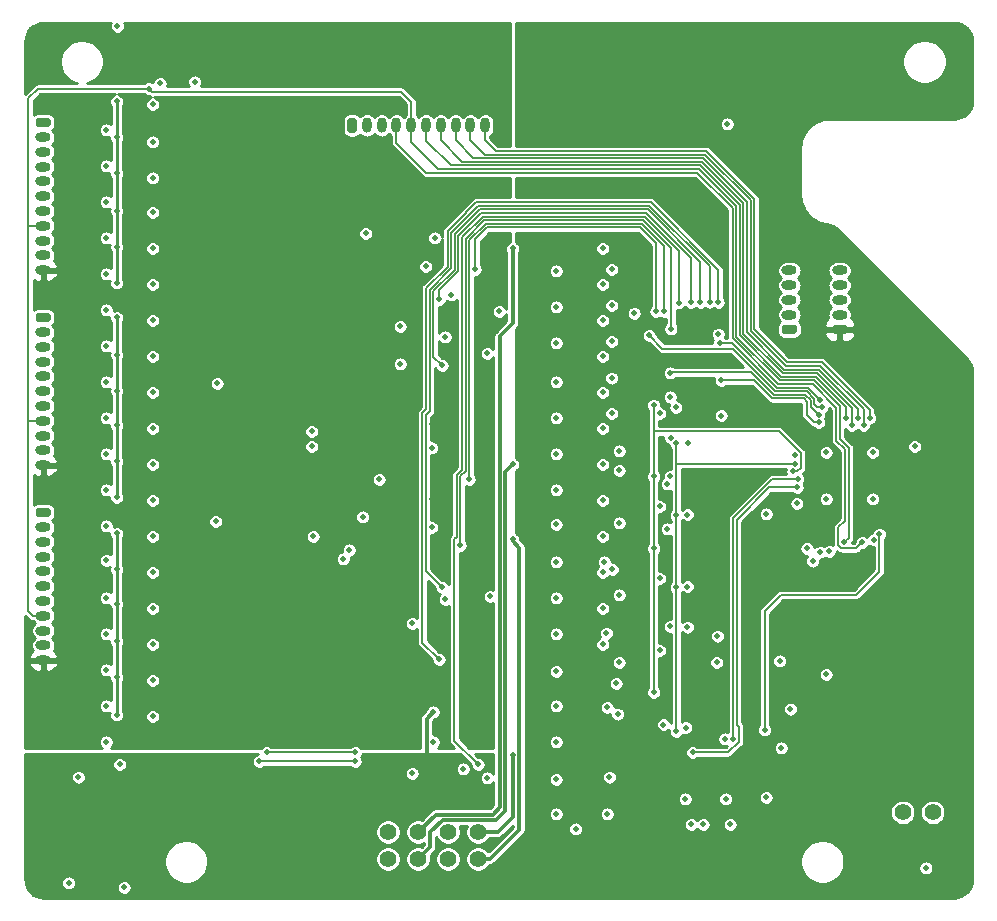
<source format=gbr>
%TF.GenerationSoftware,KiCad,Pcbnew,(5.1.10)-1*%
%TF.CreationDate,2023-08-20T09:24:48-05:00*%
%TF.ProjectId,brs_flight_computer,6272735f-666c-4696-9768-745f636f6d70,A*%
%TF.SameCoordinates,Original*%
%TF.FileFunction,Copper,L2,Inr*%
%TF.FilePolarity,Positive*%
%FSLAX46Y46*%
G04 Gerber Fmt 4.6, Leading zero omitted, Abs format (unit mm)*
G04 Created by KiCad (PCBNEW (5.1.10)-1) date 2023-08-20 09:24:48*
%MOMM*%
%LPD*%
G01*
G04 APERTURE LIST*
%TA.AperFunction,ComponentPad*%
%ADD10O,0.800000X1.300000*%
%TD*%
%TA.AperFunction,ComponentPad*%
%ADD11C,1.400000*%
%TD*%
%TA.AperFunction,ComponentPad*%
%ADD12O,1.300000X0.800000*%
%TD*%
%TA.AperFunction,ViaPad*%
%ADD13C,0.508000*%
%TD*%
%TA.AperFunction,Conductor*%
%ADD14C,0.304800*%
%TD*%
%TA.AperFunction,Conductor*%
%ADD15C,0.152400*%
%TD*%
%TA.AperFunction,Conductor*%
%ADD16C,0.254000*%
%TD*%
%TA.AperFunction,Conductor*%
%ADD17C,0.100000*%
%TD*%
G04 APERTURE END LIST*
D10*
%TO.N,/Microcontroller/NC_V*%
%TO.C,J3*%
X152728000Y-79248000D03*
%TO.N,/Microcontroller/NO_V*%
X151478000Y-79248000D03*
%TO.N,/Microcontroller/UNSET*%
X150228000Y-79248000D03*
%TO.N,/Microcontroller/SET*%
X148978000Y-79248000D03*
%TO.N,/Microcontroller/MAG_INT*%
X147728000Y-79248000D03*
%TO.N,/Ground Switcher/SDA*%
X146478000Y-79248000D03*
%TO.N,/Ground Switcher/SCL*%
X145228000Y-79248000D03*
%TO.N,GND*%
X143978000Y-79248000D03*
%TO.N,VPP*%
X142728000Y-79248000D03*
%TO.N,VDDF*%
%TA.AperFunction,ComponentPad*%
G36*
G01*
X141078000Y-79698000D02*
X141078000Y-78798000D01*
G75*
G02*
X141278000Y-78598000I200000J0D01*
G01*
X141678000Y-78598000D01*
G75*
G02*
X141878000Y-78798000I0J-200000D01*
G01*
X141878000Y-79698000D01*
G75*
G02*
X141678000Y-79898000I-200000J0D01*
G01*
X141278000Y-79898000D01*
G75*
G02*
X141078000Y-79698000I0J200000D01*
G01*
G37*
%TD.AperFunction*%
%TD*%
D11*
%TO.N,Net-(R52-Pad2)*%
%TO.C,TP24*%
X188087000Y-137414000D03*
%TO.N,Net-(J5-Pad1)*%
X190627000Y-137414000D03*
%TD*%
%TO.N,Net-(R33-Pad1)*%
%TO.C,TP17*%
X152146000Y-141351000D03*
%TO.N,P3_CP*%
X149606000Y-141351000D03*
%TD*%
%TO.N,Net-(R32-Pad2)*%
%TO.C,TP16*%
X147066000Y-141351000D03*
%TO.N,P2_CP*%
X144526000Y-141351000D03*
%TD*%
%TO.N,Net-(R17-Pad1)*%
%TO.C,TP7*%
X147066000Y-139065000D03*
%TO.N,P1_CP*%
X144526000Y-139065000D03*
%TD*%
%TO.N,Net-(R16-Pad2)*%
%TO.C,TP6*%
X152146000Y-139065000D03*
%TO.N,/Curve Tracer/GAAS_POS*%
X149606000Y-139065000D03*
%TD*%
D12*
%TO.N,GND*%
%TO.C,J2*%
X178498500Y-91520000D03*
%TO.N,PAYLOAD_RST*%
X178498500Y-92770000D03*
%TO.N,TEST*%
X178498500Y-94020000D03*
%TO.N,TCK*%
X178498500Y-95270000D03*
%TO.N,TMS*%
%TA.AperFunction,ComponentPad*%
G36*
G01*
X178948500Y-96920000D02*
X178048500Y-96920000D01*
G75*
G02*
X177848500Y-96720000I0J200000D01*
G01*
X177848500Y-96320000D01*
G75*
G02*
X178048500Y-96120000I200000J0D01*
G01*
X178948500Y-96120000D01*
G75*
G02*
X179148500Y-96320000I0J-200000D01*
G01*
X179148500Y-96720000D01*
G75*
G02*
X178948500Y-96920000I-200000J0D01*
G01*
G37*
%TD.AperFunction*%
%TD*%
%TO.N,TDI*%
%TO.C,J1*%
X182753000Y-91520000D03*
%TO.N,TDO*%
X182753000Y-92770000D03*
%TO.N,TX_OUT*%
X182753000Y-94020000D03*
%TO.N,RX_IN*%
X182753000Y-95270000D03*
%TO.N,+3V3*%
%TA.AperFunction,ComponentPad*%
G36*
G01*
X183203000Y-96920000D02*
X182303000Y-96920000D01*
G75*
G02*
X182103000Y-96720000I0J200000D01*
G01*
X182103000Y-96320000D01*
G75*
G02*
X182303000Y-96120000I200000J0D01*
G01*
X183203000Y-96120000D01*
G75*
G02*
X183403000Y-96320000I0J-200000D01*
G01*
X183403000Y-96720000D01*
G75*
G02*
X183203000Y-96920000I-200000J0D01*
G01*
G37*
%TD.AperFunction*%
%TD*%
%TO.N,VBUS*%
%TO.C,J14*%
X115316000Y-108004000D03*
%TO.N,GND*%
X115316000Y-106754000D03*
%TO.N,/Ground Switcher/SCL*%
X115316000Y-105504000D03*
%TO.N,/Ground Switcher/SDA*%
X115316000Y-104254000D03*
%TO.N,P2_CP*%
X115316000Y-103004000D03*
%TO.N,P2_P1*%
X115316000Y-101754000D03*
%TO.N,P2_P2*%
X115316000Y-100504000D03*
%TO.N,P2_P3*%
X115316000Y-99254000D03*
%TO.N,P2_P6*%
X115316000Y-98004000D03*
%TO.N,P2_P5*%
X115316000Y-96754000D03*
%TO.N,P2_P4*%
%TA.AperFunction,ComponentPad*%
G36*
G01*
X114866000Y-95104000D02*
X115766000Y-95104000D01*
G75*
G02*
X115966000Y-95304000I0J-200000D01*
G01*
X115966000Y-95704000D01*
G75*
G02*
X115766000Y-95904000I-200000J0D01*
G01*
X114866000Y-95904000D01*
G75*
G02*
X114666000Y-95704000I0J200000D01*
G01*
X114666000Y-95304000D01*
G75*
G02*
X114866000Y-95104000I200000J0D01*
G01*
G37*
%TD.AperFunction*%
%TD*%
%TO.N,VBUS*%
%TO.C,J13*%
X115316000Y-91494000D03*
%TO.N,GND*%
X115316000Y-90244000D03*
%TO.N,/Ground Switcher/SCL*%
X115316000Y-88994000D03*
%TO.N,/Ground Switcher/SDA*%
X115316000Y-87744000D03*
%TO.N,P1_CP*%
X115316000Y-86494000D03*
%TO.N,P1_P1*%
X115316000Y-85244000D03*
%TO.N,P1_P2*%
X115316000Y-83994000D03*
%TO.N,P1_P3*%
X115316000Y-82744000D03*
%TO.N,P1_P6*%
X115316000Y-81494000D03*
%TO.N,P1_P5*%
X115316000Y-80244000D03*
%TO.N,P1_P4*%
%TA.AperFunction,ComponentPad*%
G36*
G01*
X114866000Y-78594000D02*
X115766000Y-78594000D01*
G75*
G02*
X115966000Y-78794000I0J-200000D01*
G01*
X115966000Y-79194000D01*
G75*
G02*
X115766000Y-79394000I-200000J0D01*
G01*
X114866000Y-79394000D01*
G75*
G02*
X114666000Y-79194000I0J200000D01*
G01*
X114666000Y-78794000D01*
G75*
G02*
X114866000Y-78594000I200000J0D01*
G01*
G37*
%TD.AperFunction*%
%TD*%
%TO.N,VBUS*%
%TO.C,J10*%
X115316000Y-124514000D03*
%TO.N,GND*%
X115316000Y-123264000D03*
%TO.N,/Ground Switcher/SCL*%
X115316000Y-122014000D03*
%TO.N,/Ground Switcher/SDA*%
X115316000Y-120764000D03*
%TO.N,P3_CP*%
X115316000Y-119514000D03*
%TO.N,P3_P1*%
X115316000Y-118264000D03*
%TO.N,P3_P2*%
X115316000Y-117014000D03*
%TO.N,P3_P3*%
X115316000Y-115764000D03*
%TO.N,P3_P6*%
X115316000Y-114514000D03*
%TO.N,P3_P5*%
X115316000Y-113264000D03*
%TO.N,P3_P4*%
%TA.AperFunction,ComponentPad*%
G36*
G01*
X114866000Y-111614000D02*
X115766000Y-111614000D01*
G75*
G02*
X115966000Y-111814000I0J-200000D01*
G01*
X115966000Y-112214000D01*
G75*
G02*
X115766000Y-112414000I-200000J0D01*
G01*
X114866000Y-112414000D01*
G75*
G02*
X114666000Y-112214000I0J200000D01*
G01*
X114666000Y-111814000D01*
G75*
G02*
X114866000Y-111614000I200000J0D01*
G01*
G37*
%TD.AperFunction*%
%TD*%
D13*
%TO.N,GND*%
X181610000Y-110871000D03*
X185547000Y-110871000D03*
X185547000Y-106934000D03*
X181610000Y-106934000D03*
X128143000Y-75565000D03*
X121602500Y-70866000D03*
X145542000Y-96266000D03*
X145542000Y-99441000D03*
X149860000Y-93599000D03*
X149352000Y-97155000D03*
X153924000Y-94996000D03*
X147701000Y-91186000D03*
X158750000Y-91567000D03*
X158750000Y-94615000D03*
X158750000Y-97663000D03*
X158750000Y-100965000D03*
X158750000Y-104013000D03*
X158750000Y-107061000D03*
X158750000Y-110109000D03*
X158750000Y-113030000D03*
X158750000Y-116205000D03*
X158750000Y-119253000D03*
X158750000Y-122301000D03*
X158750000Y-125476000D03*
X158750000Y-128397000D03*
X158750000Y-131445000D03*
X158750000Y-134620000D03*
X158750000Y-137541000D03*
X129921000Y-112776000D03*
X138049000Y-106426000D03*
X138049000Y-105156000D03*
X130048000Y-101092000D03*
X142621000Y-88392000D03*
X124587000Y-80645000D03*
X120650000Y-82677000D03*
X120650000Y-85725000D03*
X120650000Y-88773000D03*
X120650000Y-91821000D03*
X120650000Y-94869000D03*
X120650000Y-97917000D03*
X120650000Y-100965000D03*
X120650000Y-104013000D03*
X120650000Y-107061000D03*
X120650000Y-110109000D03*
X120650000Y-113157000D03*
X120650000Y-116078000D03*
X120650000Y-119253000D03*
X120650000Y-122301000D03*
X120650000Y-125349000D03*
X120650000Y-128397000D03*
X120650000Y-131445000D03*
X120650000Y-79629000D03*
X124587000Y-77470000D03*
X124587000Y-83693000D03*
X124587000Y-86614000D03*
X124587000Y-89662000D03*
X124587000Y-92710000D03*
X124587000Y-95758000D03*
X124587000Y-98806000D03*
X124587000Y-101854000D03*
X124587000Y-104902000D03*
X124587000Y-107950000D03*
X124587000Y-110998000D03*
X124587000Y-114046000D03*
X124587000Y-117094000D03*
X124587000Y-120142000D03*
X124587000Y-123190000D03*
X124587000Y-126238000D03*
X124587000Y-129286000D03*
X121793000Y-133350000D03*
X117475000Y-143383000D03*
X177800000Y-131953000D03*
X181610000Y-125730000D03*
X140716000Y-115951000D03*
X148209000Y-106553000D03*
X148209000Y-113284000D03*
X146558000Y-121412000D03*
X149352000Y-119380000D03*
X153162000Y-119126000D03*
X148336000Y-131445000D03*
X150876000Y-133731000D03*
X146558000Y-134112000D03*
X148463000Y-88773000D03*
X176530000Y-112141000D03*
X190055500Y-142113000D03*
X173037500Y-131191000D03*
X164084000Y-108458000D03*
X168402000Y-108966000D03*
X168402000Y-121666000D03*
X163830000Y-126492000D03*
X165354000Y-95157859D03*
X172468212Y-96923124D03*
%TO.N,VAA*%
X189103000Y-106426000D03*
%TO.N,PAYLOAD_RST*%
X179133500Y-111252000D03*
%TO.N,+3V3*%
X162687000Y-126238000D03*
X162687000Y-129286000D03*
X162687000Y-132334000D03*
X162687000Y-135382000D03*
X167386000Y-77913500D03*
X148336000Y-128905000D03*
X148971000Y-134747000D03*
X191516000Y-105664000D03*
X185293000Y-99949000D03*
X185801000Y-98298000D03*
X183832500Y-101092000D03*
X188455000Y-114567000D03*
X188455000Y-117615000D03*
X187452000Y-112268000D03*
X176466500Y-108775500D03*
X184975500Y-142113000D03*
X164211000Y-131191000D03*
X167513000Y-127952500D03*
X167579000Y-133093500D03*
X171135000Y-133093500D03*
X174691000Y-133093500D03*
X152527000Y-136652000D03*
X183960000Y-117157000D03*
X152908000Y-98552000D03*
X172402500Y-96266000D03*
%TO.N,GAAS_VOLTAGE*%
X148844000Y-124460000D03*
X172466000Y-94234000D03*
%TO.N,P_1_VOLTAGE*%
X148844000Y-93980000D03*
X170154600Y-94234000D03*
%TO.N,GAAS_CURRENT*%
X152146000Y-133350000D03*
X169189400Y-94251735D03*
%TO.N,P_1_CURRENT*%
X151892000Y-91440000D03*
X167195500Y-94996000D03*
%TO.N,P_2_VOLTAGE*%
X149098000Y-99568000D03*
X170942000Y-94234000D03*
%TO.N,P_3_VOLTAGE*%
X149098000Y-118364000D03*
X171735625Y-94202375D03*
%TO.N,P_2_CURRENT*%
X151384000Y-109220000D03*
X167894000Y-94996000D03*
%TO.N,P_3_CURRENT*%
X150622000Y-114808000D03*
X168465500Y-96478659D03*
%TO.N,+5V*%
X160401000Y-138811000D03*
X169672000Y-136271000D03*
X176530000Y-136144000D03*
X173101000Y-136271000D03*
%TO.N,/Ground Switcher/SCL*%
X125222000Y-75692000D03*
X184658000Y-114554000D03*
%TO.N,/Ground Switcher/SDA*%
X124269500Y-76136500D03*
X183134000Y-114554000D03*
%TO.N,/Curve Tracer/GAAS_POS*%
X118300510Y-134429500D03*
%TO.N,/Ground Switcher/GAAS_TEMP*%
X185630150Y-114328224D03*
X122174000Y-143764000D03*
%TO.N,Net-(J21-Pad4)*%
X173482000Y-138430000D03*
%TO.N,Net-(J21-Pad3)*%
X171196000Y-138430000D03*
%TO.N,Net-(J21-Pad2)*%
X170180000Y-138430000D03*
%TO.N,/Microcontroller/MAG_INT*%
X183261000Y-104013000D03*
%TO.N,/Microcontroller/UNSET*%
X184277000Y-104013000D03*
%TO.N,/Microcontroller/SET*%
X183769000Y-104648000D03*
%TO.N,/Microcontroller/NC_V*%
X185293000Y-104013000D03*
%TO.N,/Microcontroller/NO_V*%
X184782400Y-104648000D03*
%TO.N,/EPS Connections/BUSY*%
X186112750Y-113861250D03*
X176403000Y-130429000D03*
%TO.N,/EPS Connections/TX*%
X179197000Y-109198600D03*
X173736000Y-131191000D03*
%TO.N,/EPS Connections/RX*%
X179153751Y-109902252D03*
X170307000Y-132334000D03*
%TO.N,Net-(R16-Pad2)*%
X155067000Y-132588000D03*
%TO.N,Net-(R32-Pad2)*%
X155067000Y-107950000D03*
%TO.N,Net-(R71-Pad2)*%
X121539000Y-77216000D03*
X121539000Y-92583000D03*
X121539000Y-89535000D03*
X121539000Y-86487000D03*
X121539000Y-83312000D03*
X121539000Y-80264000D03*
%TO.N,Net-(R72-Pad2)*%
X121539000Y-95504000D03*
X121539000Y-110744000D03*
X121539000Y-107696000D03*
X121539000Y-104648000D03*
X121539000Y-101727000D03*
X121539000Y-98679000D03*
%TO.N,Net-(R73-Pad2)*%
X121539000Y-113792000D03*
X121539000Y-129159000D03*
X121539000Y-125984000D03*
X121539000Y-122936000D03*
X121539000Y-119761000D03*
X121539000Y-116840000D03*
%TO.N,/EPS Connections/READ_BUSS*%
X178941250Y-107189750D03*
X173228000Y-79121000D03*
%TO.N,Net-(U23-Pad4)*%
X163449000Y-103632000D03*
X169862500Y-112204500D03*
%TO.N,Net-(U26-Pad6)*%
X168148000Y-113411000D03*
X168148000Y-109601000D03*
X172402500Y-122491500D03*
%TO.N,Net-(U18-Pad4)*%
X163449000Y-91440000D03*
X169926000Y-106172000D03*
%TO.N,Net-(U19-Pad4)*%
X163449000Y-94488000D03*
X168443025Y-105689400D03*
%TO.N,Net-(U20-Pad4)*%
X163449000Y-97536000D03*
X168884590Y-103124000D03*
%TO.N,Net-(U21-Pad6)*%
X163449000Y-100647500D03*
X168401990Y-102235000D03*
X172720000Y-103822500D03*
X169862500Y-121729500D03*
%TO.N,Net-(U33-Pad4)*%
X163068000Y-128524000D03*
X169735500Y-130238500D03*
%TO.N,Net-(U35-Pad4)*%
X163258500Y-134429500D03*
X163957000Y-129095500D03*
%TO.N,Net-(U36-Pad6)*%
X163068000Y-137541000D03*
X167830500Y-129984500D03*
%TO.N,Net-(U28-Pad4)*%
X162814000Y-116205000D03*
X169862500Y-118300500D03*
%TO.N,Net-(U30-Pad4)*%
X163004500Y-122237500D03*
X163512500Y-116840000D03*
%TO.N,/Microcontroller/CT_GOOD*%
X172339000Y-124714000D03*
X179984400Y-115062000D03*
%TO.N,/Ground Switcher/MUX_GOOD*%
X181102000Y-115379500D03*
X143764000Y-109220000D03*
%TO.N,/Ground Switcher/MUX_CLOCK*%
X181864000Y-115316000D03*
X138176000Y-114046000D03*
%TO.N,/Curve Tracer/GAAS_ON*%
X180467000Y-116141500D03*
X152908000Y-134493000D03*
%TO.N,/Curve Tracer/S1_CT*%
X181229001Y-103123996D03*
X166624000Y-97028000D03*
%TO.N,/Curve Tracer/READ_VOLTAGE*%
X180975000Y-104394000D03*
X172720000Y-100838000D03*
%TO.N,/Curve Tracer/READ_CURRENT*%
X180975000Y-103733597D03*
X168401990Y-100209768D03*
%TO.N,/Curve Tracer/S0_CT*%
X181099484Y-102476419D03*
X172593000Y-97663000D03*
%TO.N,/Microcontroller/TRACE_DIR*%
X167005000Y-127254000D03*
X167005000Y-102933500D03*
X167005000Y-108966000D03*
X167005000Y-115062000D03*
X178790600Y-108544359D03*
%TO.N,/Microcontroller/LADDER_CLOCK*%
X168910000Y-130556000D03*
X168910000Y-106172000D03*
X168910000Y-118364000D03*
X168910000Y-112268000D03*
X178981000Y-107912000D03*
%TO.N,Net-(U38-Pad6)*%
X141732000Y-133096000D03*
X133604000Y-133096000D03*
%TO.N,Net-(U38-Pad5)*%
X141732000Y-132334000D03*
X134239000Y-132334000D03*
%TO.N,Net-(U39-Pad1)*%
X142367000Y-112395000D03*
X141224000Y-115189000D03*
%TO.N,VBUS*%
X162687000Y-89662000D03*
X162687000Y-92710000D03*
X162687000Y-95758000D03*
X162687000Y-98806000D03*
X162687000Y-101854000D03*
X162687000Y-104902000D03*
X162687000Y-107950000D03*
X162687000Y-110998000D03*
X162687000Y-114046000D03*
X162687000Y-117094000D03*
X162687000Y-120142000D03*
X162687000Y-123190000D03*
X164084000Y-124714000D03*
X164084000Y-118999000D03*
X164084000Y-112903000D03*
X164084000Y-106807000D03*
X167513000Y-111506000D03*
X167513000Y-117602000D03*
X167513000Y-123698000D03*
X177673000Y-124587000D03*
X133858000Y-77913500D03*
X129921000Y-130810000D03*
X135382000Y-129794000D03*
X142367000Y-130810000D03*
X138049000Y-112776000D03*
X134112000Y-108712000D03*
X129921000Y-114173000D03*
X130327410Y-105918000D03*
X130048000Y-102362000D03*
X134493000Y-102362000D03*
X142138400Y-102362000D03*
X144907000Y-106172000D03*
X148209000Y-104521000D03*
X148209000Y-110871000D03*
X152654000Y-123698000D03*
X152527000Y-122428000D03*
X148463000Y-85725000D03*
X167513000Y-103632000D03*
X124650500Y-78613000D03*
X124650500Y-81661000D03*
X124650500Y-84709000D03*
X124650500Y-87757000D03*
X124563250Y-90781250D03*
X124587000Y-93853000D03*
X124587000Y-96901000D03*
X124587000Y-100012500D03*
X124534159Y-102944159D03*
X124523500Y-106045000D03*
X124523500Y-109156500D03*
X124523500Y-112204500D03*
X124523500Y-115189000D03*
X124523500Y-118237000D03*
X124523500Y-121285000D03*
X124523500Y-124269500D03*
X124523500Y-127381000D03*
X124523500Y-130429000D03*
X115316000Y-108902500D03*
X126111000Y-75565000D03*
X178574574Y-128663574D03*
%TO.N,Net-(R17-Pad1)*%
X155067000Y-89662000D03*
%TO.N,Net-(R33-Pad1)*%
X155067000Y-114300000D03*
%TD*%
D14*
%TO.N,+3V3*%
X147777199Y-133553199D02*
X148971000Y-134747000D01*
X147777199Y-129463801D02*
X147777199Y-133553199D01*
X148336000Y-128905000D02*
X147777199Y-129463801D01*
D15*
%TO.N,GAAS_VOLTAGE*%
X147421589Y-103607345D02*
X147421589Y-123037589D01*
X149555140Y-91213662D02*
X147751779Y-93017023D01*
X147421589Y-123037589D02*
X148844000Y-124460000D01*
X151130000Y-86644538D02*
X149555140Y-88219398D01*
X151130000Y-86614000D02*
X151130000Y-86644538D01*
X147751779Y-93017023D02*
X147751779Y-103277155D01*
X151993665Y-85750335D02*
X151130000Y-86614000D01*
X147751779Y-103277155D02*
X147421589Y-103607345D01*
X166745787Y-85750335D02*
X151993665Y-85750335D01*
X149555140Y-88219398D02*
X149555140Y-91213662D01*
X172466000Y-91470548D02*
X166745787Y-85750335D01*
X172466000Y-94234000D02*
X172466000Y-91470548D01*
%TO.N,P_1_VOLTAGE*%
X148844000Y-93218000D02*
X148844000Y-93980000D01*
X150469570Y-91592430D02*
X148844000Y-93218000D01*
X150469570Y-88598166D02*
X150469570Y-91592430D01*
X152402973Y-86664763D02*
X150469570Y-88598166D01*
X166367022Y-86664762D02*
X152402973Y-86664763D01*
X170154600Y-90452338D02*
X166367022Y-86664762D01*
X170154600Y-94234000D02*
X170154600Y-90452338D01*
%TO.N,GAAS_CURRENT*%
X169189400Y-94251735D02*
X169189400Y-89918202D01*
X169189400Y-89918202D02*
X166240767Y-86969571D01*
X166240767Y-86969571D02*
X152529230Y-86969572D01*
X152529230Y-86969572D02*
X150774380Y-88724422D01*
X150774380Y-108382554D02*
X150317190Y-108839744D01*
X150774380Y-88724422D02*
X150774380Y-108382554D01*
X150317190Y-108839744D02*
X150317190Y-114096810D01*
X150139399Y-131343399D02*
X152146000Y-133350000D01*
X150139399Y-114274601D02*
X150139399Y-131343399D01*
X150317190Y-114096810D02*
X150139399Y-114274601D01*
%TO.N,P_1_CURRENT*%
X151892000Y-91440000D02*
X151892000Y-88900000D01*
X151892000Y-88900000D02*
X152908000Y-87884000D01*
X152908000Y-87884000D02*
X165862000Y-87884000D01*
X165862000Y-87884000D02*
X167214681Y-89236681D01*
X167214681Y-94976819D02*
X167195500Y-94996000D01*
X167214681Y-89236681D02*
X167214681Y-94976819D01*
%TO.N,P_2_VOLTAGE*%
X170942000Y-90808676D02*
X166493277Y-86359953D01*
X170942000Y-94234000D02*
X170942000Y-90808676D01*
X152276716Y-86359954D02*
X150164760Y-88471910D01*
X166493277Y-86359953D02*
X152276716Y-86359954D01*
X150164760Y-88471910D02*
X150164760Y-91466174D01*
X148361399Y-98831399D02*
X149098000Y-99568000D01*
X148361399Y-93269535D02*
X148361399Y-98831399D01*
X150164760Y-91466174D02*
X148361399Y-93269535D01*
%TO.N,P_3_VOLTAGE*%
X171735625Y-91171237D02*
X166619532Y-86055144D01*
X171735625Y-94202375D02*
X171735625Y-91171237D01*
X152150459Y-86055145D02*
X149859950Y-88345654D01*
X166619532Y-86055144D02*
X152150459Y-86055145D01*
X149859950Y-88345654D02*
X149859950Y-91339918D01*
X149859950Y-91339918D02*
X148056589Y-93143279D01*
X148056589Y-93143279D02*
X148056589Y-103403411D01*
X147726399Y-116992399D02*
X149098000Y-118364000D01*
X147726399Y-103733601D02*
X147726399Y-116992399D01*
X148056589Y-103403411D02*
X147726399Y-103733601D01*
%TO.N,P_2_CURRENT*%
X151384000Y-88976934D02*
X151384000Y-109220000D01*
X165988256Y-87579190D02*
X152781744Y-87579190D01*
X167894000Y-89484934D02*
X165988256Y-87579190D01*
X152781744Y-87579190D02*
X151384000Y-88976934D01*
X167894000Y-94996000D02*
X167894000Y-89484934D01*
%TO.N,P_3_CURRENT*%
X150622000Y-108966000D02*
X150622000Y-114808000D01*
X151079190Y-108508810D02*
X150622000Y-108966000D01*
X151079190Y-88850678D02*
X151079190Y-108508810D01*
X152655487Y-87274381D02*
X151079190Y-88850678D01*
X166114512Y-87274380D02*
X152655487Y-87274381D01*
X168484681Y-89644549D02*
X166114512Y-87274380D01*
X168484681Y-96459478D02*
X168465500Y-96478659D01*
X168484681Y-89644549D02*
X168484681Y-96459478D01*
%TO.N,/Ground Switcher/SCL*%
X183210190Y-106679256D02*
X182473589Y-105942655D01*
X183210190Y-112699810D02*
X183210190Y-106679256D01*
X182473589Y-105942655D02*
X182473589Y-103144985D01*
X180471459Y-101142855D02*
X177550458Y-101142854D01*
X182473589Y-103144985D02*
X180471459Y-101142855D01*
X177550458Y-101142854D02*
X173685140Y-97277536D01*
X173685140Y-97277536D02*
X173685140Y-86228536D01*
X173685140Y-86228536D02*
X170692464Y-83235860D01*
X170692464Y-83235860D02*
X147751860Y-83235860D01*
X145228000Y-80712000D02*
X145228000Y-79248000D01*
X147751860Y-83235860D02*
X145228000Y-80712000D01*
X184175399Y-115036601D02*
X184658000Y-114554000D01*
X182902351Y-115036601D02*
X184175399Y-115036601D01*
X182651399Y-114785649D02*
X182902351Y-115036601D01*
X182651399Y-113258601D02*
X182651399Y-114785649D01*
X183210190Y-112699810D02*
X182651399Y-113258601D01*
%TO.N,/Ground Switcher/SDA*%
X114414000Y-120764000D02*
X115316000Y-120764000D01*
X114046000Y-120396000D02*
X114414000Y-120764000D01*
X114059000Y-104254000D02*
X114046000Y-104267000D01*
X115316000Y-104254000D02*
X114059000Y-104254000D01*
X114046000Y-104267000D02*
X114046000Y-120396000D01*
X114871500Y-76136500D02*
X124269500Y-76136500D01*
X114046000Y-76962000D02*
X114871500Y-76136500D01*
X115316000Y-87744000D02*
X114059000Y-87744000D01*
X114046000Y-87757000D02*
X114046000Y-76962000D01*
X114059000Y-87744000D02*
X114046000Y-87757000D01*
X114046000Y-104267000D02*
X114046000Y-87757000D01*
X124523499Y-76390499D02*
X145605499Y-76390499D01*
X124269500Y-76136500D02*
X124523499Y-76390499D01*
X146478000Y-77263000D02*
X146478000Y-79248000D01*
X145605499Y-76390499D02*
X146478000Y-77263000D01*
X183515000Y-114173000D02*
X183134000Y-114554000D01*
X183515000Y-106553000D02*
X183515000Y-114173000D01*
X182778399Y-103018729D02*
X182778399Y-105816399D01*
X173989950Y-97151280D02*
X177676715Y-100838045D01*
X182778399Y-105816399D02*
X183515000Y-106553000D01*
X173989950Y-86102280D02*
X173989950Y-97151280D01*
X170818720Y-82931050D02*
X173989950Y-86102280D01*
X177676715Y-100838045D02*
X180597716Y-100838046D01*
X148717050Y-82931050D02*
X170818720Y-82931050D01*
X180597716Y-100838046D02*
X182778399Y-103018729D01*
X146478000Y-80692000D02*
X148717050Y-82931050D01*
X146478000Y-79248000D02*
X146478000Y-80692000D01*
%TO.N,/Microcontroller/MAG_INT*%
X183261000Y-104013000D02*
X183261000Y-103070264D01*
X183261000Y-103070264D02*
X180723973Y-100533237D01*
X177802972Y-100533236D02*
X174294760Y-97025024D01*
X180723973Y-100533237D02*
X177802972Y-100533236D01*
X174294760Y-97025024D02*
X174294760Y-85976024D01*
X174294760Y-85976024D02*
X170944976Y-82626240D01*
X170944976Y-82626240D02*
X149809240Y-82626240D01*
X147728000Y-80545000D02*
X147728000Y-79248000D01*
X149809240Y-82626240D02*
X147728000Y-80545000D01*
%TO.N,/Microcontroller/UNSET*%
X184277000Y-104013000D02*
X184277000Y-103224132D01*
X184277000Y-103224132D02*
X180976487Y-99923619D01*
X178055486Y-99923618D02*
X174904380Y-96772512D01*
X180976487Y-99923619D02*
X178055486Y-99923618D01*
X174904380Y-96772512D02*
X174904380Y-85723512D01*
X174904380Y-85723512D02*
X171197488Y-82016620D01*
X171197488Y-82016620D02*
X151739620Y-82016620D01*
X150228000Y-80505000D02*
X150228000Y-79248000D01*
X151739620Y-82016620D02*
X150228000Y-80505000D01*
%TO.N,/Microcontroller/SET*%
X183769000Y-104648000D02*
X183769000Y-103147198D01*
X183769000Y-103147198D02*
X180850230Y-100228428D01*
X180850230Y-100228428D02*
X177929229Y-100228427D01*
X177929229Y-100228427D02*
X174599570Y-96898768D01*
X174599570Y-96898768D02*
X174599570Y-85849768D01*
X174599570Y-85849768D02*
X171071232Y-82321430D01*
X171071232Y-82321430D02*
X150774430Y-82321430D01*
X148978000Y-80525000D02*
X148978000Y-79248000D01*
X150774430Y-82321430D02*
X148978000Y-80525000D01*
%TO.N,/Microcontroller/NC_V*%
X185293000Y-104013000D02*
X185293000Y-103378000D01*
X185293000Y-103378000D02*
X181229000Y-99314000D01*
X181229000Y-99314000D02*
X178308000Y-99314000D01*
X178308000Y-99314000D02*
X175514000Y-96520000D01*
X175514000Y-96520000D02*
X175514000Y-85471000D01*
X175514000Y-85471000D02*
X171450000Y-81407000D01*
X171450000Y-81407000D02*
X153670000Y-81407000D01*
X152728000Y-80465000D02*
X152728000Y-79248000D01*
X153670000Y-81407000D02*
X152728000Y-80465000D01*
%TO.N,/Microcontroller/NO_V*%
X184782400Y-104648000D02*
X184782400Y-103298466D01*
X184782400Y-103298466D02*
X181102744Y-99618810D01*
X181102744Y-99618810D02*
X178181743Y-99618809D01*
X178181743Y-99618809D02*
X175209190Y-96646256D01*
X175209190Y-96646256D02*
X175209190Y-85597256D01*
X175209190Y-85597256D02*
X171323744Y-81711810D01*
X171323744Y-81711810D02*
X152704810Y-81711810D01*
X151478000Y-80485000D02*
X151478000Y-79248000D01*
X152704810Y-81711810D02*
X151478000Y-80485000D01*
%TO.N,/EPS Connections/BUSY*%
X186112750Y-113861250D02*
X186112750Y-117036250D01*
X186112750Y-117036250D02*
X184150000Y-118999000D01*
X184150000Y-118999000D02*
X177800000Y-118999000D01*
X176403000Y-120396000D02*
X176403000Y-130429000D01*
X177800000Y-118999000D02*
X176403000Y-120396000D01*
%TO.N,/EPS Connections/TX*%
X179197000Y-109198600D02*
X177059400Y-109198600D01*
X173736000Y-112522000D02*
X173736000Y-131191000D01*
X177059400Y-109198600D02*
X173736000Y-112522000D01*
%TO.N,/EPS Connections/RX*%
X179153751Y-109902252D02*
X176786814Y-109902252D01*
X176786814Y-109902252D02*
X174040810Y-112648256D01*
X174040810Y-112648256D02*
X174040810Y-129971810D01*
X173307250Y-132334000D02*
X170307000Y-132334000D01*
X174218601Y-130149601D02*
X174218601Y-131422649D01*
X174218601Y-131422649D02*
X173307250Y-132334000D01*
X174040810Y-129971810D02*
X174218601Y-130149601D01*
D14*
%TO.N,Net-(R16-Pad2)*%
X152146000Y-139065000D02*
X153797000Y-139065000D01*
X155067000Y-137795000D02*
X155067000Y-132588000D01*
X153797000Y-139065000D02*
X155067000Y-137795000D01*
%TO.N,Net-(R32-Pad2)*%
X148070801Y-139113093D02*
X149134894Y-138049000D01*
X148070801Y-140346199D02*
X148070801Y-139113093D01*
X147066000Y-141351000D02*
X148070801Y-140346199D01*
X153670000Y-138049000D02*
X154432000Y-137287000D01*
X149134894Y-138049000D02*
X153670000Y-138049000D01*
X154432000Y-137287000D02*
X154432000Y-108585000D01*
X154432000Y-108585000D02*
X155067000Y-107950000D01*
D16*
%TO.N,Net-(R71-Pad2)*%
X121539000Y-89535000D02*
X121539000Y-92583000D01*
X121539000Y-86487000D02*
X121539000Y-89535000D01*
X121539000Y-83312000D02*
X121539000Y-86487000D01*
X121539000Y-80264000D02*
X121539000Y-83312000D01*
X121539000Y-77216000D02*
X121539000Y-80264000D01*
%TO.N,Net-(R72-Pad2)*%
X121539000Y-107696000D02*
X121539000Y-110744000D01*
X121539000Y-104648000D02*
X121539000Y-107696000D01*
X121539000Y-101727000D02*
X121539000Y-104648000D01*
X121539000Y-98679000D02*
X121539000Y-101727000D01*
X121539000Y-95504000D02*
X121539000Y-98679000D01*
%TO.N,Net-(R73-Pad2)*%
X121539000Y-125984000D02*
X121539000Y-129159000D01*
X121539000Y-122936000D02*
X121539000Y-125984000D01*
X121539000Y-119761000D02*
X121539000Y-122936000D01*
X121539000Y-116840000D02*
X121539000Y-119761000D01*
X121539000Y-113792000D02*
X121539000Y-116840000D01*
D15*
%TO.N,/Curve Tracer/S1_CT*%
X180594000Y-102848205D02*
X180594000Y-102402001D01*
X180869791Y-103123996D02*
X180594000Y-102848205D01*
X181229001Y-103123996D02*
X180869791Y-103123996D01*
X180594000Y-102402001D02*
X179944472Y-101752473D01*
X179944472Y-101752473D02*
X177297944Y-101752472D01*
X173691072Y-98145600D02*
X173183681Y-98145600D01*
X177297944Y-101752472D02*
X173691072Y-98145600D01*
X167741600Y-98145600D02*
X166624000Y-97028000D01*
X173183681Y-98145600D02*
X167741600Y-98145600D01*
%TO.N,/Curve Tracer/READ_VOLTAGE*%
X180615790Y-104394000D02*
X179959000Y-103737210D01*
X180975000Y-104394000D02*
X180615790Y-104394000D01*
X179959000Y-102629133D02*
X179691958Y-102362091D01*
X179959000Y-103737210D02*
X179959000Y-102629133D01*
X179691958Y-102362091D02*
X177045430Y-102362090D01*
X175521340Y-100838000D02*
X172720000Y-100838000D01*
X177045430Y-102362090D02*
X175521340Y-100838000D01*
%TO.N,/Curve Tracer/READ_CURRENT*%
X180975000Y-103733597D02*
X180289190Y-103047787D01*
X180289190Y-103047787D02*
X180289190Y-102528257D01*
X179818215Y-102057282D02*
X177171687Y-102057281D01*
X180289190Y-102528257D02*
X179818215Y-102057282D01*
X177171687Y-102057281D02*
X175279306Y-100164900D01*
X168446858Y-100164900D02*
X168401990Y-100209768D01*
X175279306Y-100164900D02*
X168446858Y-100164900D01*
%TO.N,/Curve Tracer/S0_CT*%
X181099484Y-102476419D02*
X180070729Y-101447664D01*
X180070729Y-101447664D02*
X177424201Y-101447663D01*
X173639538Y-97663000D02*
X172593000Y-97663000D01*
X177424201Y-101447663D02*
X173639538Y-97663000D01*
%TO.N,/Microcontroller/TRACE_DIR*%
X167005000Y-115062000D02*
X167005000Y-108966000D01*
X167005000Y-127254000D02*
X167005000Y-115062000D01*
X177621750Y-105156000D02*
X167005000Y-105156000D01*
X179463601Y-106997851D02*
X177621750Y-105156000D01*
X178790600Y-108544359D02*
X179149810Y-108544359D01*
X179463601Y-108230568D02*
X179463601Y-106997851D01*
X167005000Y-105156000D02*
X167005000Y-102933500D01*
X179149810Y-108544359D02*
X179463601Y-108230568D01*
X167005000Y-108966000D02*
X167005000Y-105156000D01*
%TO.N,/Microcontroller/LADDER_CLOCK*%
X168910000Y-130556000D02*
X168910000Y-118364000D01*
X168910000Y-118364000D02*
X168910000Y-112268000D01*
X168999000Y-107912000D02*
X168910000Y-107823000D01*
X178981000Y-107912000D02*
X168999000Y-107912000D01*
X168910000Y-107823000D02*
X168910000Y-106172000D01*
X168910000Y-112268000D02*
X168910000Y-107823000D01*
%TO.N,Net-(U38-Pad6)*%
X141732000Y-133096000D02*
X133604000Y-133096000D01*
%TO.N,Net-(U38-Pad5)*%
X141732000Y-132334000D02*
X134239000Y-132334000D01*
D14*
%TO.N,Net-(R17-Pad1)*%
X147066000Y-139065000D02*
X148539210Y-137591790D01*
X148539210Y-137591790D02*
X148945512Y-137591790D01*
X153365210Y-137591790D02*
X153974790Y-136982210D01*
X148945512Y-137591790D02*
X153365210Y-137591790D01*
X153974790Y-136982210D02*
X153974790Y-97104210D01*
X155067000Y-96012000D02*
X155067000Y-89662000D01*
X153974790Y-97104210D02*
X155067000Y-96012000D01*
%TO.N,Net-(R33-Pad1)*%
X155625801Y-138861148D02*
X155625801Y-114985801D01*
X153135949Y-141351000D02*
X155625801Y-138861148D01*
X152146000Y-141351000D02*
X153135949Y-141351000D01*
X155067000Y-114427000D02*
X155067000Y-114300000D01*
X155625801Y-114985801D02*
X155067000Y-114427000D01*
%TD*%
D16*
%TO.N,+3V3*%
X192726321Y-70616192D02*
X193009700Y-70701749D01*
X193271054Y-70840714D01*
X193500444Y-71027800D01*
X193689125Y-71255877D01*
X193829912Y-71516258D01*
X193917444Y-71799026D01*
X193950729Y-72115711D01*
X193950730Y-77142504D01*
X193919537Y-77460628D01*
X193833982Y-77744003D01*
X193695016Y-78005360D01*
X193507931Y-78234749D01*
X193279853Y-78423432D01*
X193019473Y-78564219D01*
X192736703Y-78651751D01*
X192420017Y-78685036D01*
X181879303Y-78685036D01*
X181857820Y-78687152D01*
X181845371Y-78687065D01*
X181838687Y-78687720D01*
X181450494Y-78728521D01*
X181407794Y-78737287D01*
X181364967Y-78745456D01*
X181358537Y-78747397D01*
X180985663Y-78862821D01*
X180945462Y-78879720D01*
X180905053Y-78896046D01*
X180899123Y-78899199D01*
X180555768Y-79084850D01*
X180519631Y-79109225D01*
X180483146Y-79133100D01*
X180477941Y-79137345D01*
X180177186Y-79386152D01*
X180146467Y-79417086D01*
X180115321Y-79447587D01*
X180111040Y-79452762D01*
X179864339Y-79755247D01*
X179840208Y-79791567D01*
X179815584Y-79827529D01*
X179812389Y-79833437D01*
X179629140Y-80178079D01*
X179612548Y-80218335D01*
X179595352Y-80258456D01*
X179593366Y-80264871D01*
X179480548Y-80638543D01*
X179472083Y-80681297D01*
X179463017Y-80723950D01*
X179462315Y-80730629D01*
X179424225Y-81119098D01*
X179421929Y-81142411D01*
X179421930Y-85150335D01*
X179423059Y-85161793D01*
X179431661Y-85341154D01*
X179436257Y-85372483D01*
X179438848Y-85404046D01*
X179440094Y-85410646D01*
X179515186Y-85793686D01*
X179527700Y-85835419D01*
X179539644Y-85877374D01*
X179542149Y-85883606D01*
X179690209Y-86244765D01*
X179710593Y-86283277D01*
X179730458Y-86322109D01*
X179734124Y-86327735D01*
X179949515Y-86653258D01*
X179976998Y-86687085D01*
X180004019Y-86721310D01*
X180008709Y-86726118D01*
X180283226Y-87003606D01*
X180316729Y-87031428D01*
X180349910Y-87059776D01*
X180355445Y-87063581D01*
X180678630Y-87282463D01*
X180716969Y-87303286D01*
X180754956Y-87324611D01*
X180761119Y-87327266D01*
X180761123Y-87327268D01*
X180761127Y-87327269D01*
X181120670Y-87479207D01*
X181162282Y-87492174D01*
X181203726Y-87505727D01*
X181210293Y-87507136D01*
X181592503Y-87586346D01*
X181592505Y-87586346D01*
X181928535Y-87655986D01*
X182201192Y-87771207D01*
X182456460Y-87944091D01*
X182561159Y-88039699D01*
X193490992Y-99005678D01*
X193693467Y-99253007D01*
X193832916Y-99514112D01*
X193918993Y-99797327D01*
X193950729Y-100114983D01*
X193950730Y-143080467D01*
X193919537Y-143398591D01*
X193833982Y-143681966D01*
X193695016Y-143943323D01*
X193507931Y-144172712D01*
X193279853Y-144361395D01*
X193019473Y-144502182D01*
X192736703Y-144589714D01*
X192420017Y-144622999D01*
X115339522Y-144622999D01*
X115021408Y-144591807D01*
X114738033Y-144506252D01*
X114476676Y-144367286D01*
X114247287Y-144180201D01*
X114058604Y-143952123D01*
X113917817Y-143691743D01*
X113830285Y-143408973D01*
X113820982Y-143320458D01*
X116840000Y-143320458D01*
X116840000Y-143445542D01*
X116864403Y-143568223D01*
X116912271Y-143683785D01*
X116981764Y-143787789D01*
X117070211Y-143876236D01*
X117174215Y-143945729D01*
X117289777Y-143993597D01*
X117412458Y-144018000D01*
X117537542Y-144018000D01*
X117660223Y-143993597D01*
X117775785Y-143945729D01*
X117879789Y-143876236D01*
X117968236Y-143787789D01*
X118025920Y-143701458D01*
X121539000Y-143701458D01*
X121539000Y-143826542D01*
X121563403Y-143949223D01*
X121611271Y-144064785D01*
X121680764Y-144168789D01*
X121769211Y-144257236D01*
X121873215Y-144326729D01*
X121988777Y-144374597D01*
X122111458Y-144399000D01*
X122236542Y-144399000D01*
X122359223Y-144374597D01*
X122474785Y-144326729D01*
X122578789Y-144257236D01*
X122667236Y-144168789D01*
X122736729Y-144064785D01*
X122784597Y-143949223D01*
X122809000Y-143826542D01*
X122809000Y-143701458D01*
X122784597Y-143578777D01*
X122736729Y-143463215D01*
X122667236Y-143359211D01*
X122578789Y-143270764D01*
X122474785Y-143201271D01*
X122359223Y-143153403D01*
X122236542Y-143129000D01*
X122111458Y-143129000D01*
X121988777Y-143153403D01*
X121873215Y-143201271D01*
X121769211Y-143270764D01*
X121680764Y-143359211D01*
X121611271Y-143463215D01*
X121563403Y-143578777D01*
X121539000Y-143701458D01*
X118025920Y-143701458D01*
X118037729Y-143683785D01*
X118085597Y-143568223D01*
X118110000Y-143445542D01*
X118110000Y-143320458D01*
X118085597Y-143197777D01*
X118037729Y-143082215D01*
X117968236Y-142978211D01*
X117879789Y-142889764D01*
X117775785Y-142820271D01*
X117660223Y-142772403D01*
X117537542Y-142748000D01*
X117412458Y-142748000D01*
X117289777Y-142772403D01*
X117174215Y-142820271D01*
X117070211Y-142889764D01*
X116981764Y-142978211D01*
X116912271Y-143082215D01*
X116864403Y-143197777D01*
X116840000Y-143320458D01*
X113820982Y-143320458D01*
X113797000Y-143092287D01*
X113797000Y-141420119D01*
X125564762Y-141420119D01*
X125564762Y-141787879D01*
X125636509Y-142148573D01*
X125777245Y-142488339D01*
X125981561Y-142794121D01*
X126241607Y-143054167D01*
X126547389Y-143258483D01*
X126887155Y-143399219D01*
X127247849Y-143470966D01*
X127615609Y-143470966D01*
X127976303Y-143399219D01*
X128316069Y-143258483D01*
X128621851Y-143054167D01*
X128881897Y-142794121D01*
X129086213Y-142488339D01*
X129226949Y-142148573D01*
X129298696Y-141787879D01*
X129298696Y-141420119D01*
X129263770Y-141244531D01*
X143445000Y-141244531D01*
X143445000Y-141457469D01*
X143486543Y-141666316D01*
X143568031Y-141863045D01*
X143686333Y-142040097D01*
X143836903Y-142190667D01*
X144013955Y-142308969D01*
X144210684Y-142390457D01*
X144419531Y-142432000D01*
X144632469Y-142432000D01*
X144841316Y-142390457D01*
X145038045Y-142308969D01*
X145215097Y-142190667D01*
X145365667Y-142040097D01*
X145483969Y-141863045D01*
X145565457Y-141666316D01*
X145607000Y-141457469D01*
X145607000Y-141244531D01*
X145565457Y-141035684D01*
X145483969Y-140838955D01*
X145365667Y-140661903D01*
X145215097Y-140511333D01*
X145038045Y-140393031D01*
X144841316Y-140311543D01*
X144632469Y-140270000D01*
X144419531Y-140270000D01*
X144210684Y-140311543D01*
X144013955Y-140393031D01*
X143836903Y-140511333D01*
X143686333Y-140661903D01*
X143568031Y-140838955D01*
X143486543Y-141035684D01*
X143445000Y-141244531D01*
X129263770Y-141244531D01*
X129226949Y-141059425D01*
X129086213Y-140719659D01*
X128881897Y-140413877D01*
X128621851Y-140153831D01*
X128316069Y-139949515D01*
X127976303Y-139808779D01*
X127615609Y-139737032D01*
X127247849Y-139737032D01*
X126887155Y-139808779D01*
X126547389Y-139949515D01*
X126241607Y-140153831D01*
X125981561Y-140413877D01*
X125777245Y-140719659D01*
X125636509Y-141059425D01*
X125564762Y-141420119D01*
X113797000Y-141420119D01*
X113797000Y-138958531D01*
X143445000Y-138958531D01*
X143445000Y-139171469D01*
X143486543Y-139380316D01*
X143568031Y-139577045D01*
X143686333Y-139754097D01*
X143836903Y-139904667D01*
X144013955Y-140022969D01*
X144210684Y-140104457D01*
X144419531Y-140146000D01*
X144632469Y-140146000D01*
X144841316Y-140104457D01*
X145038045Y-140022969D01*
X145215097Y-139904667D01*
X145365667Y-139754097D01*
X145483969Y-139577045D01*
X145565457Y-139380316D01*
X145607000Y-139171469D01*
X145607000Y-138958531D01*
X145565457Y-138749684D01*
X145483969Y-138552955D01*
X145365667Y-138375903D01*
X145215097Y-138225333D01*
X145038045Y-138107031D01*
X144841316Y-138025543D01*
X144632469Y-137984000D01*
X144419531Y-137984000D01*
X144210684Y-138025543D01*
X144013955Y-138107031D01*
X143836903Y-138225333D01*
X143686333Y-138375903D01*
X143568031Y-138552955D01*
X143486543Y-138749684D01*
X143445000Y-138958531D01*
X113797000Y-138958531D01*
X113797000Y-134366958D01*
X117665510Y-134366958D01*
X117665510Y-134492042D01*
X117689913Y-134614723D01*
X117737781Y-134730285D01*
X117807274Y-134834289D01*
X117895721Y-134922736D01*
X117999725Y-134992229D01*
X118115287Y-135040097D01*
X118237968Y-135064500D01*
X118363052Y-135064500D01*
X118485733Y-135040097D01*
X118601295Y-134992229D01*
X118705299Y-134922736D01*
X118793746Y-134834289D01*
X118863239Y-134730285D01*
X118911107Y-134614723D01*
X118935510Y-134492042D01*
X118935510Y-134366958D01*
X118911107Y-134244277D01*
X118863239Y-134128715D01*
X118810282Y-134049458D01*
X145923000Y-134049458D01*
X145923000Y-134174542D01*
X145947403Y-134297223D01*
X145995271Y-134412785D01*
X146064764Y-134516789D01*
X146153211Y-134605236D01*
X146257215Y-134674729D01*
X146372777Y-134722597D01*
X146495458Y-134747000D01*
X146620542Y-134747000D01*
X146743223Y-134722597D01*
X146858785Y-134674729D01*
X146962789Y-134605236D01*
X147051236Y-134516789D01*
X147120729Y-134412785D01*
X147168597Y-134297223D01*
X147193000Y-134174542D01*
X147193000Y-134049458D01*
X147168597Y-133926777D01*
X147120729Y-133811215D01*
X147051236Y-133707211D01*
X147012483Y-133668458D01*
X150241000Y-133668458D01*
X150241000Y-133793542D01*
X150265403Y-133916223D01*
X150313271Y-134031785D01*
X150382764Y-134135789D01*
X150471211Y-134224236D01*
X150575215Y-134293729D01*
X150690777Y-134341597D01*
X150813458Y-134366000D01*
X150938542Y-134366000D01*
X151061223Y-134341597D01*
X151176785Y-134293729D01*
X151280789Y-134224236D01*
X151369236Y-134135789D01*
X151438729Y-134031785D01*
X151486597Y-133916223D01*
X151511000Y-133793542D01*
X151511000Y-133668458D01*
X151486597Y-133545777D01*
X151438729Y-133430215D01*
X151369236Y-133326211D01*
X151280789Y-133237764D01*
X151176785Y-133168271D01*
X151061223Y-133120403D01*
X150938542Y-133096000D01*
X150813458Y-133096000D01*
X150690777Y-133120403D01*
X150575215Y-133168271D01*
X150471211Y-133237764D01*
X150382764Y-133326211D01*
X150313271Y-133430215D01*
X150265403Y-133545777D01*
X150241000Y-133668458D01*
X147012483Y-133668458D01*
X146962789Y-133618764D01*
X146858785Y-133549271D01*
X146743223Y-133501403D01*
X146620542Y-133477000D01*
X146495458Y-133477000D01*
X146372777Y-133501403D01*
X146257215Y-133549271D01*
X146153211Y-133618764D01*
X146064764Y-133707211D01*
X145995271Y-133811215D01*
X145947403Y-133926777D01*
X145923000Y-134049458D01*
X118810282Y-134049458D01*
X118793746Y-134024711D01*
X118705299Y-133936264D01*
X118601295Y-133866771D01*
X118485733Y-133818903D01*
X118363052Y-133794500D01*
X118237968Y-133794500D01*
X118115287Y-133818903D01*
X117999725Y-133866771D01*
X117895721Y-133936264D01*
X117807274Y-134024711D01*
X117737781Y-134128715D01*
X117689913Y-134244277D01*
X117665510Y-134366958D01*
X113797000Y-134366958D01*
X113797000Y-133287458D01*
X121158000Y-133287458D01*
X121158000Y-133412542D01*
X121182403Y-133535223D01*
X121230271Y-133650785D01*
X121299764Y-133754789D01*
X121388211Y-133843236D01*
X121492215Y-133912729D01*
X121607777Y-133960597D01*
X121730458Y-133985000D01*
X121855542Y-133985000D01*
X121978223Y-133960597D01*
X122093785Y-133912729D01*
X122197789Y-133843236D01*
X122286236Y-133754789D01*
X122355729Y-133650785D01*
X122403597Y-133535223D01*
X122428000Y-133412542D01*
X122428000Y-133287458D01*
X122403597Y-133164777D01*
X122355729Y-133049215D01*
X122286236Y-132945211D01*
X122197789Y-132856764D01*
X122093785Y-132787271D01*
X121978223Y-132739403D01*
X121855542Y-132715000D01*
X121730458Y-132715000D01*
X121607777Y-132739403D01*
X121492215Y-132787271D01*
X121388211Y-132856764D01*
X121299764Y-132945211D01*
X121230271Y-133049215D01*
X121182403Y-133164777D01*
X121158000Y-133287458D01*
X113797000Y-133287458D01*
X113797000Y-132461000D01*
X133541458Y-132461000D01*
X133418777Y-132485403D01*
X133303215Y-132533271D01*
X133199211Y-132602764D01*
X133110764Y-132691211D01*
X133041271Y-132795215D01*
X132993403Y-132910777D01*
X132969000Y-133033458D01*
X132969000Y-133158542D01*
X132993403Y-133281223D01*
X133041271Y-133396785D01*
X133110764Y-133500789D01*
X133199211Y-133589236D01*
X133303215Y-133658729D01*
X133418777Y-133706597D01*
X133541458Y-133731000D01*
X133666542Y-133731000D01*
X133789223Y-133706597D01*
X133904785Y-133658729D01*
X134008789Y-133589236D01*
X134044825Y-133553200D01*
X141291175Y-133553200D01*
X141327211Y-133589236D01*
X141431215Y-133658729D01*
X141546777Y-133706597D01*
X141669458Y-133731000D01*
X141794542Y-133731000D01*
X141917223Y-133706597D01*
X142032785Y-133658729D01*
X142136789Y-133589236D01*
X142225236Y-133500789D01*
X142294729Y-133396785D01*
X142342597Y-133281223D01*
X142367000Y-133158542D01*
X142367000Y-133033458D01*
X142342597Y-132910777D01*
X142294729Y-132795215D01*
X142241131Y-132715000D01*
X142294729Y-132634785D01*
X142342597Y-132519223D01*
X142354178Y-132461000D01*
X150610423Y-132461000D01*
X151511000Y-133361578D01*
X151511000Y-133412542D01*
X151535403Y-133535223D01*
X151583271Y-133650785D01*
X151652764Y-133754789D01*
X151741211Y-133843236D01*
X151845215Y-133912729D01*
X151960777Y-133960597D01*
X152083458Y-133985000D01*
X152208542Y-133985000D01*
X152331223Y-133960597D01*
X152446785Y-133912729D01*
X152550789Y-133843236D01*
X152639236Y-133754789D01*
X152708729Y-133650785D01*
X152756597Y-133535223D01*
X152781000Y-133412542D01*
X152781000Y-133287458D01*
X152756597Y-133164777D01*
X152708729Y-133049215D01*
X152639236Y-132945211D01*
X152550789Y-132856764D01*
X152446785Y-132787271D01*
X152331223Y-132739403D01*
X152208542Y-132715000D01*
X152157578Y-132715000D01*
X151903578Y-132461000D01*
X153441390Y-132461000D01*
X153441390Y-134148306D01*
X153401236Y-134088211D01*
X153312789Y-133999764D01*
X153208785Y-133930271D01*
X153093223Y-133882403D01*
X152970542Y-133858000D01*
X152845458Y-133858000D01*
X152722777Y-133882403D01*
X152607215Y-133930271D01*
X152503211Y-133999764D01*
X152414764Y-134088211D01*
X152345271Y-134192215D01*
X152297403Y-134307777D01*
X152273000Y-134430458D01*
X152273000Y-134555542D01*
X152297403Y-134678223D01*
X152345271Y-134793785D01*
X152414764Y-134897789D01*
X152503211Y-134986236D01*
X152607215Y-135055729D01*
X152722777Y-135103597D01*
X152845458Y-135128000D01*
X152970542Y-135128000D01*
X153093223Y-135103597D01*
X153208785Y-135055729D01*
X153312789Y-134986236D01*
X153401236Y-134897789D01*
X153441390Y-134837694D01*
X153441390Y-136761268D01*
X153144269Y-137058390D01*
X148565404Y-137058390D01*
X148539210Y-137055810D01*
X148513016Y-137058390D01*
X148513015Y-137058390D01*
X148434645Y-137066109D01*
X148334099Y-137096609D01*
X148241435Y-137146139D01*
X148160215Y-137212795D01*
X148143517Y-137233142D01*
X147356127Y-138020532D01*
X147172469Y-137984000D01*
X146959531Y-137984000D01*
X146750684Y-138025543D01*
X146553955Y-138107031D01*
X146376903Y-138225333D01*
X146226333Y-138375903D01*
X146108031Y-138552955D01*
X146026543Y-138749684D01*
X145985000Y-138958531D01*
X145985000Y-139171469D01*
X146026543Y-139380316D01*
X146108031Y-139577045D01*
X146226333Y-139754097D01*
X146376903Y-139904667D01*
X146553955Y-140022969D01*
X146750684Y-140104457D01*
X146959531Y-140146000D01*
X147172469Y-140146000D01*
X147381316Y-140104457D01*
X147537401Y-140039804D01*
X147537401Y-140125257D01*
X147356126Y-140306532D01*
X147172469Y-140270000D01*
X146959531Y-140270000D01*
X146750684Y-140311543D01*
X146553955Y-140393031D01*
X146376903Y-140511333D01*
X146226333Y-140661903D01*
X146108031Y-140838955D01*
X146026543Y-141035684D01*
X145985000Y-141244531D01*
X145985000Y-141457469D01*
X146026543Y-141666316D01*
X146108031Y-141863045D01*
X146226333Y-142040097D01*
X146376903Y-142190667D01*
X146553955Y-142308969D01*
X146750684Y-142390457D01*
X146959531Y-142432000D01*
X147172469Y-142432000D01*
X147381316Y-142390457D01*
X147578045Y-142308969D01*
X147755097Y-142190667D01*
X147905667Y-142040097D01*
X148023969Y-141863045D01*
X148105457Y-141666316D01*
X148147000Y-141457469D01*
X148147000Y-141244531D01*
X148525000Y-141244531D01*
X148525000Y-141457469D01*
X148566543Y-141666316D01*
X148648031Y-141863045D01*
X148766333Y-142040097D01*
X148916903Y-142190667D01*
X149093955Y-142308969D01*
X149290684Y-142390457D01*
X149499531Y-142432000D01*
X149712469Y-142432000D01*
X149921316Y-142390457D01*
X150118045Y-142308969D01*
X150295097Y-142190667D01*
X150445667Y-142040097D01*
X150563969Y-141863045D01*
X150645457Y-141666316D01*
X150687000Y-141457469D01*
X150687000Y-141244531D01*
X150645457Y-141035684D01*
X150563969Y-140838955D01*
X150445667Y-140661903D01*
X150295097Y-140511333D01*
X150118045Y-140393031D01*
X149921316Y-140311543D01*
X149712469Y-140270000D01*
X149499531Y-140270000D01*
X149290684Y-140311543D01*
X149093955Y-140393031D01*
X148916903Y-140511333D01*
X148766333Y-140661903D01*
X148648031Y-140838955D01*
X148566543Y-141035684D01*
X148525000Y-141244531D01*
X148147000Y-141244531D01*
X148110468Y-141060874D01*
X148429452Y-140741890D01*
X148449796Y-140725194D01*
X148516452Y-140643974D01*
X148565982Y-140551310D01*
X148596482Y-140450764D01*
X148604201Y-140372394D01*
X148604201Y-140372387D01*
X148606780Y-140346200D01*
X148604201Y-140320013D01*
X148604201Y-139471230D01*
X148648031Y-139577045D01*
X148766333Y-139754097D01*
X148916903Y-139904667D01*
X149093955Y-140022969D01*
X149290684Y-140104457D01*
X149499531Y-140146000D01*
X149712469Y-140146000D01*
X149921316Y-140104457D01*
X150118045Y-140022969D01*
X150295097Y-139904667D01*
X150445667Y-139754097D01*
X150563969Y-139577045D01*
X150645457Y-139380316D01*
X150687000Y-139171469D01*
X150687000Y-138958531D01*
X150645457Y-138749684D01*
X150576166Y-138582400D01*
X151175834Y-138582400D01*
X151106543Y-138749684D01*
X151065000Y-138958531D01*
X151065000Y-139171469D01*
X151106543Y-139380316D01*
X151188031Y-139577045D01*
X151306333Y-139754097D01*
X151456903Y-139904667D01*
X151633955Y-140022969D01*
X151830684Y-140104457D01*
X152039531Y-140146000D01*
X152252469Y-140146000D01*
X152461316Y-140104457D01*
X152658045Y-140022969D01*
X152835097Y-139904667D01*
X152985667Y-139754097D01*
X153089700Y-139598400D01*
X153770813Y-139598400D01*
X153797000Y-139600979D01*
X153823187Y-139598400D01*
X153823195Y-139598400D01*
X153901565Y-139590681D01*
X154002111Y-139560181D01*
X154094775Y-139510651D01*
X154175995Y-139443995D01*
X154192695Y-139423646D01*
X155092401Y-138523941D01*
X155092401Y-138640206D01*
X153019728Y-140712880D01*
X152985667Y-140661903D01*
X152835097Y-140511333D01*
X152658045Y-140393031D01*
X152461316Y-140311543D01*
X152252469Y-140270000D01*
X152039531Y-140270000D01*
X151830684Y-140311543D01*
X151633955Y-140393031D01*
X151456903Y-140511333D01*
X151306333Y-140661903D01*
X151188031Y-140838955D01*
X151106543Y-141035684D01*
X151065000Y-141244531D01*
X151065000Y-141457469D01*
X151106543Y-141666316D01*
X151188031Y-141863045D01*
X151306333Y-142040097D01*
X151456903Y-142190667D01*
X151633955Y-142308969D01*
X151830684Y-142390457D01*
X152039531Y-142432000D01*
X152252469Y-142432000D01*
X152461316Y-142390457D01*
X152658045Y-142308969D01*
X152835097Y-142190667D01*
X152985667Y-142040097D01*
X153089700Y-141884400D01*
X153109762Y-141884400D01*
X153135949Y-141886979D01*
X153162136Y-141884400D01*
X153162144Y-141884400D01*
X153240514Y-141876681D01*
X153341060Y-141846181D01*
X153433724Y-141796651D01*
X153514944Y-141729995D01*
X153531645Y-141709645D01*
X153821171Y-141420119D01*
X179425462Y-141420119D01*
X179425462Y-141787879D01*
X179497209Y-142148573D01*
X179637945Y-142488339D01*
X179842261Y-142794121D01*
X180102307Y-143054167D01*
X180408089Y-143258483D01*
X180747855Y-143399219D01*
X181108549Y-143470966D01*
X181476309Y-143470966D01*
X181837003Y-143399219D01*
X182176769Y-143258483D01*
X182482551Y-143054167D01*
X182742597Y-142794121D01*
X182946913Y-142488339D01*
X183087649Y-142148573D01*
X183107165Y-142050458D01*
X189420500Y-142050458D01*
X189420500Y-142175542D01*
X189444903Y-142298223D01*
X189492771Y-142413785D01*
X189562264Y-142517789D01*
X189650711Y-142606236D01*
X189754715Y-142675729D01*
X189870277Y-142723597D01*
X189992958Y-142748000D01*
X190118042Y-142748000D01*
X190240723Y-142723597D01*
X190356285Y-142675729D01*
X190460289Y-142606236D01*
X190548736Y-142517789D01*
X190618229Y-142413785D01*
X190666097Y-142298223D01*
X190690500Y-142175542D01*
X190690500Y-142050458D01*
X190666097Y-141927777D01*
X190618229Y-141812215D01*
X190548736Y-141708211D01*
X190460289Y-141619764D01*
X190356285Y-141550271D01*
X190240723Y-141502403D01*
X190118042Y-141478000D01*
X189992958Y-141478000D01*
X189870277Y-141502403D01*
X189754715Y-141550271D01*
X189650711Y-141619764D01*
X189562264Y-141708211D01*
X189492771Y-141812215D01*
X189444903Y-141927777D01*
X189420500Y-142050458D01*
X183107165Y-142050458D01*
X183159396Y-141787879D01*
X183159396Y-141420119D01*
X183087649Y-141059425D01*
X182946913Y-140719659D01*
X182742597Y-140413877D01*
X182482551Y-140153831D01*
X182176769Y-139949515D01*
X181837003Y-139808779D01*
X181476309Y-139737032D01*
X181108549Y-139737032D01*
X180747855Y-139808779D01*
X180408089Y-139949515D01*
X180102307Y-140153831D01*
X179842261Y-140413877D01*
X179637945Y-140719659D01*
X179497209Y-141059425D01*
X179425462Y-141420119D01*
X153821171Y-141420119D01*
X155984452Y-139256839D01*
X156004796Y-139240143D01*
X156071452Y-139158923D01*
X156120982Y-139066259D01*
X156151482Y-138965713D01*
X156159201Y-138887343D01*
X156159201Y-138887336D01*
X156161780Y-138861149D01*
X156159201Y-138834962D01*
X156159201Y-138748458D01*
X159766000Y-138748458D01*
X159766000Y-138873542D01*
X159790403Y-138996223D01*
X159838271Y-139111785D01*
X159907764Y-139215789D01*
X159996211Y-139304236D01*
X160100215Y-139373729D01*
X160215777Y-139421597D01*
X160338458Y-139446000D01*
X160463542Y-139446000D01*
X160586223Y-139421597D01*
X160701785Y-139373729D01*
X160805789Y-139304236D01*
X160894236Y-139215789D01*
X160963729Y-139111785D01*
X161011597Y-138996223D01*
X161036000Y-138873542D01*
X161036000Y-138748458D01*
X161011597Y-138625777D01*
X160963729Y-138510215D01*
X160894236Y-138406211D01*
X160855483Y-138367458D01*
X169545000Y-138367458D01*
X169545000Y-138492542D01*
X169569403Y-138615223D01*
X169617271Y-138730785D01*
X169686764Y-138834789D01*
X169775211Y-138923236D01*
X169879215Y-138992729D01*
X169994777Y-139040597D01*
X170117458Y-139065000D01*
X170242542Y-139065000D01*
X170365223Y-139040597D01*
X170480785Y-138992729D01*
X170584789Y-138923236D01*
X170673236Y-138834789D01*
X170688000Y-138812693D01*
X170702764Y-138834789D01*
X170791211Y-138923236D01*
X170895215Y-138992729D01*
X171010777Y-139040597D01*
X171133458Y-139065000D01*
X171258542Y-139065000D01*
X171381223Y-139040597D01*
X171496785Y-138992729D01*
X171600789Y-138923236D01*
X171689236Y-138834789D01*
X171758729Y-138730785D01*
X171806597Y-138615223D01*
X171831000Y-138492542D01*
X171831000Y-138367458D01*
X172847000Y-138367458D01*
X172847000Y-138492542D01*
X172871403Y-138615223D01*
X172919271Y-138730785D01*
X172988764Y-138834789D01*
X173077211Y-138923236D01*
X173181215Y-138992729D01*
X173296777Y-139040597D01*
X173419458Y-139065000D01*
X173544542Y-139065000D01*
X173667223Y-139040597D01*
X173782785Y-138992729D01*
X173886789Y-138923236D01*
X173975236Y-138834789D01*
X174044729Y-138730785D01*
X174092597Y-138615223D01*
X174117000Y-138492542D01*
X174117000Y-138367458D01*
X174092597Y-138244777D01*
X174044729Y-138129215D01*
X173975236Y-138025211D01*
X173886789Y-137936764D01*
X173782785Y-137867271D01*
X173667223Y-137819403D01*
X173544542Y-137795000D01*
X173419458Y-137795000D01*
X173296777Y-137819403D01*
X173181215Y-137867271D01*
X173077211Y-137936764D01*
X172988764Y-138025211D01*
X172919271Y-138129215D01*
X172871403Y-138244777D01*
X172847000Y-138367458D01*
X171831000Y-138367458D01*
X171806597Y-138244777D01*
X171758729Y-138129215D01*
X171689236Y-138025211D01*
X171600789Y-137936764D01*
X171496785Y-137867271D01*
X171381223Y-137819403D01*
X171258542Y-137795000D01*
X171133458Y-137795000D01*
X171010777Y-137819403D01*
X170895215Y-137867271D01*
X170791211Y-137936764D01*
X170702764Y-138025211D01*
X170688000Y-138047307D01*
X170673236Y-138025211D01*
X170584789Y-137936764D01*
X170480785Y-137867271D01*
X170365223Y-137819403D01*
X170242542Y-137795000D01*
X170117458Y-137795000D01*
X169994777Y-137819403D01*
X169879215Y-137867271D01*
X169775211Y-137936764D01*
X169686764Y-138025211D01*
X169617271Y-138129215D01*
X169569403Y-138244777D01*
X169545000Y-138367458D01*
X160855483Y-138367458D01*
X160805789Y-138317764D01*
X160701785Y-138248271D01*
X160586223Y-138200403D01*
X160463542Y-138176000D01*
X160338458Y-138176000D01*
X160215777Y-138200403D01*
X160100215Y-138248271D01*
X159996211Y-138317764D01*
X159907764Y-138406211D01*
X159838271Y-138510215D01*
X159790403Y-138625777D01*
X159766000Y-138748458D01*
X156159201Y-138748458D01*
X156159201Y-137478458D01*
X158115000Y-137478458D01*
X158115000Y-137603542D01*
X158139403Y-137726223D01*
X158187271Y-137841785D01*
X158256764Y-137945789D01*
X158345211Y-138034236D01*
X158449215Y-138103729D01*
X158564777Y-138151597D01*
X158687458Y-138176000D01*
X158812542Y-138176000D01*
X158935223Y-138151597D01*
X159050785Y-138103729D01*
X159154789Y-138034236D01*
X159243236Y-137945789D01*
X159312729Y-137841785D01*
X159360597Y-137726223D01*
X159385000Y-137603542D01*
X159385000Y-137478458D01*
X162433000Y-137478458D01*
X162433000Y-137603542D01*
X162457403Y-137726223D01*
X162505271Y-137841785D01*
X162574764Y-137945789D01*
X162663211Y-138034236D01*
X162767215Y-138103729D01*
X162882777Y-138151597D01*
X163005458Y-138176000D01*
X163130542Y-138176000D01*
X163253223Y-138151597D01*
X163368785Y-138103729D01*
X163472789Y-138034236D01*
X163561236Y-137945789D01*
X163630729Y-137841785D01*
X163678597Y-137726223D01*
X163703000Y-137603542D01*
X163703000Y-137478458D01*
X163678597Y-137355777D01*
X163658613Y-137307531D01*
X187006000Y-137307531D01*
X187006000Y-137520469D01*
X187047543Y-137729316D01*
X187129031Y-137926045D01*
X187247333Y-138103097D01*
X187397903Y-138253667D01*
X187574955Y-138371969D01*
X187771684Y-138453457D01*
X187980531Y-138495000D01*
X188193469Y-138495000D01*
X188402316Y-138453457D01*
X188599045Y-138371969D01*
X188776097Y-138253667D01*
X188926667Y-138103097D01*
X189044969Y-137926045D01*
X189126457Y-137729316D01*
X189168000Y-137520469D01*
X189168000Y-137307531D01*
X189546000Y-137307531D01*
X189546000Y-137520469D01*
X189587543Y-137729316D01*
X189669031Y-137926045D01*
X189787333Y-138103097D01*
X189937903Y-138253667D01*
X190114955Y-138371969D01*
X190311684Y-138453457D01*
X190520531Y-138495000D01*
X190733469Y-138495000D01*
X190942316Y-138453457D01*
X191139045Y-138371969D01*
X191316097Y-138253667D01*
X191466667Y-138103097D01*
X191584969Y-137926045D01*
X191666457Y-137729316D01*
X191708000Y-137520469D01*
X191708000Y-137307531D01*
X191666457Y-137098684D01*
X191584969Y-136901955D01*
X191466667Y-136724903D01*
X191316097Y-136574333D01*
X191139045Y-136456031D01*
X190942316Y-136374543D01*
X190733469Y-136333000D01*
X190520531Y-136333000D01*
X190311684Y-136374543D01*
X190114955Y-136456031D01*
X189937903Y-136574333D01*
X189787333Y-136724903D01*
X189669031Y-136901955D01*
X189587543Y-137098684D01*
X189546000Y-137307531D01*
X189168000Y-137307531D01*
X189126457Y-137098684D01*
X189044969Y-136901955D01*
X188926667Y-136724903D01*
X188776097Y-136574333D01*
X188599045Y-136456031D01*
X188402316Y-136374543D01*
X188193469Y-136333000D01*
X187980531Y-136333000D01*
X187771684Y-136374543D01*
X187574955Y-136456031D01*
X187397903Y-136574333D01*
X187247333Y-136724903D01*
X187129031Y-136901955D01*
X187047543Y-137098684D01*
X187006000Y-137307531D01*
X163658613Y-137307531D01*
X163630729Y-137240215D01*
X163561236Y-137136211D01*
X163472789Y-137047764D01*
X163368785Y-136978271D01*
X163253223Y-136930403D01*
X163130542Y-136906000D01*
X163005458Y-136906000D01*
X162882777Y-136930403D01*
X162767215Y-136978271D01*
X162663211Y-137047764D01*
X162574764Y-137136211D01*
X162505271Y-137240215D01*
X162457403Y-137355777D01*
X162433000Y-137478458D01*
X159385000Y-137478458D01*
X159360597Y-137355777D01*
X159312729Y-137240215D01*
X159243236Y-137136211D01*
X159154789Y-137047764D01*
X159050785Y-136978271D01*
X158935223Y-136930403D01*
X158812542Y-136906000D01*
X158687458Y-136906000D01*
X158564777Y-136930403D01*
X158449215Y-136978271D01*
X158345211Y-137047764D01*
X158256764Y-137136211D01*
X158187271Y-137240215D01*
X158139403Y-137355777D01*
X158115000Y-137478458D01*
X156159201Y-137478458D01*
X156159201Y-136208458D01*
X169037000Y-136208458D01*
X169037000Y-136333542D01*
X169061403Y-136456223D01*
X169109271Y-136571785D01*
X169178764Y-136675789D01*
X169267211Y-136764236D01*
X169371215Y-136833729D01*
X169486777Y-136881597D01*
X169609458Y-136906000D01*
X169734542Y-136906000D01*
X169857223Y-136881597D01*
X169972785Y-136833729D01*
X170076789Y-136764236D01*
X170165236Y-136675789D01*
X170234729Y-136571785D01*
X170282597Y-136456223D01*
X170307000Y-136333542D01*
X170307000Y-136208458D01*
X172466000Y-136208458D01*
X172466000Y-136333542D01*
X172490403Y-136456223D01*
X172538271Y-136571785D01*
X172607764Y-136675789D01*
X172696211Y-136764236D01*
X172800215Y-136833729D01*
X172915777Y-136881597D01*
X173038458Y-136906000D01*
X173163542Y-136906000D01*
X173286223Y-136881597D01*
X173401785Y-136833729D01*
X173505789Y-136764236D01*
X173594236Y-136675789D01*
X173663729Y-136571785D01*
X173711597Y-136456223D01*
X173736000Y-136333542D01*
X173736000Y-136208458D01*
X173711597Y-136085777D01*
X173709808Y-136081458D01*
X175895000Y-136081458D01*
X175895000Y-136206542D01*
X175919403Y-136329223D01*
X175967271Y-136444785D01*
X176036764Y-136548789D01*
X176125211Y-136637236D01*
X176229215Y-136706729D01*
X176344777Y-136754597D01*
X176467458Y-136779000D01*
X176592542Y-136779000D01*
X176715223Y-136754597D01*
X176830785Y-136706729D01*
X176934789Y-136637236D01*
X177023236Y-136548789D01*
X177092729Y-136444785D01*
X177140597Y-136329223D01*
X177165000Y-136206542D01*
X177165000Y-136081458D01*
X177140597Y-135958777D01*
X177092729Y-135843215D01*
X177023236Y-135739211D01*
X176934789Y-135650764D01*
X176830785Y-135581271D01*
X176715223Y-135533403D01*
X176592542Y-135509000D01*
X176467458Y-135509000D01*
X176344777Y-135533403D01*
X176229215Y-135581271D01*
X176125211Y-135650764D01*
X176036764Y-135739211D01*
X175967271Y-135843215D01*
X175919403Y-135958777D01*
X175895000Y-136081458D01*
X173709808Y-136081458D01*
X173663729Y-135970215D01*
X173594236Y-135866211D01*
X173505789Y-135777764D01*
X173401785Y-135708271D01*
X173286223Y-135660403D01*
X173163542Y-135636000D01*
X173038458Y-135636000D01*
X172915777Y-135660403D01*
X172800215Y-135708271D01*
X172696211Y-135777764D01*
X172607764Y-135866211D01*
X172538271Y-135970215D01*
X172490403Y-136085777D01*
X172466000Y-136208458D01*
X170307000Y-136208458D01*
X170282597Y-136085777D01*
X170234729Y-135970215D01*
X170165236Y-135866211D01*
X170076789Y-135777764D01*
X169972785Y-135708271D01*
X169857223Y-135660403D01*
X169734542Y-135636000D01*
X169609458Y-135636000D01*
X169486777Y-135660403D01*
X169371215Y-135708271D01*
X169267211Y-135777764D01*
X169178764Y-135866211D01*
X169109271Y-135970215D01*
X169061403Y-136085777D01*
X169037000Y-136208458D01*
X156159201Y-136208458D01*
X156159201Y-134557458D01*
X158115000Y-134557458D01*
X158115000Y-134682542D01*
X158139403Y-134805223D01*
X158187271Y-134920785D01*
X158256764Y-135024789D01*
X158345211Y-135113236D01*
X158449215Y-135182729D01*
X158564777Y-135230597D01*
X158687458Y-135255000D01*
X158812542Y-135255000D01*
X158935223Y-135230597D01*
X159050785Y-135182729D01*
X159154789Y-135113236D01*
X159243236Y-135024789D01*
X159312729Y-134920785D01*
X159360597Y-134805223D01*
X159385000Y-134682542D01*
X159385000Y-134557458D01*
X159360597Y-134434777D01*
X159332506Y-134366958D01*
X162623500Y-134366958D01*
X162623500Y-134492042D01*
X162647903Y-134614723D01*
X162695771Y-134730285D01*
X162765264Y-134834289D01*
X162853711Y-134922736D01*
X162957715Y-134992229D01*
X163073277Y-135040097D01*
X163195958Y-135064500D01*
X163321042Y-135064500D01*
X163443723Y-135040097D01*
X163559285Y-134992229D01*
X163663289Y-134922736D01*
X163751736Y-134834289D01*
X163821229Y-134730285D01*
X163869097Y-134614723D01*
X163893500Y-134492042D01*
X163893500Y-134366958D01*
X163869097Y-134244277D01*
X163821229Y-134128715D01*
X163751736Y-134024711D01*
X163663289Y-133936264D01*
X163559285Y-133866771D01*
X163443723Y-133818903D01*
X163321042Y-133794500D01*
X163195958Y-133794500D01*
X163073277Y-133818903D01*
X162957715Y-133866771D01*
X162853711Y-133936264D01*
X162765264Y-134024711D01*
X162695771Y-134128715D01*
X162647903Y-134244277D01*
X162623500Y-134366958D01*
X159332506Y-134366958D01*
X159312729Y-134319215D01*
X159243236Y-134215211D01*
X159154789Y-134126764D01*
X159050785Y-134057271D01*
X158935223Y-134009403D01*
X158812542Y-133985000D01*
X158687458Y-133985000D01*
X158564777Y-134009403D01*
X158449215Y-134057271D01*
X158345211Y-134126764D01*
X158256764Y-134215211D01*
X158187271Y-134319215D01*
X158139403Y-134434777D01*
X158115000Y-134557458D01*
X156159201Y-134557458D01*
X156159201Y-131382458D01*
X158115000Y-131382458D01*
X158115000Y-131507542D01*
X158139403Y-131630223D01*
X158187271Y-131745785D01*
X158256764Y-131849789D01*
X158345211Y-131938236D01*
X158449215Y-132007729D01*
X158564777Y-132055597D01*
X158687458Y-132080000D01*
X158812542Y-132080000D01*
X158935223Y-132055597D01*
X159050785Y-132007729D01*
X159154789Y-131938236D01*
X159243236Y-131849789D01*
X159312729Y-131745785D01*
X159360597Y-131630223D01*
X159385000Y-131507542D01*
X159385000Y-131382458D01*
X159360597Y-131259777D01*
X159312729Y-131144215D01*
X159243236Y-131040211D01*
X159154789Y-130951764D01*
X159050785Y-130882271D01*
X158935223Y-130834403D01*
X158812542Y-130810000D01*
X158687458Y-130810000D01*
X158564777Y-130834403D01*
X158449215Y-130882271D01*
X158345211Y-130951764D01*
X158256764Y-131040211D01*
X158187271Y-131144215D01*
X158139403Y-131259777D01*
X158115000Y-131382458D01*
X156159201Y-131382458D01*
X156159201Y-128334458D01*
X158115000Y-128334458D01*
X158115000Y-128459542D01*
X158139403Y-128582223D01*
X158187271Y-128697785D01*
X158256764Y-128801789D01*
X158345211Y-128890236D01*
X158449215Y-128959729D01*
X158564777Y-129007597D01*
X158687458Y-129032000D01*
X158812542Y-129032000D01*
X158935223Y-129007597D01*
X159050785Y-128959729D01*
X159154789Y-128890236D01*
X159243236Y-128801789D01*
X159312729Y-128697785D01*
X159360597Y-128582223D01*
X159384618Y-128461458D01*
X162433000Y-128461458D01*
X162433000Y-128586542D01*
X162457403Y-128709223D01*
X162505271Y-128824785D01*
X162574764Y-128928789D01*
X162663211Y-129017236D01*
X162767215Y-129086729D01*
X162882777Y-129134597D01*
X163005458Y-129159000D01*
X163130542Y-129159000D01*
X163253223Y-129134597D01*
X163322000Y-129106108D01*
X163322000Y-129158042D01*
X163346403Y-129280723D01*
X163394271Y-129396285D01*
X163463764Y-129500289D01*
X163552211Y-129588736D01*
X163656215Y-129658229D01*
X163771777Y-129706097D01*
X163894458Y-129730500D01*
X164019542Y-129730500D01*
X164142223Y-129706097D01*
X164257785Y-129658229D01*
X164361789Y-129588736D01*
X164450236Y-129500289D01*
X164519729Y-129396285D01*
X164567597Y-129280723D01*
X164592000Y-129158042D01*
X164592000Y-129032958D01*
X164567597Y-128910277D01*
X164519729Y-128794715D01*
X164450236Y-128690711D01*
X164361789Y-128602264D01*
X164257785Y-128532771D01*
X164142223Y-128484903D01*
X164019542Y-128460500D01*
X163894458Y-128460500D01*
X163771777Y-128484903D01*
X163703000Y-128513392D01*
X163703000Y-128461458D01*
X163678597Y-128338777D01*
X163630729Y-128223215D01*
X163561236Y-128119211D01*
X163472789Y-128030764D01*
X163368785Y-127961271D01*
X163253223Y-127913403D01*
X163130542Y-127889000D01*
X163005458Y-127889000D01*
X162882777Y-127913403D01*
X162767215Y-127961271D01*
X162663211Y-128030764D01*
X162574764Y-128119211D01*
X162505271Y-128223215D01*
X162457403Y-128338777D01*
X162433000Y-128461458D01*
X159384618Y-128461458D01*
X159385000Y-128459542D01*
X159385000Y-128334458D01*
X159360597Y-128211777D01*
X159312729Y-128096215D01*
X159243236Y-127992211D01*
X159154789Y-127903764D01*
X159050785Y-127834271D01*
X158935223Y-127786403D01*
X158812542Y-127762000D01*
X158687458Y-127762000D01*
X158564777Y-127786403D01*
X158449215Y-127834271D01*
X158345211Y-127903764D01*
X158256764Y-127992211D01*
X158187271Y-128096215D01*
X158139403Y-128211777D01*
X158115000Y-128334458D01*
X156159201Y-128334458D01*
X156159201Y-126429458D01*
X163195000Y-126429458D01*
X163195000Y-126554542D01*
X163219403Y-126677223D01*
X163267271Y-126792785D01*
X163336764Y-126896789D01*
X163425211Y-126985236D01*
X163529215Y-127054729D01*
X163644777Y-127102597D01*
X163767458Y-127127000D01*
X163892542Y-127127000D01*
X164015223Y-127102597D01*
X164130785Y-127054729D01*
X164234789Y-126985236D01*
X164323236Y-126896789D01*
X164392729Y-126792785D01*
X164440597Y-126677223D01*
X164465000Y-126554542D01*
X164465000Y-126429458D01*
X164440597Y-126306777D01*
X164392729Y-126191215D01*
X164323236Y-126087211D01*
X164234789Y-125998764D01*
X164130785Y-125929271D01*
X164015223Y-125881403D01*
X163892542Y-125857000D01*
X163767458Y-125857000D01*
X163644777Y-125881403D01*
X163529215Y-125929271D01*
X163425211Y-125998764D01*
X163336764Y-126087211D01*
X163267271Y-126191215D01*
X163219403Y-126306777D01*
X163195000Y-126429458D01*
X156159201Y-126429458D01*
X156159201Y-125413458D01*
X158115000Y-125413458D01*
X158115000Y-125538542D01*
X158139403Y-125661223D01*
X158187271Y-125776785D01*
X158256764Y-125880789D01*
X158345211Y-125969236D01*
X158449215Y-126038729D01*
X158564777Y-126086597D01*
X158687458Y-126111000D01*
X158812542Y-126111000D01*
X158935223Y-126086597D01*
X159050785Y-126038729D01*
X159154789Y-125969236D01*
X159243236Y-125880789D01*
X159312729Y-125776785D01*
X159360597Y-125661223D01*
X159385000Y-125538542D01*
X159385000Y-125413458D01*
X159360597Y-125290777D01*
X159312729Y-125175215D01*
X159243236Y-125071211D01*
X159154789Y-124982764D01*
X159050785Y-124913271D01*
X158935223Y-124865403D01*
X158812542Y-124841000D01*
X158687458Y-124841000D01*
X158564777Y-124865403D01*
X158449215Y-124913271D01*
X158345211Y-124982764D01*
X158256764Y-125071211D01*
X158187271Y-125175215D01*
X158139403Y-125290777D01*
X158115000Y-125413458D01*
X156159201Y-125413458D01*
X156159201Y-124651458D01*
X163449000Y-124651458D01*
X163449000Y-124776542D01*
X163473403Y-124899223D01*
X163521271Y-125014785D01*
X163590764Y-125118789D01*
X163679211Y-125207236D01*
X163783215Y-125276729D01*
X163898777Y-125324597D01*
X164021458Y-125349000D01*
X164146542Y-125349000D01*
X164269223Y-125324597D01*
X164384785Y-125276729D01*
X164488789Y-125207236D01*
X164577236Y-125118789D01*
X164646729Y-125014785D01*
X164694597Y-124899223D01*
X164719000Y-124776542D01*
X164719000Y-124651458D01*
X164694597Y-124528777D01*
X164646729Y-124413215D01*
X164577236Y-124309211D01*
X164488789Y-124220764D01*
X164384785Y-124151271D01*
X164269223Y-124103403D01*
X164146542Y-124079000D01*
X164021458Y-124079000D01*
X163898777Y-124103403D01*
X163783215Y-124151271D01*
X163679211Y-124220764D01*
X163590764Y-124309211D01*
X163521271Y-124413215D01*
X163473403Y-124528777D01*
X163449000Y-124651458D01*
X156159201Y-124651458D01*
X156159201Y-123127458D01*
X162052000Y-123127458D01*
X162052000Y-123252542D01*
X162076403Y-123375223D01*
X162124271Y-123490785D01*
X162193764Y-123594789D01*
X162282211Y-123683236D01*
X162386215Y-123752729D01*
X162501777Y-123800597D01*
X162624458Y-123825000D01*
X162749542Y-123825000D01*
X162872223Y-123800597D01*
X162987785Y-123752729D01*
X163091789Y-123683236D01*
X163180236Y-123594789D01*
X163249729Y-123490785D01*
X163297597Y-123375223D01*
X163322000Y-123252542D01*
X163322000Y-123127458D01*
X163297597Y-123004777D01*
X163249729Y-122889215D01*
X163215203Y-122837543D01*
X163305285Y-122800229D01*
X163409289Y-122730736D01*
X163497736Y-122642289D01*
X163567229Y-122538285D01*
X163615097Y-122422723D01*
X163639500Y-122300042D01*
X163639500Y-122174958D01*
X163615097Y-122052277D01*
X163567229Y-121936715D01*
X163497736Y-121832711D01*
X163409289Y-121744264D01*
X163305285Y-121674771D01*
X163189723Y-121626903D01*
X163067042Y-121602500D01*
X162941958Y-121602500D01*
X162819277Y-121626903D01*
X162703715Y-121674771D01*
X162599711Y-121744264D01*
X162511264Y-121832711D01*
X162441771Y-121936715D01*
X162393903Y-122052277D01*
X162369500Y-122174958D01*
X162369500Y-122300042D01*
X162393903Y-122422723D01*
X162441771Y-122538285D01*
X162476297Y-122589957D01*
X162386215Y-122627271D01*
X162282211Y-122696764D01*
X162193764Y-122785211D01*
X162124271Y-122889215D01*
X162076403Y-123004777D01*
X162052000Y-123127458D01*
X156159201Y-123127458D01*
X156159201Y-122238458D01*
X158115000Y-122238458D01*
X158115000Y-122363542D01*
X158139403Y-122486223D01*
X158187271Y-122601785D01*
X158256764Y-122705789D01*
X158345211Y-122794236D01*
X158449215Y-122863729D01*
X158564777Y-122911597D01*
X158687458Y-122936000D01*
X158812542Y-122936000D01*
X158935223Y-122911597D01*
X159050785Y-122863729D01*
X159154789Y-122794236D01*
X159243236Y-122705789D01*
X159312729Y-122601785D01*
X159360597Y-122486223D01*
X159385000Y-122363542D01*
X159385000Y-122238458D01*
X159360597Y-122115777D01*
X159312729Y-122000215D01*
X159243236Y-121896211D01*
X159154789Y-121807764D01*
X159050785Y-121738271D01*
X158935223Y-121690403D01*
X158812542Y-121666000D01*
X158687458Y-121666000D01*
X158564777Y-121690403D01*
X158449215Y-121738271D01*
X158345211Y-121807764D01*
X158256764Y-121896211D01*
X158187271Y-122000215D01*
X158139403Y-122115777D01*
X158115000Y-122238458D01*
X156159201Y-122238458D01*
X156159201Y-120079458D01*
X162052000Y-120079458D01*
X162052000Y-120204542D01*
X162076403Y-120327223D01*
X162124271Y-120442785D01*
X162193764Y-120546789D01*
X162282211Y-120635236D01*
X162386215Y-120704729D01*
X162501777Y-120752597D01*
X162624458Y-120777000D01*
X162749542Y-120777000D01*
X162872223Y-120752597D01*
X162987785Y-120704729D01*
X163091789Y-120635236D01*
X163180236Y-120546789D01*
X163249729Y-120442785D01*
X163297597Y-120327223D01*
X163322000Y-120204542D01*
X163322000Y-120079458D01*
X163297597Y-119956777D01*
X163249729Y-119841215D01*
X163180236Y-119737211D01*
X163091789Y-119648764D01*
X162987785Y-119579271D01*
X162872223Y-119531403D01*
X162749542Y-119507000D01*
X162624458Y-119507000D01*
X162501777Y-119531403D01*
X162386215Y-119579271D01*
X162282211Y-119648764D01*
X162193764Y-119737211D01*
X162124271Y-119841215D01*
X162076403Y-119956777D01*
X162052000Y-120079458D01*
X156159201Y-120079458D01*
X156159201Y-119190458D01*
X158115000Y-119190458D01*
X158115000Y-119315542D01*
X158139403Y-119438223D01*
X158187271Y-119553785D01*
X158256764Y-119657789D01*
X158345211Y-119746236D01*
X158449215Y-119815729D01*
X158564777Y-119863597D01*
X158687458Y-119888000D01*
X158812542Y-119888000D01*
X158935223Y-119863597D01*
X159050785Y-119815729D01*
X159154789Y-119746236D01*
X159243236Y-119657789D01*
X159312729Y-119553785D01*
X159360597Y-119438223D01*
X159385000Y-119315542D01*
X159385000Y-119190458D01*
X159360597Y-119067777D01*
X159312729Y-118952215D01*
X159302201Y-118936458D01*
X163449000Y-118936458D01*
X163449000Y-119061542D01*
X163473403Y-119184223D01*
X163521271Y-119299785D01*
X163590764Y-119403789D01*
X163679211Y-119492236D01*
X163783215Y-119561729D01*
X163898777Y-119609597D01*
X164021458Y-119634000D01*
X164146542Y-119634000D01*
X164269223Y-119609597D01*
X164384785Y-119561729D01*
X164488789Y-119492236D01*
X164577236Y-119403789D01*
X164646729Y-119299785D01*
X164694597Y-119184223D01*
X164719000Y-119061542D01*
X164719000Y-118936458D01*
X164694597Y-118813777D01*
X164646729Y-118698215D01*
X164577236Y-118594211D01*
X164488789Y-118505764D01*
X164384785Y-118436271D01*
X164269223Y-118388403D01*
X164146542Y-118364000D01*
X164021458Y-118364000D01*
X163898777Y-118388403D01*
X163783215Y-118436271D01*
X163679211Y-118505764D01*
X163590764Y-118594211D01*
X163521271Y-118698215D01*
X163473403Y-118813777D01*
X163449000Y-118936458D01*
X159302201Y-118936458D01*
X159243236Y-118848211D01*
X159154789Y-118759764D01*
X159050785Y-118690271D01*
X158935223Y-118642403D01*
X158812542Y-118618000D01*
X158687458Y-118618000D01*
X158564777Y-118642403D01*
X158449215Y-118690271D01*
X158345211Y-118759764D01*
X158256764Y-118848211D01*
X158187271Y-118952215D01*
X158139403Y-119067777D01*
X158115000Y-119190458D01*
X156159201Y-119190458D01*
X156159201Y-117031458D01*
X162052000Y-117031458D01*
X162052000Y-117156542D01*
X162076403Y-117279223D01*
X162124271Y-117394785D01*
X162193764Y-117498789D01*
X162282211Y-117587236D01*
X162386215Y-117656729D01*
X162501777Y-117704597D01*
X162624458Y-117729000D01*
X162749542Y-117729000D01*
X162872223Y-117704597D01*
X162987785Y-117656729D01*
X163091789Y-117587236D01*
X163180236Y-117498789D01*
X163237331Y-117413340D01*
X163327277Y-117450597D01*
X163449958Y-117475000D01*
X163575042Y-117475000D01*
X163697723Y-117450597D01*
X163813285Y-117402729D01*
X163917289Y-117333236D01*
X164005736Y-117244789D01*
X164075229Y-117140785D01*
X164123097Y-117025223D01*
X164147500Y-116902542D01*
X164147500Y-116777458D01*
X164123097Y-116654777D01*
X164075229Y-116539215D01*
X164005736Y-116435211D01*
X163917289Y-116346764D01*
X163813285Y-116277271D01*
X163697723Y-116229403D01*
X163575042Y-116205000D01*
X163449958Y-116205000D01*
X163449000Y-116205191D01*
X163449000Y-116142458D01*
X163424597Y-116019777D01*
X163376729Y-115904215D01*
X163307236Y-115800211D01*
X163218789Y-115711764D01*
X163114785Y-115642271D01*
X162999223Y-115594403D01*
X162876542Y-115570000D01*
X162751458Y-115570000D01*
X162628777Y-115594403D01*
X162513215Y-115642271D01*
X162409211Y-115711764D01*
X162320764Y-115800211D01*
X162251271Y-115904215D01*
X162203403Y-116019777D01*
X162179000Y-116142458D01*
X162179000Y-116267542D01*
X162203403Y-116390223D01*
X162251271Y-116505785D01*
X162304695Y-116585740D01*
X162282211Y-116600764D01*
X162193764Y-116689211D01*
X162124271Y-116793215D01*
X162076403Y-116908777D01*
X162052000Y-117031458D01*
X156159201Y-117031458D01*
X156159201Y-116142458D01*
X158115000Y-116142458D01*
X158115000Y-116267542D01*
X158139403Y-116390223D01*
X158187271Y-116505785D01*
X158256764Y-116609789D01*
X158345211Y-116698236D01*
X158449215Y-116767729D01*
X158564777Y-116815597D01*
X158687458Y-116840000D01*
X158812542Y-116840000D01*
X158935223Y-116815597D01*
X159050785Y-116767729D01*
X159154789Y-116698236D01*
X159243236Y-116609789D01*
X159312729Y-116505785D01*
X159360597Y-116390223D01*
X159385000Y-116267542D01*
X159385000Y-116142458D01*
X159360597Y-116019777D01*
X159312729Y-115904215D01*
X159243236Y-115800211D01*
X159154789Y-115711764D01*
X159050785Y-115642271D01*
X158935223Y-115594403D01*
X158812542Y-115570000D01*
X158687458Y-115570000D01*
X158564777Y-115594403D01*
X158449215Y-115642271D01*
X158345211Y-115711764D01*
X158256764Y-115800211D01*
X158187271Y-115904215D01*
X158139403Y-116019777D01*
X158115000Y-116142458D01*
X156159201Y-116142458D01*
X156159201Y-115011988D01*
X156161780Y-114985801D01*
X156159201Y-114959614D01*
X156159201Y-114959606D01*
X156151482Y-114881236D01*
X156120982Y-114780690D01*
X156071452Y-114688026D01*
X156030035Y-114637559D01*
X156021494Y-114627152D01*
X156021492Y-114627150D01*
X156004796Y-114606806D01*
X155984452Y-114590110D01*
X155702000Y-114307659D01*
X155702000Y-114237458D01*
X155677597Y-114114777D01*
X155629729Y-113999215D01*
X155619201Y-113983458D01*
X162052000Y-113983458D01*
X162052000Y-114108542D01*
X162076403Y-114231223D01*
X162124271Y-114346785D01*
X162193764Y-114450789D01*
X162282211Y-114539236D01*
X162386215Y-114608729D01*
X162501777Y-114656597D01*
X162624458Y-114681000D01*
X162749542Y-114681000D01*
X162872223Y-114656597D01*
X162987785Y-114608729D01*
X163091789Y-114539236D01*
X163180236Y-114450789D01*
X163249729Y-114346785D01*
X163297597Y-114231223D01*
X163322000Y-114108542D01*
X163322000Y-113983458D01*
X163297597Y-113860777D01*
X163249729Y-113745215D01*
X163180236Y-113641211D01*
X163091789Y-113552764D01*
X162987785Y-113483271D01*
X162872223Y-113435403D01*
X162749542Y-113411000D01*
X162624458Y-113411000D01*
X162501777Y-113435403D01*
X162386215Y-113483271D01*
X162282211Y-113552764D01*
X162193764Y-113641211D01*
X162124271Y-113745215D01*
X162076403Y-113860777D01*
X162052000Y-113983458D01*
X155619201Y-113983458D01*
X155560236Y-113895211D01*
X155471789Y-113806764D01*
X155367785Y-113737271D01*
X155321000Y-113717892D01*
X155321000Y-112967458D01*
X158115000Y-112967458D01*
X158115000Y-113092542D01*
X158139403Y-113215223D01*
X158187271Y-113330785D01*
X158256764Y-113434789D01*
X158345211Y-113523236D01*
X158449215Y-113592729D01*
X158564777Y-113640597D01*
X158687458Y-113665000D01*
X158812542Y-113665000D01*
X158935223Y-113640597D01*
X159050785Y-113592729D01*
X159154789Y-113523236D01*
X159243236Y-113434789D01*
X159312729Y-113330785D01*
X159360597Y-113215223D01*
X159385000Y-113092542D01*
X159385000Y-112967458D01*
X159360597Y-112844777D01*
X159358808Y-112840458D01*
X163449000Y-112840458D01*
X163449000Y-112965542D01*
X163473403Y-113088223D01*
X163521271Y-113203785D01*
X163590764Y-113307789D01*
X163679211Y-113396236D01*
X163783215Y-113465729D01*
X163898777Y-113513597D01*
X164021458Y-113538000D01*
X164146542Y-113538000D01*
X164269223Y-113513597D01*
X164384785Y-113465729D01*
X164488789Y-113396236D01*
X164577236Y-113307789D01*
X164646729Y-113203785D01*
X164694597Y-113088223D01*
X164719000Y-112965542D01*
X164719000Y-112840458D01*
X164694597Y-112717777D01*
X164646729Y-112602215D01*
X164577236Y-112498211D01*
X164488789Y-112409764D01*
X164384785Y-112340271D01*
X164269223Y-112292403D01*
X164146542Y-112268000D01*
X164021458Y-112268000D01*
X163898777Y-112292403D01*
X163783215Y-112340271D01*
X163679211Y-112409764D01*
X163590764Y-112498211D01*
X163521271Y-112602215D01*
X163473403Y-112717777D01*
X163449000Y-112840458D01*
X159358808Y-112840458D01*
X159312729Y-112729215D01*
X159243236Y-112625211D01*
X159154789Y-112536764D01*
X159050785Y-112467271D01*
X158935223Y-112419403D01*
X158812542Y-112395000D01*
X158687458Y-112395000D01*
X158564777Y-112419403D01*
X158449215Y-112467271D01*
X158345211Y-112536764D01*
X158256764Y-112625211D01*
X158187271Y-112729215D01*
X158139403Y-112844777D01*
X158115000Y-112967458D01*
X155321000Y-112967458D01*
X155321000Y-110935458D01*
X162052000Y-110935458D01*
X162052000Y-111060542D01*
X162076403Y-111183223D01*
X162124271Y-111298785D01*
X162193764Y-111402789D01*
X162282211Y-111491236D01*
X162386215Y-111560729D01*
X162501777Y-111608597D01*
X162624458Y-111633000D01*
X162749542Y-111633000D01*
X162872223Y-111608597D01*
X162987785Y-111560729D01*
X163091789Y-111491236D01*
X163180236Y-111402789D01*
X163249729Y-111298785D01*
X163297597Y-111183223D01*
X163322000Y-111060542D01*
X163322000Y-110935458D01*
X163297597Y-110812777D01*
X163249729Y-110697215D01*
X163180236Y-110593211D01*
X163091789Y-110504764D01*
X162987785Y-110435271D01*
X162872223Y-110387403D01*
X162749542Y-110363000D01*
X162624458Y-110363000D01*
X162501777Y-110387403D01*
X162386215Y-110435271D01*
X162282211Y-110504764D01*
X162193764Y-110593211D01*
X162124271Y-110697215D01*
X162076403Y-110812777D01*
X162052000Y-110935458D01*
X155321000Y-110935458D01*
X155321000Y-110046458D01*
X158115000Y-110046458D01*
X158115000Y-110171542D01*
X158139403Y-110294223D01*
X158187271Y-110409785D01*
X158256764Y-110513789D01*
X158345211Y-110602236D01*
X158449215Y-110671729D01*
X158564777Y-110719597D01*
X158687458Y-110744000D01*
X158812542Y-110744000D01*
X158935223Y-110719597D01*
X159050785Y-110671729D01*
X159154789Y-110602236D01*
X159243236Y-110513789D01*
X159312729Y-110409785D01*
X159360597Y-110294223D01*
X159385000Y-110171542D01*
X159385000Y-110046458D01*
X159360597Y-109923777D01*
X159312729Y-109808215D01*
X159243236Y-109704211D01*
X159154789Y-109615764D01*
X159050785Y-109546271D01*
X158935223Y-109498403D01*
X158812542Y-109474000D01*
X158687458Y-109474000D01*
X158564777Y-109498403D01*
X158449215Y-109546271D01*
X158345211Y-109615764D01*
X158256764Y-109704211D01*
X158187271Y-109808215D01*
X158139403Y-109923777D01*
X158115000Y-110046458D01*
X155321000Y-110046458D01*
X155321000Y-108532108D01*
X155367785Y-108512729D01*
X155471789Y-108443236D01*
X155560236Y-108354789D01*
X155629729Y-108250785D01*
X155677597Y-108135223D01*
X155702000Y-108012542D01*
X155702000Y-107887458D01*
X162052000Y-107887458D01*
X162052000Y-108012542D01*
X162076403Y-108135223D01*
X162124271Y-108250785D01*
X162193764Y-108354789D01*
X162282211Y-108443236D01*
X162386215Y-108512729D01*
X162501777Y-108560597D01*
X162624458Y-108585000D01*
X162749542Y-108585000D01*
X162872223Y-108560597D01*
X162987785Y-108512729D01*
X163091789Y-108443236D01*
X163139567Y-108395458D01*
X163449000Y-108395458D01*
X163449000Y-108520542D01*
X163473403Y-108643223D01*
X163521271Y-108758785D01*
X163590764Y-108862789D01*
X163679211Y-108951236D01*
X163783215Y-109020729D01*
X163898777Y-109068597D01*
X164021458Y-109093000D01*
X164146542Y-109093000D01*
X164269223Y-109068597D01*
X164384785Y-109020729D01*
X164488789Y-108951236D01*
X164577236Y-108862789D01*
X164646729Y-108758785D01*
X164694597Y-108643223D01*
X164719000Y-108520542D01*
X164719000Y-108395458D01*
X164694597Y-108272777D01*
X164646729Y-108157215D01*
X164577236Y-108053211D01*
X164488789Y-107964764D01*
X164384785Y-107895271D01*
X164269223Y-107847403D01*
X164146542Y-107823000D01*
X164021458Y-107823000D01*
X163898777Y-107847403D01*
X163783215Y-107895271D01*
X163679211Y-107964764D01*
X163590764Y-108053211D01*
X163521271Y-108157215D01*
X163473403Y-108272777D01*
X163449000Y-108395458D01*
X163139567Y-108395458D01*
X163180236Y-108354789D01*
X163249729Y-108250785D01*
X163297597Y-108135223D01*
X163322000Y-108012542D01*
X163322000Y-107887458D01*
X163297597Y-107764777D01*
X163249729Y-107649215D01*
X163180236Y-107545211D01*
X163091789Y-107456764D01*
X162987785Y-107387271D01*
X162872223Y-107339403D01*
X162749542Y-107315000D01*
X162624458Y-107315000D01*
X162501777Y-107339403D01*
X162386215Y-107387271D01*
X162282211Y-107456764D01*
X162193764Y-107545211D01*
X162124271Y-107649215D01*
X162076403Y-107764777D01*
X162052000Y-107887458D01*
X155702000Y-107887458D01*
X155677597Y-107764777D01*
X155629729Y-107649215D01*
X155560236Y-107545211D01*
X155471789Y-107456764D01*
X155367785Y-107387271D01*
X155321000Y-107367892D01*
X155321000Y-106998458D01*
X158115000Y-106998458D01*
X158115000Y-107123542D01*
X158139403Y-107246223D01*
X158187271Y-107361785D01*
X158256764Y-107465789D01*
X158345211Y-107554236D01*
X158449215Y-107623729D01*
X158564777Y-107671597D01*
X158687458Y-107696000D01*
X158812542Y-107696000D01*
X158935223Y-107671597D01*
X159050785Y-107623729D01*
X159154789Y-107554236D01*
X159243236Y-107465789D01*
X159312729Y-107361785D01*
X159360597Y-107246223D01*
X159385000Y-107123542D01*
X159385000Y-106998458D01*
X159360597Y-106875777D01*
X159312729Y-106760215D01*
X159302201Y-106744458D01*
X163449000Y-106744458D01*
X163449000Y-106869542D01*
X163473403Y-106992223D01*
X163521271Y-107107785D01*
X163590764Y-107211789D01*
X163679211Y-107300236D01*
X163783215Y-107369729D01*
X163898777Y-107417597D01*
X164021458Y-107442000D01*
X164146542Y-107442000D01*
X164269223Y-107417597D01*
X164384785Y-107369729D01*
X164488789Y-107300236D01*
X164577236Y-107211789D01*
X164646729Y-107107785D01*
X164694597Y-106992223D01*
X164719000Y-106869542D01*
X164719000Y-106744458D01*
X164694597Y-106621777D01*
X164646729Y-106506215D01*
X164577236Y-106402211D01*
X164488789Y-106313764D01*
X164384785Y-106244271D01*
X164269223Y-106196403D01*
X164146542Y-106172000D01*
X164021458Y-106172000D01*
X163898777Y-106196403D01*
X163783215Y-106244271D01*
X163679211Y-106313764D01*
X163590764Y-106402211D01*
X163521271Y-106506215D01*
X163473403Y-106621777D01*
X163449000Y-106744458D01*
X159302201Y-106744458D01*
X159243236Y-106656211D01*
X159154789Y-106567764D01*
X159050785Y-106498271D01*
X158935223Y-106450403D01*
X158812542Y-106426000D01*
X158687458Y-106426000D01*
X158564777Y-106450403D01*
X158449215Y-106498271D01*
X158345211Y-106567764D01*
X158256764Y-106656211D01*
X158187271Y-106760215D01*
X158139403Y-106875777D01*
X158115000Y-106998458D01*
X155321000Y-106998458D01*
X155321000Y-104839458D01*
X162052000Y-104839458D01*
X162052000Y-104964542D01*
X162076403Y-105087223D01*
X162124271Y-105202785D01*
X162193764Y-105306789D01*
X162282211Y-105395236D01*
X162386215Y-105464729D01*
X162501777Y-105512597D01*
X162624458Y-105537000D01*
X162749542Y-105537000D01*
X162872223Y-105512597D01*
X162987785Y-105464729D01*
X163091789Y-105395236D01*
X163180236Y-105306789D01*
X163249729Y-105202785D01*
X163297597Y-105087223D01*
X163322000Y-104964542D01*
X163322000Y-104839458D01*
X163297597Y-104716777D01*
X163249729Y-104601215D01*
X163180236Y-104497211D01*
X163091789Y-104408764D01*
X162987785Y-104339271D01*
X162872223Y-104291403D01*
X162749542Y-104267000D01*
X162624458Y-104267000D01*
X162501777Y-104291403D01*
X162386215Y-104339271D01*
X162282211Y-104408764D01*
X162193764Y-104497211D01*
X162124271Y-104601215D01*
X162076403Y-104716777D01*
X162052000Y-104839458D01*
X155321000Y-104839458D01*
X155321000Y-103950458D01*
X158115000Y-103950458D01*
X158115000Y-104075542D01*
X158139403Y-104198223D01*
X158187271Y-104313785D01*
X158256764Y-104417789D01*
X158345211Y-104506236D01*
X158449215Y-104575729D01*
X158564777Y-104623597D01*
X158687458Y-104648000D01*
X158812542Y-104648000D01*
X158935223Y-104623597D01*
X159050785Y-104575729D01*
X159154789Y-104506236D01*
X159243236Y-104417789D01*
X159312729Y-104313785D01*
X159360597Y-104198223D01*
X159385000Y-104075542D01*
X159385000Y-103950458D01*
X159360597Y-103827777D01*
X159312729Y-103712215D01*
X159243236Y-103608211D01*
X159204483Y-103569458D01*
X162814000Y-103569458D01*
X162814000Y-103694542D01*
X162838403Y-103817223D01*
X162886271Y-103932785D01*
X162955764Y-104036789D01*
X163044211Y-104125236D01*
X163148215Y-104194729D01*
X163263777Y-104242597D01*
X163386458Y-104267000D01*
X163511542Y-104267000D01*
X163634223Y-104242597D01*
X163749785Y-104194729D01*
X163853789Y-104125236D01*
X163942236Y-104036789D01*
X164011729Y-103932785D01*
X164059597Y-103817223D01*
X164084000Y-103694542D01*
X164084000Y-103569458D01*
X164059597Y-103446777D01*
X164011729Y-103331215D01*
X163942236Y-103227211D01*
X163853789Y-103138764D01*
X163749785Y-103069271D01*
X163634223Y-103021403D01*
X163511542Y-102997000D01*
X163386458Y-102997000D01*
X163263777Y-103021403D01*
X163148215Y-103069271D01*
X163044211Y-103138764D01*
X162955764Y-103227211D01*
X162886271Y-103331215D01*
X162838403Y-103446777D01*
X162814000Y-103569458D01*
X159204483Y-103569458D01*
X159154789Y-103519764D01*
X159050785Y-103450271D01*
X158935223Y-103402403D01*
X158812542Y-103378000D01*
X158687458Y-103378000D01*
X158564777Y-103402403D01*
X158449215Y-103450271D01*
X158345211Y-103519764D01*
X158256764Y-103608211D01*
X158187271Y-103712215D01*
X158139403Y-103827777D01*
X158115000Y-103950458D01*
X155321000Y-103950458D01*
X155321000Y-102870958D01*
X166370000Y-102870958D01*
X166370000Y-102996042D01*
X166394403Y-103118723D01*
X166442271Y-103234285D01*
X166511764Y-103338289D01*
X166547801Y-103374326D01*
X166547800Y-105133540D01*
X166545588Y-105156000D01*
X166547801Y-105178470D01*
X166547800Y-108525175D01*
X166511764Y-108561211D01*
X166442271Y-108665215D01*
X166394403Y-108780777D01*
X166370000Y-108903458D01*
X166370000Y-109028542D01*
X166394403Y-109151223D01*
X166442271Y-109266785D01*
X166511764Y-109370789D01*
X166547801Y-109406826D01*
X166547800Y-114621175D01*
X166511764Y-114657211D01*
X166442271Y-114761215D01*
X166394403Y-114876777D01*
X166370000Y-114999458D01*
X166370000Y-115124542D01*
X166394403Y-115247223D01*
X166442271Y-115362785D01*
X166511764Y-115466789D01*
X166547801Y-115502826D01*
X166547800Y-126813175D01*
X166511764Y-126849211D01*
X166442271Y-126953215D01*
X166394403Y-127068777D01*
X166370000Y-127191458D01*
X166370000Y-127316542D01*
X166394403Y-127439223D01*
X166442271Y-127554785D01*
X166511764Y-127658789D01*
X166600211Y-127747236D01*
X166704215Y-127816729D01*
X166819777Y-127864597D01*
X166942458Y-127889000D01*
X167067542Y-127889000D01*
X167190223Y-127864597D01*
X167305785Y-127816729D01*
X167409789Y-127747236D01*
X167498236Y-127658789D01*
X167567729Y-127554785D01*
X167615597Y-127439223D01*
X167640000Y-127316542D01*
X167640000Y-127191458D01*
X167615597Y-127068777D01*
X167567729Y-126953215D01*
X167498236Y-126849211D01*
X167462200Y-126813175D01*
X167462200Y-124333000D01*
X167575542Y-124333000D01*
X167698223Y-124308597D01*
X167813785Y-124260729D01*
X167917789Y-124191236D01*
X168006236Y-124102789D01*
X168075729Y-123998785D01*
X168123597Y-123883223D01*
X168148000Y-123760542D01*
X168148000Y-123635458D01*
X168123597Y-123512777D01*
X168075729Y-123397215D01*
X168006236Y-123293211D01*
X167917789Y-123204764D01*
X167813785Y-123135271D01*
X167698223Y-123087403D01*
X167575542Y-123063000D01*
X167462200Y-123063000D01*
X167462200Y-118237000D01*
X167575542Y-118237000D01*
X167698223Y-118212597D01*
X167813785Y-118164729D01*
X167917789Y-118095236D01*
X168006236Y-118006789D01*
X168075729Y-117902785D01*
X168123597Y-117787223D01*
X168148000Y-117664542D01*
X168148000Y-117539458D01*
X168123597Y-117416777D01*
X168075729Y-117301215D01*
X168006236Y-117197211D01*
X167917789Y-117108764D01*
X167813785Y-117039271D01*
X167698223Y-116991403D01*
X167575542Y-116967000D01*
X167462200Y-116967000D01*
X167462200Y-115502825D01*
X167498236Y-115466789D01*
X167567729Y-115362785D01*
X167615597Y-115247223D01*
X167640000Y-115124542D01*
X167640000Y-114999458D01*
X167615597Y-114876777D01*
X167567729Y-114761215D01*
X167498236Y-114657211D01*
X167462200Y-114621175D01*
X167462200Y-112141000D01*
X167575542Y-112141000D01*
X167698223Y-112116597D01*
X167813785Y-112068729D01*
X167917789Y-111999236D01*
X168006236Y-111910789D01*
X168075729Y-111806785D01*
X168123597Y-111691223D01*
X168148000Y-111568542D01*
X168148000Y-111443458D01*
X168123597Y-111320777D01*
X168075729Y-111205215D01*
X168006236Y-111101211D01*
X167917789Y-111012764D01*
X167813785Y-110943271D01*
X167698223Y-110895403D01*
X167575542Y-110871000D01*
X167462200Y-110871000D01*
X167462200Y-109406825D01*
X167498236Y-109370789D01*
X167567729Y-109266785D01*
X167615597Y-109151223D01*
X167640000Y-109028542D01*
X167640000Y-108903458D01*
X167615597Y-108780777D01*
X167567729Y-108665215D01*
X167498236Y-108561211D01*
X167462200Y-108525175D01*
X167462200Y-105613200D01*
X167810742Y-105613200D01*
X167808025Y-105626858D01*
X167808025Y-105751942D01*
X167832428Y-105874623D01*
X167880296Y-105990185D01*
X167949789Y-106094189D01*
X168038236Y-106182636D01*
X168142240Y-106252129D01*
X168257802Y-106299997D01*
X168289265Y-106306255D01*
X168299403Y-106357223D01*
X168347271Y-106472785D01*
X168416764Y-106576789D01*
X168452801Y-106612826D01*
X168452800Y-107800550D01*
X168450589Y-107823000D01*
X168452800Y-107845450D01*
X168452800Y-107845459D01*
X168452801Y-107845469D01*
X168452801Y-108331000D01*
X168339458Y-108331000D01*
X168216777Y-108355403D01*
X168101215Y-108403271D01*
X167997211Y-108472764D01*
X167908764Y-108561211D01*
X167839271Y-108665215D01*
X167791403Y-108780777D01*
X167767000Y-108903458D01*
X167767000Y-109028542D01*
X167778119Y-109084439D01*
X167743211Y-109107764D01*
X167654764Y-109196211D01*
X167585271Y-109300215D01*
X167537403Y-109415777D01*
X167513000Y-109538458D01*
X167513000Y-109663542D01*
X167537403Y-109786223D01*
X167585271Y-109901785D01*
X167654764Y-110005789D01*
X167743211Y-110094236D01*
X167847215Y-110163729D01*
X167962777Y-110211597D01*
X168085458Y-110236000D01*
X168210542Y-110236000D01*
X168333223Y-110211597D01*
X168448785Y-110163729D01*
X168452800Y-110161046D01*
X168452800Y-111827175D01*
X168416764Y-111863211D01*
X168347271Y-111967215D01*
X168299403Y-112082777D01*
X168275000Y-112205458D01*
X168275000Y-112330542D01*
X168299403Y-112453223D01*
X168347271Y-112568785D01*
X168416764Y-112672789D01*
X168452801Y-112708826D01*
X168452801Y-112850954D01*
X168448785Y-112848271D01*
X168333223Y-112800403D01*
X168210542Y-112776000D01*
X168085458Y-112776000D01*
X167962777Y-112800403D01*
X167847215Y-112848271D01*
X167743211Y-112917764D01*
X167654764Y-113006211D01*
X167585271Y-113110215D01*
X167537403Y-113225777D01*
X167513000Y-113348458D01*
X167513000Y-113473542D01*
X167537403Y-113596223D01*
X167585271Y-113711785D01*
X167654764Y-113815789D01*
X167743211Y-113904236D01*
X167847215Y-113973729D01*
X167962777Y-114021597D01*
X168085458Y-114046000D01*
X168210542Y-114046000D01*
X168333223Y-114021597D01*
X168448785Y-113973729D01*
X168452801Y-113971046D01*
X168452800Y-117923175D01*
X168416764Y-117959211D01*
X168347271Y-118063215D01*
X168299403Y-118178777D01*
X168275000Y-118301458D01*
X168275000Y-118426542D01*
X168299403Y-118549223D01*
X168347271Y-118664785D01*
X168416764Y-118768789D01*
X168452801Y-118804826D01*
X168452801Y-121031000D01*
X168339458Y-121031000D01*
X168216777Y-121055403D01*
X168101215Y-121103271D01*
X167997211Y-121172764D01*
X167908764Y-121261211D01*
X167839271Y-121365215D01*
X167791403Y-121480777D01*
X167767000Y-121603458D01*
X167767000Y-121728542D01*
X167791403Y-121851223D01*
X167839271Y-121966785D01*
X167908764Y-122070789D01*
X167997211Y-122159236D01*
X168101215Y-122228729D01*
X168216777Y-122276597D01*
X168339458Y-122301000D01*
X168452801Y-122301000D01*
X168452800Y-129858112D01*
X168441097Y-129799277D01*
X168393229Y-129683715D01*
X168323736Y-129579711D01*
X168235289Y-129491264D01*
X168131285Y-129421771D01*
X168015723Y-129373903D01*
X167893042Y-129349500D01*
X167767958Y-129349500D01*
X167645277Y-129373903D01*
X167529715Y-129421771D01*
X167425711Y-129491264D01*
X167337264Y-129579711D01*
X167267771Y-129683715D01*
X167219903Y-129799277D01*
X167195500Y-129921958D01*
X167195500Y-130047042D01*
X167219903Y-130169723D01*
X167267771Y-130285285D01*
X167337264Y-130389289D01*
X167425711Y-130477736D01*
X167529715Y-130547229D01*
X167645277Y-130595097D01*
X167767958Y-130619500D01*
X167893042Y-130619500D01*
X168015723Y-130595097D01*
X168131285Y-130547229D01*
X168235289Y-130477736D01*
X168288764Y-130424261D01*
X168275000Y-130493458D01*
X168275000Y-130618542D01*
X168299403Y-130741223D01*
X168347271Y-130856785D01*
X168416764Y-130960789D01*
X168505211Y-131049236D01*
X168609215Y-131118729D01*
X168724777Y-131166597D01*
X168847458Y-131191000D01*
X168972542Y-131191000D01*
X169095223Y-131166597D01*
X169210785Y-131118729D01*
X169314789Y-131049236D01*
X169403236Y-130960789D01*
X169472729Y-130856785D01*
X169486804Y-130822805D01*
X169550277Y-130849097D01*
X169672958Y-130873500D01*
X169798042Y-130873500D01*
X169920723Y-130849097D01*
X170036285Y-130801229D01*
X170140289Y-130731736D01*
X170228736Y-130643289D01*
X170298229Y-130539285D01*
X170346097Y-130423723D01*
X170370500Y-130301042D01*
X170370500Y-130175958D01*
X170346097Y-130053277D01*
X170298229Y-129937715D01*
X170228736Y-129833711D01*
X170140289Y-129745264D01*
X170036285Y-129675771D01*
X169920723Y-129627903D01*
X169798042Y-129603500D01*
X169672958Y-129603500D01*
X169550277Y-129627903D01*
X169434715Y-129675771D01*
X169367200Y-129720883D01*
X169367200Y-124651458D01*
X171704000Y-124651458D01*
X171704000Y-124776542D01*
X171728403Y-124899223D01*
X171776271Y-125014785D01*
X171845764Y-125118789D01*
X171934211Y-125207236D01*
X172038215Y-125276729D01*
X172153777Y-125324597D01*
X172276458Y-125349000D01*
X172401542Y-125349000D01*
X172524223Y-125324597D01*
X172639785Y-125276729D01*
X172743789Y-125207236D01*
X172832236Y-125118789D01*
X172901729Y-125014785D01*
X172949597Y-124899223D01*
X172974000Y-124776542D01*
X172974000Y-124651458D01*
X172949597Y-124528777D01*
X172901729Y-124413215D01*
X172832236Y-124309211D01*
X172743789Y-124220764D01*
X172639785Y-124151271D01*
X172524223Y-124103403D01*
X172401542Y-124079000D01*
X172276458Y-124079000D01*
X172153777Y-124103403D01*
X172038215Y-124151271D01*
X171934211Y-124220764D01*
X171845764Y-124309211D01*
X171776271Y-124413215D01*
X171728403Y-124528777D01*
X171704000Y-124651458D01*
X169367200Y-124651458D01*
X169367200Y-122428958D01*
X171767500Y-122428958D01*
X171767500Y-122554042D01*
X171791903Y-122676723D01*
X171839771Y-122792285D01*
X171909264Y-122896289D01*
X171997711Y-122984736D01*
X172101715Y-123054229D01*
X172217277Y-123102097D01*
X172339958Y-123126500D01*
X172465042Y-123126500D01*
X172587723Y-123102097D01*
X172703285Y-123054229D01*
X172807289Y-122984736D01*
X172895736Y-122896289D01*
X172965229Y-122792285D01*
X173013097Y-122676723D01*
X173037500Y-122554042D01*
X173037500Y-122428958D01*
X173013097Y-122306277D01*
X172965229Y-122190715D01*
X172895736Y-122086711D01*
X172807289Y-121998264D01*
X172703285Y-121928771D01*
X172587723Y-121880903D01*
X172465042Y-121856500D01*
X172339958Y-121856500D01*
X172217277Y-121880903D01*
X172101715Y-121928771D01*
X171997711Y-121998264D01*
X171909264Y-122086711D01*
X171839771Y-122190715D01*
X171791903Y-122306277D01*
X171767500Y-122428958D01*
X169367200Y-122428958D01*
X169367200Y-122131200D01*
X169369264Y-122134289D01*
X169457711Y-122222736D01*
X169561715Y-122292229D01*
X169677277Y-122340097D01*
X169799958Y-122364500D01*
X169925042Y-122364500D01*
X170047723Y-122340097D01*
X170163285Y-122292229D01*
X170267289Y-122222736D01*
X170355736Y-122134289D01*
X170425229Y-122030285D01*
X170473097Y-121914723D01*
X170497500Y-121792042D01*
X170497500Y-121666958D01*
X170473097Y-121544277D01*
X170425229Y-121428715D01*
X170355736Y-121324711D01*
X170267289Y-121236264D01*
X170163285Y-121166771D01*
X170047723Y-121118903D01*
X169925042Y-121094500D01*
X169799958Y-121094500D01*
X169677277Y-121118903D01*
X169561715Y-121166771D01*
X169457711Y-121236264D01*
X169369264Y-121324711D01*
X169367200Y-121327800D01*
X169367200Y-118804825D01*
X169403236Y-118768789D01*
X169415063Y-118751088D01*
X169457711Y-118793736D01*
X169561715Y-118863229D01*
X169677277Y-118911097D01*
X169799958Y-118935500D01*
X169925042Y-118935500D01*
X170047723Y-118911097D01*
X170163285Y-118863229D01*
X170267289Y-118793736D01*
X170355736Y-118705289D01*
X170425229Y-118601285D01*
X170473097Y-118485723D01*
X170497500Y-118363042D01*
X170497500Y-118237958D01*
X170473097Y-118115277D01*
X170425229Y-117999715D01*
X170355736Y-117895711D01*
X170267289Y-117807264D01*
X170163285Y-117737771D01*
X170047723Y-117689903D01*
X169925042Y-117665500D01*
X169799958Y-117665500D01*
X169677277Y-117689903D01*
X169561715Y-117737771D01*
X169457711Y-117807264D01*
X169369264Y-117895711D01*
X169367200Y-117898800D01*
X169367200Y-112708825D01*
X169403236Y-112672789D01*
X169415063Y-112655088D01*
X169457711Y-112697736D01*
X169561715Y-112767229D01*
X169677277Y-112815097D01*
X169799958Y-112839500D01*
X169925042Y-112839500D01*
X170047723Y-112815097D01*
X170163285Y-112767229D01*
X170267289Y-112697736D01*
X170355736Y-112609289D01*
X170425229Y-112505285D01*
X170473097Y-112389723D01*
X170497500Y-112267042D01*
X170497500Y-112141958D01*
X170473097Y-112019277D01*
X170425229Y-111903715D01*
X170355736Y-111799711D01*
X170267289Y-111711264D01*
X170163285Y-111641771D01*
X170047723Y-111593903D01*
X169925042Y-111569500D01*
X169799958Y-111569500D01*
X169677277Y-111593903D01*
X169561715Y-111641771D01*
X169457711Y-111711264D01*
X169369264Y-111799711D01*
X169367200Y-111802800D01*
X169367200Y-108369200D01*
X178178001Y-108369200D01*
X178155600Y-108481817D01*
X178155600Y-108606901D01*
X178180003Y-108729582D01*
X178184898Y-108741400D01*
X177081849Y-108741400D01*
X177059399Y-108739189D01*
X177036949Y-108741400D01*
X177036940Y-108741400D01*
X176969773Y-108748015D01*
X176883591Y-108774159D01*
X176853597Y-108790191D01*
X176804163Y-108816613D01*
X176769399Y-108845144D01*
X176734547Y-108873747D01*
X176720230Y-108891192D01*
X173428597Y-112182826D01*
X173411147Y-112197147D01*
X173354013Y-112266765D01*
X173311559Y-112346192D01*
X173285415Y-112432374D01*
X173278800Y-112499541D01*
X173278800Y-112499550D01*
X173276589Y-112522000D01*
X173278800Y-112544450D01*
X173278801Y-130603632D01*
X173222723Y-130580403D01*
X173100042Y-130556000D01*
X172974958Y-130556000D01*
X172852277Y-130580403D01*
X172736715Y-130628271D01*
X172632711Y-130697764D01*
X172544264Y-130786211D01*
X172474771Y-130890215D01*
X172426903Y-131005777D01*
X172402500Y-131128458D01*
X172402500Y-131253542D01*
X172426903Y-131376223D01*
X172474771Y-131491785D01*
X172544264Y-131595789D01*
X172632711Y-131684236D01*
X172736715Y-131753729D01*
X172852277Y-131801597D01*
X172974958Y-131826000D01*
X173100042Y-131826000D01*
X173185714Y-131808959D01*
X173117873Y-131876800D01*
X170747825Y-131876800D01*
X170711789Y-131840764D01*
X170607785Y-131771271D01*
X170492223Y-131723403D01*
X170369542Y-131699000D01*
X170244458Y-131699000D01*
X170121777Y-131723403D01*
X170006215Y-131771271D01*
X169902211Y-131840764D01*
X169813764Y-131929211D01*
X169744271Y-132033215D01*
X169696403Y-132148777D01*
X169672000Y-132271458D01*
X169672000Y-132396542D01*
X169696403Y-132519223D01*
X169744271Y-132634785D01*
X169813764Y-132738789D01*
X169902211Y-132827236D01*
X170006215Y-132896729D01*
X170121777Y-132944597D01*
X170244458Y-132969000D01*
X170369542Y-132969000D01*
X170492223Y-132944597D01*
X170607785Y-132896729D01*
X170711789Y-132827236D01*
X170747825Y-132791200D01*
X173284800Y-132791200D01*
X173307250Y-132793411D01*
X173329700Y-132791200D01*
X173329710Y-132791200D01*
X173396877Y-132784585D01*
X173483059Y-132758441D01*
X173562486Y-132715987D01*
X173632103Y-132658853D01*
X173646424Y-132641403D01*
X174397369Y-131890458D01*
X177165000Y-131890458D01*
X177165000Y-132015542D01*
X177189403Y-132138223D01*
X177237271Y-132253785D01*
X177306764Y-132357789D01*
X177395211Y-132446236D01*
X177499215Y-132515729D01*
X177614777Y-132563597D01*
X177737458Y-132588000D01*
X177862542Y-132588000D01*
X177985223Y-132563597D01*
X178100785Y-132515729D01*
X178204789Y-132446236D01*
X178293236Y-132357789D01*
X178362729Y-132253785D01*
X178410597Y-132138223D01*
X178435000Y-132015542D01*
X178435000Y-131890458D01*
X178410597Y-131767777D01*
X178362729Y-131652215D01*
X178293236Y-131548211D01*
X178204789Y-131459764D01*
X178100785Y-131390271D01*
X177985223Y-131342403D01*
X177862542Y-131318000D01*
X177737458Y-131318000D01*
X177614777Y-131342403D01*
X177499215Y-131390271D01*
X177395211Y-131459764D01*
X177306764Y-131548211D01*
X177237271Y-131652215D01*
X177189403Y-131767777D01*
X177165000Y-131890458D01*
X174397369Y-131890458D01*
X174526009Y-131761819D01*
X174543454Y-131747502D01*
X174600588Y-131677885D01*
X174643042Y-131598458D01*
X174669186Y-131512276D01*
X174675801Y-131445109D01*
X174675801Y-131445099D01*
X174678012Y-131422649D01*
X174675801Y-131400199D01*
X174675801Y-130172050D01*
X174678012Y-130149600D01*
X174675801Y-130127150D01*
X174675801Y-130127141D01*
X174669186Y-130059974D01*
X174643042Y-129973792D01*
X174600588Y-129894365D01*
X174543454Y-129824748D01*
X174526005Y-129810428D01*
X174498010Y-129782433D01*
X174498010Y-112837633D01*
X175257185Y-112078458D01*
X175895000Y-112078458D01*
X175895000Y-112203542D01*
X175919403Y-112326223D01*
X175967271Y-112441785D01*
X176036764Y-112545789D01*
X176125211Y-112634236D01*
X176229215Y-112703729D01*
X176344777Y-112751597D01*
X176467458Y-112776000D01*
X176592542Y-112776000D01*
X176715223Y-112751597D01*
X176830785Y-112703729D01*
X176934789Y-112634236D01*
X177023236Y-112545789D01*
X177092729Y-112441785D01*
X177140597Y-112326223D01*
X177165000Y-112203542D01*
X177165000Y-112078458D01*
X177140597Y-111955777D01*
X177092729Y-111840215D01*
X177023236Y-111736211D01*
X176934789Y-111647764D01*
X176830785Y-111578271D01*
X176715223Y-111530403D01*
X176592542Y-111506000D01*
X176467458Y-111506000D01*
X176344777Y-111530403D01*
X176229215Y-111578271D01*
X176125211Y-111647764D01*
X176036764Y-111736211D01*
X175967271Y-111840215D01*
X175919403Y-111955777D01*
X175895000Y-112078458D01*
X175257185Y-112078458D01*
X176146185Y-111189458D01*
X178498500Y-111189458D01*
X178498500Y-111314542D01*
X178522903Y-111437223D01*
X178570771Y-111552785D01*
X178640264Y-111656789D01*
X178728711Y-111745236D01*
X178832715Y-111814729D01*
X178948277Y-111862597D01*
X179070958Y-111887000D01*
X179196042Y-111887000D01*
X179318723Y-111862597D01*
X179434285Y-111814729D01*
X179538289Y-111745236D01*
X179626736Y-111656789D01*
X179696229Y-111552785D01*
X179744097Y-111437223D01*
X179768500Y-111314542D01*
X179768500Y-111189458D01*
X179744097Y-111066777D01*
X179696229Y-110951215D01*
X179626736Y-110847211D01*
X179587983Y-110808458D01*
X180975000Y-110808458D01*
X180975000Y-110933542D01*
X180999403Y-111056223D01*
X181047271Y-111171785D01*
X181116764Y-111275789D01*
X181205211Y-111364236D01*
X181309215Y-111433729D01*
X181424777Y-111481597D01*
X181547458Y-111506000D01*
X181672542Y-111506000D01*
X181795223Y-111481597D01*
X181910785Y-111433729D01*
X182014789Y-111364236D01*
X182103236Y-111275789D01*
X182172729Y-111171785D01*
X182220597Y-111056223D01*
X182245000Y-110933542D01*
X182245000Y-110808458D01*
X182220597Y-110685777D01*
X182172729Y-110570215D01*
X182103236Y-110466211D01*
X182014789Y-110377764D01*
X181910785Y-110308271D01*
X181795223Y-110260403D01*
X181672542Y-110236000D01*
X181547458Y-110236000D01*
X181424777Y-110260403D01*
X181309215Y-110308271D01*
X181205211Y-110377764D01*
X181116764Y-110466211D01*
X181047271Y-110570215D01*
X180999403Y-110685777D01*
X180975000Y-110808458D01*
X179587983Y-110808458D01*
X179538289Y-110758764D01*
X179434285Y-110689271D01*
X179318723Y-110641403D01*
X179196042Y-110617000D01*
X179070958Y-110617000D01*
X178948277Y-110641403D01*
X178832715Y-110689271D01*
X178728711Y-110758764D01*
X178640264Y-110847211D01*
X178570771Y-110951215D01*
X178522903Y-111066777D01*
X178498500Y-111189458D01*
X176146185Y-111189458D01*
X176976192Y-110359452D01*
X178712926Y-110359452D01*
X178748962Y-110395488D01*
X178852966Y-110464981D01*
X178968528Y-110512849D01*
X179091209Y-110537252D01*
X179216293Y-110537252D01*
X179338974Y-110512849D01*
X179454536Y-110464981D01*
X179558540Y-110395488D01*
X179646987Y-110307041D01*
X179716480Y-110203037D01*
X179764348Y-110087475D01*
X179788751Y-109964794D01*
X179788751Y-109839710D01*
X179764348Y-109717029D01*
X179716480Y-109601467D01*
X179704000Y-109582789D01*
X179759729Y-109499385D01*
X179807597Y-109383823D01*
X179832000Y-109261142D01*
X179832000Y-109136058D01*
X179807597Y-109013377D01*
X179759729Y-108897815D01*
X179690236Y-108793811D01*
X179618586Y-108722161D01*
X179771010Y-108569737D01*
X179788454Y-108555421D01*
X179807399Y-108532337D01*
X179845588Y-108485805D01*
X179870071Y-108439999D01*
X179888042Y-108406377D01*
X179914186Y-108320195D01*
X179920801Y-108253028D01*
X179920801Y-108253019D01*
X179923012Y-108230569D01*
X179920801Y-108208119D01*
X179920801Y-107020301D01*
X179923012Y-106997851D01*
X179920801Y-106975401D01*
X179920801Y-106975391D01*
X179914186Y-106908224D01*
X179903033Y-106871458D01*
X180975000Y-106871458D01*
X180975000Y-106996542D01*
X180999403Y-107119223D01*
X181047271Y-107234785D01*
X181116764Y-107338789D01*
X181205211Y-107427236D01*
X181309215Y-107496729D01*
X181424777Y-107544597D01*
X181547458Y-107569000D01*
X181672542Y-107569000D01*
X181795223Y-107544597D01*
X181910785Y-107496729D01*
X182014789Y-107427236D01*
X182103236Y-107338789D01*
X182172729Y-107234785D01*
X182220597Y-107119223D01*
X182245000Y-106996542D01*
X182245000Y-106871458D01*
X182220597Y-106748777D01*
X182172729Y-106633215D01*
X182103236Y-106529211D01*
X182014789Y-106440764D01*
X181910785Y-106371271D01*
X181795223Y-106323403D01*
X181672542Y-106299000D01*
X181547458Y-106299000D01*
X181424777Y-106323403D01*
X181309215Y-106371271D01*
X181205211Y-106440764D01*
X181116764Y-106529211D01*
X181047271Y-106633215D01*
X180999403Y-106748777D01*
X180975000Y-106871458D01*
X179903033Y-106871458D01*
X179894127Y-106842100D01*
X179888042Y-106822041D01*
X179845588Y-106742615D01*
X179802772Y-106690443D01*
X179802766Y-106690437D01*
X179788454Y-106672998D01*
X179771015Y-106658686D01*
X177960924Y-104848597D01*
X177946603Y-104831147D01*
X177876986Y-104774013D01*
X177797559Y-104731559D01*
X177711377Y-104705415D01*
X177644210Y-104698800D01*
X177644200Y-104698800D01*
X177621750Y-104696589D01*
X177599300Y-104698800D01*
X167462200Y-104698800D01*
X167462200Y-104267000D01*
X167575542Y-104267000D01*
X167698223Y-104242597D01*
X167813785Y-104194729D01*
X167917789Y-104125236D01*
X168006236Y-104036789D01*
X168075729Y-103932785D01*
X168123597Y-103817223D01*
X168134987Y-103759958D01*
X172085000Y-103759958D01*
X172085000Y-103885042D01*
X172109403Y-104007723D01*
X172157271Y-104123285D01*
X172226764Y-104227289D01*
X172315211Y-104315736D01*
X172419215Y-104385229D01*
X172534777Y-104433097D01*
X172657458Y-104457500D01*
X172782542Y-104457500D01*
X172905223Y-104433097D01*
X173020785Y-104385229D01*
X173124789Y-104315736D01*
X173213236Y-104227289D01*
X173282729Y-104123285D01*
X173330597Y-104007723D01*
X173355000Y-103885042D01*
X173355000Y-103759958D01*
X173330597Y-103637277D01*
X173282729Y-103521715D01*
X173213236Y-103417711D01*
X173124789Y-103329264D01*
X173020785Y-103259771D01*
X172905223Y-103211903D01*
X172782542Y-103187500D01*
X172657458Y-103187500D01*
X172534777Y-103211903D01*
X172419215Y-103259771D01*
X172315211Y-103329264D01*
X172226764Y-103417711D01*
X172157271Y-103521715D01*
X172109403Y-103637277D01*
X172085000Y-103759958D01*
X168134987Y-103759958D01*
X168148000Y-103694542D01*
X168148000Y-103569458D01*
X168123597Y-103446777D01*
X168075729Y-103331215D01*
X168006236Y-103227211D01*
X167917789Y-103138764D01*
X167813785Y-103069271D01*
X167698223Y-103021403D01*
X167637363Y-103009297D01*
X167640000Y-102996042D01*
X167640000Y-102870958D01*
X167615597Y-102748277D01*
X167567729Y-102632715D01*
X167498236Y-102528711D01*
X167409789Y-102440264D01*
X167305785Y-102370771D01*
X167190223Y-102322903D01*
X167067542Y-102298500D01*
X166942458Y-102298500D01*
X166819777Y-102322903D01*
X166704215Y-102370771D01*
X166600211Y-102440264D01*
X166511764Y-102528711D01*
X166442271Y-102632715D01*
X166394403Y-102748277D01*
X166370000Y-102870958D01*
X155321000Y-102870958D01*
X155321000Y-101791458D01*
X162052000Y-101791458D01*
X162052000Y-101916542D01*
X162076403Y-102039223D01*
X162124271Y-102154785D01*
X162193764Y-102258789D01*
X162282211Y-102347236D01*
X162386215Y-102416729D01*
X162501777Y-102464597D01*
X162624458Y-102489000D01*
X162749542Y-102489000D01*
X162872223Y-102464597D01*
X162987785Y-102416729D01*
X163091789Y-102347236D01*
X163180236Y-102258789D01*
X163237920Y-102172458D01*
X167766990Y-102172458D01*
X167766990Y-102297542D01*
X167791393Y-102420223D01*
X167839261Y-102535785D01*
X167908754Y-102639789D01*
X167997201Y-102728236D01*
X168101205Y-102797729D01*
X168216767Y-102845597D01*
X168305296Y-102863207D01*
X168273993Y-102938777D01*
X168249590Y-103061458D01*
X168249590Y-103186542D01*
X168273993Y-103309223D01*
X168321861Y-103424785D01*
X168391354Y-103528789D01*
X168479801Y-103617236D01*
X168583805Y-103686729D01*
X168699367Y-103734597D01*
X168822048Y-103759000D01*
X168947132Y-103759000D01*
X169069813Y-103734597D01*
X169185375Y-103686729D01*
X169289379Y-103617236D01*
X169377826Y-103528789D01*
X169447319Y-103424785D01*
X169495187Y-103309223D01*
X169519590Y-103186542D01*
X169519590Y-103061458D01*
X169495187Y-102938777D01*
X169447319Y-102823215D01*
X169377826Y-102719211D01*
X169289379Y-102630764D01*
X169185375Y-102561271D01*
X169069813Y-102513403D01*
X168981284Y-102495793D01*
X169012587Y-102420223D01*
X169036990Y-102297542D01*
X169036990Y-102172458D01*
X169012587Y-102049777D01*
X168964719Y-101934215D01*
X168895226Y-101830211D01*
X168806779Y-101741764D01*
X168702775Y-101672271D01*
X168587213Y-101624403D01*
X168464532Y-101600000D01*
X168339448Y-101600000D01*
X168216767Y-101624403D01*
X168101205Y-101672271D01*
X167997201Y-101741764D01*
X167908754Y-101830211D01*
X167839261Y-101934215D01*
X167791393Y-102049777D01*
X167766990Y-102172458D01*
X163237920Y-102172458D01*
X163249729Y-102154785D01*
X163297597Y-102039223D01*
X163322000Y-101916542D01*
X163322000Y-101791458D01*
X163297597Y-101668777D01*
X163249729Y-101553215D01*
X163180236Y-101449211D01*
X163091789Y-101360764D01*
X162987785Y-101291271D01*
X162872223Y-101243403D01*
X162749542Y-101219000D01*
X162624458Y-101219000D01*
X162501777Y-101243403D01*
X162386215Y-101291271D01*
X162282211Y-101360764D01*
X162193764Y-101449211D01*
X162124271Y-101553215D01*
X162076403Y-101668777D01*
X162052000Y-101791458D01*
X155321000Y-101791458D01*
X155321000Y-100902458D01*
X158115000Y-100902458D01*
X158115000Y-101027542D01*
X158139403Y-101150223D01*
X158187271Y-101265785D01*
X158256764Y-101369789D01*
X158345211Y-101458236D01*
X158449215Y-101527729D01*
X158564777Y-101575597D01*
X158687458Y-101600000D01*
X158812542Y-101600000D01*
X158935223Y-101575597D01*
X159050785Y-101527729D01*
X159154789Y-101458236D01*
X159243236Y-101369789D01*
X159312729Y-101265785D01*
X159360597Y-101150223D01*
X159385000Y-101027542D01*
X159385000Y-100902458D01*
X159360597Y-100779777D01*
X159312729Y-100664215D01*
X159259772Y-100584958D01*
X162814000Y-100584958D01*
X162814000Y-100710042D01*
X162838403Y-100832723D01*
X162886271Y-100948285D01*
X162955764Y-101052289D01*
X163044211Y-101140736D01*
X163148215Y-101210229D01*
X163263777Y-101258097D01*
X163386458Y-101282500D01*
X163511542Y-101282500D01*
X163634223Y-101258097D01*
X163749785Y-101210229D01*
X163853789Y-101140736D01*
X163942236Y-101052289D01*
X164011729Y-100948285D01*
X164059597Y-100832723D01*
X164084000Y-100710042D01*
X164084000Y-100584958D01*
X164059597Y-100462277D01*
X164011729Y-100346715D01*
X163942236Y-100242711D01*
X163853789Y-100154264D01*
X163749785Y-100084771D01*
X163634223Y-100036903D01*
X163511542Y-100012500D01*
X163386458Y-100012500D01*
X163263777Y-100036903D01*
X163148215Y-100084771D01*
X163044211Y-100154264D01*
X162955764Y-100242711D01*
X162886271Y-100346715D01*
X162838403Y-100462277D01*
X162814000Y-100584958D01*
X159259772Y-100584958D01*
X159243236Y-100560211D01*
X159154789Y-100471764D01*
X159050785Y-100402271D01*
X158935223Y-100354403D01*
X158812542Y-100330000D01*
X158687458Y-100330000D01*
X158564777Y-100354403D01*
X158449215Y-100402271D01*
X158345211Y-100471764D01*
X158256764Y-100560211D01*
X158187271Y-100664215D01*
X158139403Y-100779777D01*
X158115000Y-100902458D01*
X155321000Y-100902458D01*
X155321000Y-98743458D01*
X162052000Y-98743458D01*
X162052000Y-98868542D01*
X162076403Y-98991223D01*
X162124271Y-99106785D01*
X162193764Y-99210789D01*
X162282211Y-99299236D01*
X162386215Y-99368729D01*
X162501777Y-99416597D01*
X162624458Y-99441000D01*
X162749542Y-99441000D01*
X162872223Y-99416597D01*
X162987785Y-99368729D01*
X163091789Y-99299236D01*
X163180236Y-99210789D01*
X163249729Y-99106785D01*
X163297597Y-98991223D01*
X163322000Y-98868542D01*
X163322000Y-98743458D01*
X163297597Y-98620777D01*
X163249729Y-98505215D01*
X163180236Y-98401211D01*
X163091789Y-98312764D01*
X162987785Y-98243271D01*
X162872223Y-98195403D01*
X162749542Y-98171000D01*
X162624458Y-98171000D01*
X162501777Y-98195403D01*
X162386215Y-98243271D01*
X162282211Y-98312764D01*
X162193764Y-98401211D01*
X162124271Y-98505215D01*
X162076403Y-98620777D01*
X162052000Y-98743458D01*
X155321000Y-98743458D01*
X155321000Y-97600458D01*
X158115000Y-97600458D01*
X158115000Y-97725542D01*
X158139403Y-97848223D01*
X158187271Y-97963785D01*
X158256764Y-98067789D01*
X158345211Y-98156236D01*
X158449215Y-98225729D01*
X158564777Y-98273597D01*
X158687458Y-98298000D01*
X158812542Y-98298000D01*
X158935223Y-98273597D01*
X159050785Y-98225729D01*
X159154789Y-98156236D01*
X159243236Y-98067789D01*
X159312729Y-97963785D01*
X159360597Y-97848223D01*
X159385000Y-97725542D01*
X159385000Y-97600458D01*
X159360597Y-97477777D01*
X159358808Y-97473458D01*
X162814000Y-97473458D01*
X162814000Y-97598542D01*
X162838403Y-97721223D01*
X162886271Y-97836785D01*
X162955764Y-97940789D01*
X163044211Y-98029236D01*
X163148215Y-98098729D01*
X163263777Y-98146597D01*
X163386458Y-98171000D01*
X163511542Y-98171000D01*
X163634223Y-98146597D01*
X163749785Y-98098729D01*
X163853789Y-98029236D01*
X163942236Y-97940789D01*
X164011729Y-97836785D01*
X164059597Y-97721223D01*
X164084000Y-97598542D01*
X164084000Y-97473458D01*
X164059597Y-97350777D01*
X164011729Y-97235215D01*
X163942236Y-97131211D01*
X163853789Y-97042764D01*
X163749785Y-96973271D01*
X163634223Y-96925403D01*
X163511542Y-96901000D01*
X163386458Y-96901000D01*
X163263777Y-96925403D01*
X163148215Y-96973271D01*
X163044211Y-97042764D01*
X162955764Y-97131211D01*
X162886271Y-97235215D01*
X162838403Y-97350777D01*
X162814000Y-97473458D01*
X159358808Y-97473458D01*
X159312729Y-97362215D01*
X159243236Y-97258211D01*
X159154789Y-97169764D01*
X159050785Y-97100271D01*
X158935223Y-97052403D01*
X158812542Y-97028000D01*
X158687458Y-97028000D01*
X158564777Y-97052403D01*
X158449215Y-97100271D01*
X158345211Y-97169764D01*
X158256764Y-97258211D01*
X158187271Y-97362215D01*
X158139403Y-97477777D01*
X158115000Y-97600458D01*
X155321000Y-97600458D01*
X155321000Y-96512342D01*
X155425651Y-96407691D01*
X155445995Y-96390995D01*
X155484407Y-96344191D01*
X155512651Y-96309775D01*
X155562181Y-96217111D01*
X155592681Y-96116565D01*
X155596206Y-96080777D01*
X155600400Y-96038195D01*
X155600400Y-96038188D01*
X155602979Y-96012001D01*
X155600400Y-95985814D01*
X155600400Y-95695458D01*
X162052000Y-95695458D01*
X162052000Y-95820542D01*
X162076403Y-95943223D01*
X162124271Y-96058785D01*
X162193764Y-96162789D01*
X162282211Y-96251236D01*
X162386215Y-96320729D01*
X162501777Y-96368597D01*
X162624458Y-96393000D01*
X162749542Y-96393000D01*
X162872223Y-96368597D01*
X162987785Y-96320729D01*
X163091789Y-96251236D01*
X163180236Y-96162789D01*
X163249729Y-96058785D01*
X163297597Y-95943223D01*
X163322000Y-95820542D01*
X163322000Y-95695458D01*
X163297597Y-95572777D01*
X163249729Y-95457215D01*
X163180236Y-95353211D01*
X163091789Y-95264764D01*
X162987785Y-95195271D01*
X162872223Y-95147403D01*
X162749542Y-95123000D01*
X162624458Y-95123000D01*
X162501777Y-95147403D01*
X162386215Y-95195271D01*
X162282211Y-95264764D01*
X162193764Y-95353211D01*
X162124271Y-95457215D01*
X162076403Y-95572777D01*
X162052000Y-95695458D01*
X155600400Y-95695458D01*
X155600400Y-94552458D01*
X158115000Y-94552458D01*
X158115000Y-94677542D01*
X158139403Y-94800223D01*
X158187271Y-94915785D01*
X158256764Y-95019789D01*
X158345211Y-95108236D01*
X158449215Y-95177729D01*
X158564777Y-95225597D01*
X158687458Y-95250000D01*
X158812542Y-95250000D01*
X158935223Y-95225597D01*
X159050785Y-95177729D01*
X159154789Y-95108236D01*
X159243236Y-95019789D01*
X159312729Y-94915785D01*
X159360597Y-94800223D01*
X159385000Y-94677542D01*
X159385000Y-94552458D01*
X159360597Y-94429777D01*
X159358808Y-94425458D01*
X162814000Y-94425458D01*
X162814000Y-94550542D01*
X162838403Y-94673223D01*
X162886271Y-94788785D01*
X162955764Y-94892789D01*
X163044211Y-94981236D01*
X163148215Y-95050729D01*
X163263777Y-95098597D01*
X163386458Y-95123000D01*
X163511542Y-95123000D01*
X163634223Y-95098597D01*
X163642141Y-95095317D01*
X164719000Y-95095317D01*
X164719000Y-95220401D01*
X164743403Y-95343082D01*
X164791271Y-95458644D01*
X164860764Y-95562648D01*
X164949211Y-95651095D01*
X165053215Y-95720588D01*
X165168777Y-95768456D01*
X165291458Y-95792859D01*
X165416542Y-95792859D01*
X165539223Y-95768456D01*
X165654785Y-95720588D01*
X165758789Y-95651095D01*
X165847236Y-95562648D01*
X165916729Y-95458644D01*
X165964597Y-95343082D01*
X165989000Y-95220401D01*
X165989000Y-95095317D01*
X165964597Y-94972636D01*
X165916729Y-94857074D01*
X165847236Y-94753070D01*
X165758789Y-94664623D01*
X165654785Y-94595130D01*
X165539223Y-94547262D01*
X165416542Y-94522859D01*
X165291458Y-94522859D01*
X165168777Y-94547262D01*
X165053215Y-94595130D01*
X164949211Y-94664623D01*
X164860764Y-94753070D01*
X164791271Y-94857074D01*
X164743403Y-94972636D01*
X164719000Y-95095317D01*
X163642141Y-95095317D01*
X163749785Y-95050729D01*
X163853789Y-94981236D01*
X163942236Y-94892789D01*
X164011729Y-94788785D01*
X164059597Y-94673223D01*
X164084000Y-94550542D01*
X164084000Y-94425458D01*
X164059597Y-94302777D01*
X164011729Y-94187215D01*
X163942236Y-94083211D01*
X163853789Y-93994764D01*
X163749785Y-93925271D01*
X163634223Y-93877403D01*
X163511542Y-93853000D01*
X163386458Y-93853000D01*
X163263777Y-93877403D01*
X163148215Y-93925271D01*
X163044211Y-93994764D01*
X162955764Y-94083211D01*
X162886271Y-94187215D01*
X162838403Y-94302777D01*
X162814000Y-94425458D01*
X159358808Y-94425458D01*
X159312729Y-94314215D01*
X159243236Y-94210211D01*
X159154789Y-94121764D01*
X159050785Y-94052271D01*
X158935223Y-94004403D01*
X158812542Y-93980000D01*
X158687458Y-93980000D01*
X158564777Y-94004403D01*
X158449215Y-94052271D01*
X158345211Y-94121764D01*
X158256764Y-94210211D01*
X158187271Y-94314215D01*
X158139403Y-94429777D01*
X158115000Y-94552458D01*
X155600400Y-94552458D01*
X155600400Y-92647458D01*
X162052000Y-92647458D01*
X162052000Y-92772542D01*
X162076403Y-92895223D01*
X162124271Y-93010785D01*
X162193764Y-93114789D01*
X162282211Y-93203236D01*
X162386215Y-93272729D01*
X162501777Y-93320597D01*
X162624458Y-93345000D01*
X162749542Y-93345000D01*
X162872223Y-93320597D01*
X162987785Y-93272729D01*
X163091789Y-93203236D01*
X163180236Y-93114789D01*
X163249729Y-93010785D01*
X163297597Y-92895223D01*
X163322000Y-92772542D01*
X163322000Y-92647458D01*
X163297597Y-92524777D01*
X163249729Y-92409215D01*
X163180236Y-92305211D01*
X163091789Y-92216764D01*
X162987785Y-92147271D01*
X162872223Y-92099403D01*
X162749542Y-92075000D01*
X162624458Y-92075000D01*
X162501777Y-92099403D01*
X162386215Y-92147271D01*
X162282211Y-92216764D01*
X162193764Y-92305211D01*
X162124271Y-92409215D01*
X162076403Y-92524777D01*
X162052000Y-92647458D01*
X155600400Y-92647458D01*
X155600400Y-91504458D01*
X158115000Y-91504458D01*
X158115000Y-91629542D01*
X158139403Y-91752223D01*
X158187271Y-91867785D01*
X158256764Y-91971789D01*
X158345211Y-92060236D01*
X158449215Y-92129729D01*
X158564777Y-92177597D01*
X158687458Y-92202000D01*
X158812542Y-92202000D01*
X158935223Y-92177597D01*
X159050785Y-92129729D01*
X159154789Y-92060236D01*
X159243236Y-91971789D01*
X159312729Y-91867785D01*
X159360597Y-91752223D01*
X159385000Y-91629542D01*
X159385000Y-91504458D01*
X159360597Y-91381777D01*
X159358808Y-91377458D01*
X162814000Y-91377458D01*
X162814000Y-91502542D01*
X162838403Y-91625223D01*
X162886271Y-91740785D01*
X162955764Y-91844789D01*
X163044211Y-91933236D01*
X163148215Y-92002729D01*
X163263777Y-92050597D01*
X163386458Y-92075000D01*
X163511542Y-92075000D01*
X163634223Y-92050597D01*
X163749785Y-92002729D01*
X163853789Y-91933236D01*
X163942236Y-91844789D01*
X164011729Y-91740785D01*
X164059597Y-91625223D01*
X164084000Y-91502542D01*
X164084000Y-91377458D01*
X164059597Y-91254777D01*
X164011729Y-91139215D01*
X163942236Y-91035211D01*
X163853789Y-90946764D01*
X163749785Y-90877271D01*
X163634223Y-90829403D01*
X163511542Y-90805000D01*
X163386458Y-90805000D01*
X163263777Y-90829403D01*
X163148215Y-90877271D01*
X163044211Y-90946764D01*
X162955764Y-91035211D01*
X162886271Y-91139215D01*
X162838403Y-91254777D01*
X162814000Y-91377458D01*
X159358808Y-91377458D01*
X159312729Y-91266215D01*
X159243236Y-91162211D01*
X159154789Y-91073764D01*
X159050785Y-91004271D01*
X158935223Y-90956403D01*
X158812542Y-90932000D01*
X158687458Y-90932000D01*
X158564777Y-90956403D01*
X158449215Y-91004271D01*
X158345211Y-91073764D01*
X158256764Y-91162211D01*
X158187271Y-91266215D01*
X158139403Y-91381777D01*
X158115000Y-91504458D01*
X155600400Y-91504458D01*
X155600400Y-90006679D01*
X155629729Y-89962785D01*
X155677597Y-89847223D01*
X155702000Y-89724542D01*
X155702000Y-89599458D01*
X162052000Y-89599458D01*
X162052000Y-89724542D01*
X162076403Y-89847223D01*
X162124271Y-89962785D01*
X162193764Y-90066789D01*
X162282211Y-90155236D01*
X162386215Y-90224729D01*
X162501777Y-90272597D01*
X162624458Y-90297000D01*
X162749542Y-90297000D01*
X162872223Y-90272597D01*
X162987785Y-90224729D01*
X163091789Y-90155236D01*
X163180236Y-90066789D01*
X163249729Y-89962785D01*
X163297597Y-89847223D01*
X163322000Y-89724542D01*
X163322000Y-89599458D01*
X163297597Y-89476777D01*
X163249729Y-89361215D01*
X163180236Y-89257211D01*
X163091789Y-89168764D01*
X162987785Y-89099271D01*
X162872223Y-89051403D01*
X162749542Y-89027000D01*
X162624458Y-89027000D01*
X162501777Y-89051403D01*
X162386215Y-89099271D01*
X162282211Y-89168764D01*
X162193764Y-89257211D01*
X162124271Y-89361215D01*
X162076403Y-89476777D01*
X162052000Y-89599458D01*
X155702000Y-89599458D01*
X155677597Y-89476777D01*
X155629729Y-89361215D01*
X155560236Y-89257211D01*
X155471789Y-89168764D01*
X155367785Y-89099271D01*
X155321000Y-89079892D01*
X155321000Y-88341200D01*
X165672623Y-88341200D01*
X166757481Y-89426059D01*
X166757482Y-94535993D01*
X166702264Y-94591211D01*
X166632771Y-94695215D01*
X166584903Y-94810777D01*
X166560500Y-94933458D01*
X166560500Y-95058542D01*
X166584903Y-95181223D01*
X166632771Y-95296785D01*
X166702264Y-95400789D01*
X166790711Y-95489236D01*
X166894715Y-95558729D01*
X167010277Y-95606597D01*
X167132958Y-95631000D01*
X167258042Y-95631000D01*
X167380723Y-95606597D01*
X167496285Y-95558729D01*
X167544750Y-95526346D01*
X167593215Y-95558729D01*
X167708777Y-95606597D01*
X167831458Y-95631000D01*
X167956542Y-95631000D01*
X168027482Y-95616889D01*
X168027482Y-96018652D01*
X167972264Y-96073870D01*
X167902771Y-96177874D01*
X167854903Y-96293436D01*
X167830500Y-96416117D01*
X167830500Y-96541201D01*
X167854903Y-96663882D01*
X167902771Y-96779444D01*
X167972264Y-96883448D01*
X168060711Y-96971895D01*
X168164715Y-97041388D01*
X168280277Y-97089256D01*
X168402958Y-97113659D01*
X168528042Y-97113659D01*
X168650723Y-97089256D01*
X168766285Y-97041388D01*
X168870289Y-96971895D01*
X168958736Y-96883448D01*
X169028229Y-96779444D01*
X169076097Y-96663882D01*
X169100500Y-96541201D01*
X169100500Y-96416117D01*
X169076097Y-96293436D01*
X169028229Y-96177874D01*
X168958736Y-96073870D01*
X168941881Y-96057015D01*
X168941881Y-94836528D01*
X169004177Y-94862332D01*
X169126858Y-94886735D01*
X169251942Y-94886735D01*
X169374623Y-94862332D01*
X169490185Y-94814464D01*
X169594189Y-94744971D01*
X169680868Y-94658293D01*
X169749811Y-94727236D01*
X169853815Y-94796729D01*
X169969377Y-94844597D01*
X170092058Y-94869000D01*
X170217142Y-94869000D01*
X170339823Y-94844597D01*
X170455385Y-94796729D01*
X170548300Y-94734645D01*
X170641215Y-94796729D01*
X170756777Y-94844597D01*
X170879458Y-94869000D01*
X171004542Y-94869000D01*
X171127223Y-94844597D01*
X171242785Y-94796729D01*
X171346789Y-94727236D01*
X171359357Y-94714668D01*
X171434840Y-94765104D01*
X171550402Y-94812972D01*
X171673083Y-94837375D01*
X171798167Y-94837375D01*
X171920848Y-94812972D01*
X172036410Y-94765104D01*
X172077147Y-94737884D01*
X172165215Y-94796729D01*
X172280777Y-94844597D01*
X172403458Y-94869000D01*
X172528542Y-94869000D01*
X172651223Y-94844597D01*
X172766785Y-94796729D01*
X172870789Y-94727236D01*
X172959236Y-94638789D01*
X173028729Y-94534785D01*
X173076597Y-94419223D01*
X173101000Y-94296542D01*
X173101000Y-94171458D01*
X173076597Y-94048777D01*
X173028729Y-93933215D01*
X172959236Y-93829211D01*
X172923200Y-93793175D01*
X172923200Y-91492998D01*
X172925411Y-91470548D01*
X172923200Y-91448098D01*
X172923200Y-91448088D01*
X172916585Y-91380921D01*
X172890441Y-91294739D01*
X172847987Y-91215312D01*
X172790853Y-91145695D01*
X172773408Y-91131378D01*
X167084961Y-85442932D01*
X167070640Y-85425482D01*
X167001023Y-85368348D01*
X166921596Y-85325894D01*
X166835414Y-85299750D01*
X166768247Y-85293135D01*
X166768237Y-85293135D01*
X166745787Y-85290924D01*
X166723337Y-85293135D01*
X155321000Y-85293135D01*
X155321000Y-83693060D01*
X170503087Y-83693060D01*
X173227941Y-86417915D01*
X173227940Y-97205800D01*
X173038442Y-97205800D01*
X173078809Y-97108347D01*
X173103212Y-96985666D01*
X173103212Y-96860582D01*
X173078809Y-96737901D01*
X173030941Y-96622339D01*
X172961448Y-96518335D01*
X172873001Y-96429888D01*
X172768997Y-96360395D01*
X172653435Y-96312527D01*
X172530754Y-96288124D01*
X172405670Y-96288124D01*
X172282989Y-96312527D01*
X172167427Y-96360395D01*
X172063423Y-96429888D01*
X171974976Y-96518335D01*
X171905483Y-96622339D01*
X171857615Y-96737901D01*
X171833212Y-96860582D01*
X171833212Y-96985666D01*
X171857615Y-97108347D01*
X171905483Y-97223909D01*
X171974976Y-97327913D01*
X172024122Y-97377059D01*
X171982403Y-97477777D01*
X171958000Y-97600458D01*
X171958000Y-97688400D01*
X167930978Y-97688400D01*
X167259000Y-97016423D01*
X167259000Y-96965458D01*
X167234597Y-96842777D01*
X167186729Y-96727215D01*
X167117236Y-96623211D01*
X167028789Y-96534764D01*
X166924785Y-96465271D01*
X166809223Y-96417403D01*
X166686542Y-96393000D01*
X166561458Y-96393000D01*
X166438777Y-96417403D01*
X166323215Y-96465271D01*
X166219211Y-96534764D01*
X166130764Y-96623211D01*
X166061271Y-96727215D01*
X166013403Y-96842777D01*
X165989000Y-96965458D01*
X165989000Y-97090542D01*
X166013403Y-97213223D01*
X166061271Y-97328785D01*
X166130764Y-97432789D01*
X166219211Y-97521236D01*
X166323215Y-97590729D01*
X166438777Y-97638597D01*
X166561458Y-97663000D01*
X166612423Y-97663000D01*
X167402429Y-98453007D01*
X167416747Y-98470453D01*
X167486364Y-98527587D01*
X167565791Y-98570041D01*
X167651973Y-98596185D01*
X167719140Y-98602800D01*
X167719149Y-98602800D01*
X167741599Y-98605011D01*
X167764049Y-98602800D01*
X173501695Y-98602800D01*
X174606595Y-99707700D01*
X168793561Y-99707700D01*
X168702775Y-99647039D01*
X168587213Y-99599171D01*
X168464532Y-99574768D01*
X168339448Y-99574768D01*
X168216767Y-99599171D01*
X168101205Y-99647039D01*
X167997201Y-99716532D01*
X167908754Y-99804979D01*
X167839261Y-99908983D01*
X167791393Y-100024545D01*
X167766990Y-100147226D01*
X167766990Y-100272310D01*
X167791393Y-100394991D01*
X167839261Y-100510553D01*
X167908754Y-100614557D01*
X167997201Y-100703004D01*
X168101205Y-100772497D01*
X168216767Y-100820365D01*
X168339448Y-100844768D01*
X168464532Y-100844768D01*
X168587213Y-100820365D01*
X168702775Y-100772497D01*
X168806779Y-100703004D01*
X168887683Y-100622100D01*
X172122110Y-100622100D01*
X172109403Y-100652777D01*
X172085000Y-100775458D01*
X172085000Y-100900542D01*
X172109403Y-101023223D01*
X172157271Y-101138785D01*
X172226764Y-101242789D01*
X172315211Y-101331236D01*
X172419215Y-101400729D01*
X172534777Y-101448597D01*
X172657458Y-101473000D01*
X172782542Y-101473000D01*
X172905223Y-101448597D01*
X173020785Y-101400729D01*
X173124789Y-101331236D01*
X173160825Y-101295200D01*
X175331963Y-101295200D01*
X176706269Y-102669508D01*
X176720577Y-102686942D01*
X176738011Y-102701250D01*
X176738022Y-102701261D01*
X176790194Y-102744077D01*
X176869620Y-102786531D01*
X176955803Y-102812674D01*
X177045430Y-102821501D01*
X177067889Y-102819289D01*
X179501801Y-102819291D01*
X179501800Y-103714760D01*
X179499589Y-103737210D01*
X179501800Y-103759660D01*
X179501800Y-103759669D01*
X179508415Y-103826836D01*
X179534559Y-103913018D01*
X179577013Y-103992445D01*
X179634147Y-104062063D01*
X179651597Y-104076384D01*
X180276620Y-104701408D01*
X180290937Y-104718853D01*
X180308382Y-104733170D01*
X180360553Y-104775987D01*
X180403007Y-104798678D01*
X180439981Y-104818441D01*
X180526163Y-104844585D01*
X180527713Y-104844738D01*
X180570211Y-104887236D01*
X180674215Y-104956729D01*
X180789777Y-105004597D01*
X180912458Y-105029000D01*
X181037542Y-105029000D01*
X181160223Y-105004597D01*
X181275785Y-104956729D01*
X181379789Y-104887236D01*
X181468236Y-104798789D01*
X181537729Y-104694785D01*
X181585597Y-104579223D01*
X181610000Y-104456542D01*
X181610000Y-104331458D01*
X181585597Y-104208777D01*
X181537729Y-104093215D01*
X181518074Y-104063799D01*
X181537729Y-104034382D01*
X181585597Y-103918820D01*
X181610000Y-103796139D01*
X181610000Y-103671055D01*
X181603341Y-103637577D01*
X181633790Y-103617232D01*
X181722237Y-103528785D01*
X181791730Y-103424781D01*
X181839598Y-103309219D01*
X181864001Y-103186538D01*
X181864001Y-103181975D01*
X182016390Y-103334364D01*
X182016389Y-105920205D01*
X182014178Y-105942655D01*
X182016389Y-105965105D01*
X182016389Y-105965114D01*
X182023004Y-106032281D01*
X182049148Y-106118463D01*
X182091602Y-106197890D01*
X182148736Y-106267508D01*
X182166186Y-106281829D01*
X182752991Y-106868635D01*
X182752990Y-112510432D01*
X182343996Y-112919427D01*
X182326546Y-112933748D01*
X182269412Y-113003366D01*
X182226958Y-113082793D01*
X182200814Y-113168975D01*
X182194199Y-113236142D01*
X182194199Y-113236151D01*
X182191988Y-113258601D01*
X182194199Y-113281051D01*
X182194200Y-114763189D01*
X182193300Y-114772324D01*
X182164785Y-114753271D01*
X182049223Y-114705403D01*
X181926542Y-114681000D01*
X181801458Y-114681000D01*
X181678777Y-114705403D01*
X181563215Y-114753271D01*
X181459211Y-114822764D01*
X181440203Y-114841772D01*
X181402785Y-114816771D01*
X181287223Y-114768903D01*
X181164542Y-114744500D01*
X181039458Y-114744500D01*
X180916777Y-114768903D01*
X180801215Y-114816771D01*
X180697211Y-114886264D01*
X180613530Y-114969945D01*
X180594997Y-114876777D01*
X180547129Y-114761215D01*
X180477636Y-114657211D01*
X180389189Y-114568764D01*
X180285185Y-114499271D01*
X180169623Y-114451403D01*
X180046942Y-114427000D01*
X179921858Y-114427000D01*
X179799177Y-114451403D01*
X179683615Y-114499271D01*
X179579611Y-114568764D01*
X179491164Y-114657211D01*
X179421671Y-114761215D01*
X179373803Y-114876777D01*
X179349400Y-114999458D01*
X179349400Y-115124542D01*
X179373803Y-115247223D01*
X179421671Y-115362785D01*
X179491164Y-115466789D01*
X179579611Y-115555236D01*
X179683615Y-115624729D01*
X179799177Y-115672597D01*
X179921858Y-115697000D01*
X180013475Y-115697000D01*
X179973764Y-115736711D01*
X179904271Y-115840715D01*
X179856403Y-115956277D01*
X179832000Y-116078958D01*
X179832000Y-116204042D01*
X179856403Y-116326723D01*
X179904271Y-116442285D01*
X179973764Y-116546289D01*
X180062211Y-116634736D01*
X180166215Y-116704229D01*
X180281777Y-116752097D01*
X180404458Y-116776500D01*
X180529542Y-116776500D01*
X180652223Y-116752097D01*
X180767785Y-116704229D01*
X180871789Y-116634736D01*
X180960236Y-116546289D01*
X181029729Y-116442285D01*
X181077597Y-116326723D01*
X181102000Y-116204042D01*
X181102000Y-116078958D01*
X181089178Y-116014500D01*
X181164542Y-116014500D01*
X181287223Y-115990097D01*
X181402785Y-115942229D01*
X181506789Y-115872736D01*
X181525797Y-115853728D01*
X181563215Y-115878729D01*
X181678777Y-115926597D01*
X181801458Y-115951000D01*
X181926542Y-115951000D01*
X182049223Y-115926597D01*
X182164785Y-115878729D01*
X182268789Y-115809236D01*
X182357236Y-115720789D01*
X182426729Y-115616785D01*
X182474597Y-115501223D01*
X182499000Y-115378542D01*
X182499000Y-115279828D01*
X182563181Y-115344009D01*
X182577498Y-115361454D01*
X182647115Y-115418588D01*
X182686829Y-115439815D01*
X182726541Y-115461042D01*
X182735231Y-115463678D01*
X182812724Y-115487186D01*
X182879891Y-115493801D01*
X182879901Y-115493801D01*
X182902351Y-115496012D01*
X182924801Y-115493801D01*
X184152949Y-115493801D01*
X184175399Y-115496012D01*
X184197849Y-115493801D01*
X184197859Y-115493801D01*
X184265026Y-115487186D01*
X184351208Y-115461042D01*
X184430635Y-115418588D01*
X184500252Y-115361454D01*
X184514573Y-115344004D01*
X184669577Y-115189000D01*
X184720542Y-115189000D01*
X184843223Y-115164597D01*
X184958785Y-115116729D01*
X185062789Y-115047236D01*
X185151236Y-114958789D01*
X185220729Y-114854785D01*
X185232545Y-114826260D01*
X185329365Y-114890953D01*
X185444927Y-114938821D01*
X185567608Y-114963224D01*
X185655550Y-114963224D01*
X185655551Y-116846870D01*
X183960623Y-118541800D01*
X177822449Y-118541800D01*
X177799999Y-118539589D01*
X177777549Y-118541800D01*
X177777540Y-118541800D01*
X177710373Y-118548415D01*
X177624191Y-118574559D01*
X177587424Y-118594211D01*
X177544763Y-118617013D01*
X177492592Y-118659830D01*
X177475147Y-118674147D01*
X177460830Y-118691592D01*
X176095597Y-120056826D01*
X176078147Y-120071147D01*
X176021013Y-120140765D01*
X175978559Y-120220192D01*
X175952415Y-120306374D01*
X175945800Y-120373541D01*
X175945800Y-120373550D01*
X175943589Y-120396000D01*
X175945800Y-120418450D01*
X175945801Y-129988174D01*
X175909764Y-130024211D01*
X175840271Y-130128215D01*
X175792403Y-130243777D01*
X175768000Y-130366458D01*
X175768000Y-130491542D01*
X175792403Y-130614223D01*
X175840271Y-130729785D01*
X175909764Y-130833789D01*
X175998211Y-130922236D01*
X176102215Y-130991729D01*
X176217777Y-131039597D01*
X176340458Y-131064000D01*
X176465542Y-131064000D01*
X176588223Y-131039597D01*
X176703785Y-130991729D01*
X176807789Y-130922236D01*
X176896236Y-130833789D01*
X176965729Y-130729785D01*
X177013597Y-130614223D01*
X177038000Y-130491542D01*
X177038000Y-130366458D01*
X177013597Y-130243777D01*
X176965729Y-130128215D01*
X176896236Y-130024211D01*
X176860200Y-129988175D01*
X176860200Y-128601032D01*
X177939574Y-128601032D01*
X177939574Y-128726116D01*
X177963977Y-128848797D01*
X178011845Y-128964359D01*
X178081338Y-129068363D01*
X178169785Y-129156810D01*
X178273789Y-129226303D01*
X178389351Y-129274171D01*
X178512032Y-129298574D01*
X178637116Y-129298574D01*
X178759797Y-129274171D01*
X178875359Y-129226303D01*
X178979363Y-129156810D01*
X179067810Y-129068363D01*
X179137303Y-128964359D01*
X179185171Y-128848797D01*
X179209574Y-128726116D01*
X179209574Y-128601032D01*
X179185171Y-128478351D01*
X179137303Y-128362789D01*
X179067810Y-128258785D01*
X178979363Y-128170338D01*
X178875359Y-128100845D01*
X178759797Y-128052977D01*
X178637116Y-128028574D01*
X178512032Y-128028574D01*
X178389351Y-128052977D01*
X178273789Y-128100845D01*
X178169785Y-128170338D01*
X178081338Y-128258785D01*
X178011845Y-128362789D01*
X177963977Y-128478351D01*
X177939574Y-128601032D01*
X176860200Y-128601032D01*
X176860200Y-125667458D01*
X180975000Y-125667458D01*
X180975000Y-125792542D01*
X180999403Y-125915223D01*
X181047271Y-126030785D01*
X181116764Y-126134789D01*
X181205211Y-126223236D01*
X181309215Y-126292729D01*
X181424777Y-126340597D01*
X181547458Y-126365000D01*
X181672542Y-126365000D01*
X181795223Y-126340597D01*
X181910785Y-126292729D01*
X182014789Y-126223236D01*
X182103236Y-126134789D01*
X182172729Y-126030785D01*
X182220597Y-125915223D01*
X182245000Y-125792542D01*
X182245000Y-125667458D01*
X182220597Y-125544777D01*
X182172729Y-125429215D01*
X182103236Y-125325211D01*
X182014789Y-125236764D01*
X181910785Y-125167271D01*
X181795223Y-125119403D01*
X181672542Y-125095000D01*
X181547458Y-125095000D01*
X181424777Y-125119403D01*
X181309215Y-125167271D01*
X181205211Y-125236764D01*
X181116764Y-125325211D01*
X181047271Y-125429215D01*
X180999403Y-125544777D01*
X180975000Y-125667458D01*
X176860200Y-125667458D01*
X176860200Y-124524458D01*
X177038000Y-124524458D01*
X177038000Y-124649542D01*
X177062403Y-124772223D01*
X177110271Y-124887785D01*
X177179764Y-124991789D01*
X177268211Y-125080236D01*
X177372215Y-125149729D01*
X177487777Y-125197597D01*
X177610458Y-125222000D01*
X177735542Y-125222000D01*
X177858223Y-125197597D01*
X177973785Y-125149729D01*
X178077789Y-125080236D01*
X178166236Y-124991789D01*
X178235729Y-124887785D01*
X178283597Y-124772223D01*
X178308000Y-124649542D01*
X178308000Y-124524458D01*
X178283597Y-124401777D01*
X178235729Y-124286215D01*
X178166236Y-124182211D01*
X178077789Y-124093764D01*
X177973785Y-124024271D01*
X177858223Y-123976403D01*
X177735542Y-123952000D01*
X177610458Y-123952000D01*
X177487777Y-123976403D01*
X177372215Y-124024271D01*
X177268211Y-124093764D01*
X177179764Y-124182211D01*
X177110271Y-124286215D01*
X177062403Y-124401777D01*
X177038000Y-124524458D01*
X176860200Y-124524458D01*
X176860200Y-120585377D01*
X177989378Y-119456200D01*
X184127550Y-119456200D01*
X184150000Y-119458411D01*
X184172450Y-119456200D01*
X184172460Y-119456200D01*
X184239627Y-119449585D01*
X184325809Y-119423441D01*
X184405236Y-119380987D01*
X184474853Y-119323853D01*
X184489174Y-119306403D01*
X186420164Y-117375415D01*
X186437603Y-117361103D01*
X186451915Y-117343664D01*
X186451921Y-117343658D01*
X186494737Y-117291486D01*
X186537191Y-117212060D01*
X186543276Y-117192001D01*
X186563335Y-117125877D01*
X186569950Y-117058710D01*
X186569950Y-117058700D01*
X186572161Y-117036250D01*
X186569950Y-117013800D01*
X186569950Y-114302075D01*
X186605986Y-114266039D01*
X186675479Y-114162035D01*
X186723347Y-114046473D01*
X186747750Y-113923792D01*
X186747750Y-113798708D01*
X186723347Y-113676027D01*
X186675479Y-113560465D01*
X186605986Y-113456461D01*
X186517539Y-113368014D01*
X186413535Y-113298521D01*
X186297973Y-113250653D01*
X186175292Y-113226250D01*
X186050208Y-113226250D01*
X185927527Y-113250653D01*
X185811965Y-113298521D01*
X185707961Y-113368014D01*
X185619514Y-113456461D01*
X185550021Y-113560465D01*
X185502153Y-113676027D01*
X185495895Y-113707489D01*
X185444927Y-113717627D01*
X185329365Y-113765495D01*
X185225361Y-113834988D01*
X185136914Y-113923435D01*
X185067421Y-114027439D01*
X185055605Y-114055964D01*
X184958785Y-113991271D01*
X184843223Y-113943403D01*
X184720542Y-113919000D01*
X184595458Y-113919000D01*
X184472777Y-113943403D01*
X184357215Y-113991271D01*
X184253211Y-114060764D01*
X184164764Y-114149211D01*
X184095271Y-114253215D01*
X184047403Y-114368777D01*
X184023000Y-114491458D01*
X184023000Y-114542423D01*
X183986022Y-114579401D01*
X183769000Y-114579401D01*
X183769000Y-114565578D01*
X183822408Y-114512170D01*
X183839853Y-114497853D01*
X183855492Y-114478797D01*
X183896987Y-114428237D01*
X183931200Y-114364227D01*
X183939441Y-114348809D01*
X183965585Y-114262627D01*
X183972200Y-114195460D01*
X183972200Y-114195451D01*
X183974411Y-114173001D01*
X183972200Y-114150551D01*
X183972200Y-110808458D01*
X184912000Y-110808458D01*
X184912000Y-110933542D01*
X184936403Y-111056223D01*
X184984271Y-111171785D01*
X185053764Y-111275789D01*
X185142211Y-111364236D01*
X185246215Y-111433729D01*
X185361777Y-111481597D01*
X185484458Y-111506000D01*
X185609542Y-111506000D01*
X185732223Y-111481597D01*
X185847785Y-111433729D01*
X185951789Y-111364236D01*
X186040236Y-111275789D01*
X186109729Y-111171785D01*
X186157597Y-111056223D01*
X186182000Y-110933542D01*
X186182000Y-110808458D01*
X186157597Y-110685777D01*
X186109729Y-110570215D01*
X186040236Y-110466211D01*
X185951789Y-110377764D01*
X185847785Y-110308271D01*
X185732223Y-110260403D01*
X185609542Y-110236000D01*
X185484458Y-110236000D01*
X185361777Y-110260403D01*
X185246215Y-110308271D01*
X185142211Y-110377764D01*
X185053764Y-110466211D01*
X184984271Y-110570215D01*
X184936403Y-110685777D01*
X184912000Y-110808458D01*
X183972200Y-110808458D01*
X183972200Y-106871458D01*
X184912000Y-106871458D01*
X184912000Y-106996542D01*
X184936403Y-107119223D01*
X184984271Y-107234785D01*
X185053764Y-107338789D01*
X185142211Y-107427236D01*
X185246215Y-107496729D01*
X185361777Y-107544597D01*
X185484458Y-107569000D01*
X185609542Y-107569000D01*
X185732223Y-107544597D01*
X185847785Y-107496729D01*
X185951789Y-107427236D01*
X186040236Y-107338789D01*
X186109729Y-107234785D01*
X186157597Y-107119223D01*
X186182000Y-106996542D01*
X186182000Y-106871458D01*
X186157597Y-106748777D01*
X186109729Y-106633215D01*
X186040236Y-106529211D01*
X185951789Y-106440764D01*
X185847785Y-106371271D01*
X185828924Y-106363458D01*
X188468000Y-106363458D01*
X188468000Y-106488542D01*
X188492403Y-106611223D01*
X188540271Y-106726785D01*
X188609764Y-106830789D01*
X188698211Y-106919236D01*
X188802215Y-106988729D01*
X188917777Y-107036597D01*
X189040458Y-107061000D01*
X189165542Y-107061000D01*
X189288223Y-107036597D01*
X189403785Y-106988729D01*
X189507789Y-106919236D01*
X189596236Y-106830789D01*
X189665729Y-106726785D01*
X189713597Y-106611223D01*
X189738000Y-106488542D01*
X189738000Y-106363458D01*
X189713597Y-106240777D01*
X189665729Y-106125215D01*
X189596236Y-106021211D01*
X189507789Y-105932764D01*
X189403785Y-105863271D01*
X189288223Y-105815403D01*
X189165542Y-105791000D01*
X189040458Y-105791000D01*
X188917777Y-105815403D01*
X188802215Y-105863271D01*
X188698211Y-105932764D01*
X188609764Y-106021211D01*
X188540271Y-106125215D01*
X188492403Y-106240777D01*
X188468000Y-106363458D01*
X185828924Y-106363458D01*
X185732223Y-106323403D01*
X185609542Y-106299000D01*
X185484458Y-106299000D01*
X185361777Y-106323403D01*
X185246215Y-106371271D01*
X185142211Y-106440764D01*
X185053764Y-106529211D01*
X184984271Y-106633215D01*
X184936403Y-106748777D01*
X184912000Y-106871458D01*
X183972200Y-106871458D01*
X183972200Y-106575449D01*
X183974411Y-106552999D01*
X183972200Y-106530549D01*
X183972200Y-106530540D01*
X183965585Y-106463373D01*
X183939441Y-106377191D01*
X183896987Y-106297764D01*
X183839853Y-106228147D01*
X183822409Y-106213831D01*
X183235599Y-105627022D01*
X183235599Y-104992678D01*
X183275764Y-105052789D01*
X183364211Y-105141236D01*
X183468215Y-105210729D01*
X183583777Y-105258597D01*
X183706458Y-105283000D01*
X183831542Y-105283000D01*
X183954223Y-105258597D01*
X184069785Y-105210729D01*
X184173789Y-105141236D01*
X184262236Y-105052789D01*
X184275700Y-105032639D01*
X184289164Y-105052789D01*
X184377611Y-105141236D01*
X184481615Y-105210729D01*
X184597177Y-105258597D01*
X184719858Y-105283000D01*
X184844942Y-105283000D01*
X184967623Y-105258597D01*
X185083185Y-105210729D01*
X185187189Y-105141236D01*
X185275636Y-105052789D01*
X185345129Y-104948785D01*
X185392997Y-104833223D01*
X185417400Y-104710542D01*
X185417400Y-104635696D01*
X185478223Y-104623597D01*
X185593785Y-104575729D01*
X185697789Y-104506236D01*
X185786236Y-104417789D01*
X185855729Y-104313785D01*
X185903597Y-104198223D01*
X185928000Y-104075542D01*
X185928000Y-103950458D01*
X185903597Y-103827777D01*
X185855729Y-103712215D01*
X185786236Y-103608211D01*
X185750200Y-103572175D01*
X185750200Y-103400450D01*
X185752411Y-103378000D01*
X185750200Y-103355550D01*
X185750200Y-103355540D01*
X185743585Y-103288373D01*
X185717441Y-103202191D01*
X185674987Y-103122764D01*
X185617853Y-103053147D01*
X185600408Y-103038830D01*
X181568174Y-99006597D01*
X181553853Y-98989147D01*
X181484236Y-98932013D01*
X181404809Y-98889559D01*
X181318627Y-98863415D01*
X181251460Y-98856800D01*
X181251450Y-98856800D01*
X181229000Y-98854589D01*
X181206550Y-98856800D01*
X178497379Y-98856800D01*
X175971200Y-96330623D01*
X175971200Y-91520000D01*
X177463722Y-91520000D01*
X177478801Y-91673103D01*
X177523460Y-91820322D01*
X177595981Y-91955999D01*
X177693578Y-92074922D01*
X177778969Y-92145000D01*
X177693578Y-92215078D01*
X177595981Y-92334001D01*
X177523460Y-92469678D01*
X177478801Y-92616897D01*
X177463722Y-92770000D01*
X177478801Y-92923103D01*
X177523460Y-93070322D01*
X177595981Y-93205999D01*
X177693578Y-93324922D01*
X177778969Y-93395000D01*
X177693578Y-93465078D01*
X177595981Y-93584001D01*
X177523460Y-93719678D01*
X177478801Y-93866897D01*
X177463722Y-94020000D01*
X177478801Y-94173103D01*
X177523460Y-94320322D01*
X177595981Y-94455999D01*
X177693578Y-94574922D01*
X177778969Y-94645000D01*
X177693578Y-94715078D01*
X177595981Y-94834001D01*
X177523460Y-94969678D01*
X177478801Y-95116897D01*
X177463722Y-95270000D01*
X177478801Y-95423103D01*
X177523460Y-95570322D01*
X177595981Y-95705999D01*
X177693578Y-95824922D01*
X177715508Y-95842919D01*
X177636368Y-95907868D01*
X177563884Y-95996190D01*
X177510023Y-96096956D01*
X177476856Y-96206293D01*
X177465657Y-96320000D01*
X177465657Y-96720000D01*
X177476856Y-96833707D01*
X177510023Y-96943044D01*
X177563884Y-97043810D01*
X177636368Y-97132132D01*
X177724690Y-97204616D01*
X177825456Y-97258477D01*
X177934793Y-97291644D01*
X178048500Y-97302843D01*
X178948500Y-97302843D01*
X179062207Y-97291644D01*
X179171544Y-97258477D01*
X179272310Y-97204616D01*
X179360632Y-97132132D01*
X179433116Y-97043810D01*
X179486977Y-96943044D01*
X179493967Y-96920000D01*
X181464928Y-96920000D01*
X181477188Y-97044482D01*
X181513498Y-97164180D01*
X181572463Y-97274494D01*
X181651815Y-97371185D01*
X181748506Y-97450537D01*
X181858820Y-97509502D01*
X181978518Y-97545812D01*
X182103000Y-97558072D01*
X182467250Y-97555000D01*
X182626000Y-97396250D01*
X182626000Y-96647000D01*
X182880000Y-96647000D01*
X182880000Y-97396250D01*
X183038750Y-97555000D01*
X183403000Y-97558072D01*
X183527482Y-97545812D01*
X183647180Y-97509502D01*
X183757494Y-97450537D01*
X183854185Y-97371185D01*
X183933537Y-97274494D01*
X183992502Y-97164180D01*
X184028812Y-97044482D01*
X184041072Y-96920000D01*
X184038000Y-96805750D01*
X183879250Y-96647000D01*
X182880000Y-96647000D01*
X182626000Y-96647000D01*
X181626750Y-96647000D01*
X181468000Y-96805750D01*
X181464928Y-96920000D01*
X179493967Y-96920000D01*
X179520144Y-96833707D01*
X179531343Y-96720000D01*
X179531343Y-96320000D01*
X179520144Y-96206293D01*
X179493968Y-96120000D01*
X181464928Y-96120000D01*
X181468000Y-96234250D01*
X181626750Y-96393000D01*
X182626000Y-96393000D01*
X182626000Y-96373000D01*
X182880000Y-96373000D01*
X182880000Y-96393000D01*
X183879250Y-96393000D01*
X184038000Y-96234250D01*
X184041072Y-96120000D01*
X184028812Y-95995518D01*
X183992502Y-95875820D01*
X183933537Y-95765506D01*
X183854185Y-95668815D01*
X183757494Y-95589463D01*
X183726628Y-95572964D01*
X183728040Y-95570322D01*
X183772699Y-95423103D01*
X183787778Y-95270000D01*
X183772699Y-95116897D01*
X183728040Y-94969678D01*
X183655519Y-94834001D01*
X183557922Y-94715078D01*
X183472531Y-94645000D01*
X183557922Y-94574922D01*
X183655519Y-94455999D01*
X183728040Y-94320322D01*
X183772699Y-94173103D01*
X183787778Y-94020000D01*
X183772699Y-93866897D01*
X183728040Y-93719678D01*
X183655519Y-93584001D01*
X183557922Y-93465078D01*
X183472531Y-93395000D01*
X183557922Y-93324922D01*
X183655519Y-93205999D01*
X183728040Y-93070322D01*
X183772699Y-92923103D01*
X183787778Y-92770000D01*
X183772699Y-92616897D01*
X183728040Y-92469678D01*
X183655519Y-92334001D01*
X183557922Y-92215078D01*
X183472531Y-92145000D01*
X183557922Y-92074922D01*
X183655519Y-91955999D01*
X183728040Y-91820322D01*
X183772699Y-91673103D01*
X183787778Y-91520000D01*
X183772699Y-91366897D01*
X183728040Y-91219678D01*
X183655519Y-91084001D01*
X183557922Y-90965078D01*
X183438999Y-90867481D01*
X183303322Y-90794960D01*
X183156103Y-90750301D01*
X183041360Y-90739000D01*
X182464640Y-90739000D01*
X182349897Y-90750301D01*
X182202678Y-90794960D01*
X182067001Y-90867481D01*
X181948078Y-90965078D01*
X181850481Y-91084001D01*
X181777960Y-91219678D01*
X181733301Y-91366897D01*
X181718222Y-91520000D01*
X181733301Y-91673103D01*
X181777960Y-91820322D01*
X181850481Y-91955999D01*
X181948078Y-92074922D01*
X182033469Y-92145000D01*
X181948078Y-92215078D01*
X181850481Y-92334001D01*
X181777960Y-92469678D01*
X181733301Y-92616897D01*
X181718222Y-92770000D01*
X181733301Y-92923103D01*
X181777960Y-93070322D01*
X181850481Y-93205999D01*
X181948078Y-93324922D01*
X182033469Y-93395000D01*
X181948078Y-93465078D01*
X181850481Y-93584001D01*
X181777960Y-93719678D01*
X181733301Y-93866897D01*
X181718222Y-94020000D01*
X181733301Y-94173103D01*
X181777960Y-94320322D01*
X181850481Y-94455999D01*
X181948078Y-94574922D01*
X182033469Y-94645000D01*
X181948078Y-94715078D01*
X181850481Y-94834001D01*
X181777960Y-94969678D01*
X181733301Y-95116897D01*
X181718222Y-95270000D01*
X181733301Y-95423103D01*
X181777960Y-95570322D01*
X181779372Y-95572964D01*
X181748506Y-95589463D01*
X181651815Y-95668815D01*
X181572463Y-95765506D01*
X181513498Y-95875820D01*
X181477188Y-95995518D01*
X181464928Y-96120000D01*
X179493968Y-96120000D01*
X179486977Y-96096956D01*
X179433116Y-95996190D01*
X179360632Y-95907868D01*
X179281492Y-95842919D01*
X179303422Y-95824922D01*
X179401019Y-95705999D01*
X179473540Y-95570322D01*
X179518199Y-95423103D01*
X179533278Y-95270000D01*
X179518199Y-95116897D01*
X179473540Y-94969678D01*
X179401019Y-94834001D01*
X179303422Y-94715078D01*
X179218031Y-94645000D01*
X179303422Y-94574922D01*
X179401019Y-94455999D01*
X179473540Y-94320322D01*
X179518199Y-94173103D01*
X179533278Y-94020000D01*
X179518199Y-93866897D01*
X179473540Y-93719678D01*
X179401019Y-93584001D01*
X179303422Y-93465078D01*
X179218031Y-93395000D01*
X179303422Y-93324922D01*
X179401019Y-93205999D01*
X179473540Y-93070322D01*
X179518199Y-92923103D01*
X179533278Y-92770000D01*
X179518199Y-92616897D01*
X179473540Y-92469678D01*
X179401019Y-92334001D01*
X179303422Y-92215078D01*
X179218031Y-92145000D01*
X179303422Y-92074922D01*
X179401019Y-91955999D01*
X179473540Y-91820322D01*
X179518199Y-91673103D01*
X179533278Y-91520000D01*
X179518199Y-91366897D01*
X179473540Y-91219678D01*
X179401019Y-91084001D01*
X179303422Y-90965078D01*
X179184499Y-90867481D01*
X179048822Y-90794960D01*
X178901603Y-90750301D01*
X178786860Y-90739000D01*
X178210140Y-90739000D01*
X178095397Y-90750301D01*
X177948178Y-90794960D01*
X177812501Y-90867481D01*
X177693578Y-90965078D01*
X177595981Y-91084001D01*
X177523460Y-91219678D01*
X177478801Y-91366897D01*
X177463722Y-91520000D01*
X175971200Y-91520000D01*
X175971200Y-85493450D01*
X175973411Y-85471000D01*
X175971200Y-85448550D01*
X175971200Y-85448540D01*
X175964585Y-85381373D01*
X175938441Y-85295191D01*
X175895987Y-85215764D01*
X175838853Y-85146147D01*
X175821408Y-85131830D01*
X171789174Y-81099597D01*
X171774853Y-81082147D01*
X171705236Y-81025013D01*
X171625809Y-80982559D01*
X171539627Y-80956415D01*
X171472460Y-80949800D01*
X171472450Y-80949800D01*
X171450000Y-80947589D01*
X171427550Y-80949800D01*
X155321000Y-80949800D01*
X155321000Y-79058458D01*
X172593000Y-79058458D01*
X172593000Y-79183542D01*
X172617403Y-79306223D01*
X172665271Y-79421785D01*
X172734764Y-79525789D01*
X172823211Y-79614236D01*
X172927215Y-79683729D01*
X173042777Y-79731597D01*
X173165458Y-79756000D01*
X173290542Y-79756000D01*
X173413223Y-79731597D01*
X173528785Y-79683729D01*
X173632789Y-79614236D01*
X173721236Y-79525789D01*
X173790729Y-79421785D01*
X173838597Y-79306223D01*
X173863000Y-79183542D01*
X173863000Y-79058458D01*
X173838597Y-78935777D01*
X173790729Y-78820215D01*
X173721236Y-78716211D01*
X173632789Y-78627764D01*
X173528785Y-78558271D01*
X173413223Y-78510403D01*
X173290542Y-78486000D01*
X173165458Y-78486000D01*
X173042777Y-78510403D01*
X172927215Y-78558271D01*
X172823211Y-78627764D01*
X172734764Y-78716211D01*
X172665271Y-78820215D01*
X172617403Y-78935777D01*
X172593000Y-79058458D01*
X155321000Y-79058458D01*
X155321000Y-73671042D01*
X188064762Y-73671042D01*
X188064762Y-74038802D01*
X188136509Y-74399496D01*
X188277245Y-74739262D01*
X188481561Y-75045044D01*
X188741607Y-75305090D01*
X189047389Y-75509406D01*
X189387155Y-75650142D01*
X189747849Y-75721889D01*
X190115609Y-75721889D01*
X190476303Y-75650142D01*
X190816069Y-75509406D01*
X191121851Y-75305090D01*
X191381897Y-75045044D01*
X191586213Y-74739262D01*
X191726949Y-74399496D01*
X191798696Y-74038802D01*
X191798696Y-73671042D01*
X191726949Y-73310348D01*
X191586213Y-72970582D01*
X191381897Y-72664800D01*
X191121851Y-72404754D01*
X190816069Y-72200438D01*
X190476303Y-72059702D01*
X190115609Y-71987955D01*
X189747849Y-71987955D01*
X189387155Y-72059702D01*
X189047389Y-72200438D01*
X188741607Y-72404754D01*
X188481561Y-72664800D01*
X188277245Y-72970582D01*
X188136509Y-73310348D01*
X188064762Y-73671042D01*
X155321000Y-73671042D01*
X155321000Y-70585000D01*
X192408207Y-70585000D01*
X192726321Y-70616192D01*
%TA.AperFunction,Conductor*%
D17*
G36*
X192726321Y-70616192D02*
G01*
X193009700Y-70701749D01*
X193271054Y-70840714D01*
X193500444Y-71027800D01*
X193689125Y-71255877D01*
X193829912Y-71516258D01*
X193917444Y-71799026D01*
X193950729Y-72115711D01*
X193950730Y-77142504D01*
X193919537Y-77460628D01*
X193833982Y-77744003D01*
X193695016Y-78005360D01*
X193507931Y-78234749D01*
X193279853Y-78423432D01*
X193019473Y-78564219D01*
X192736703Y-78651751D01*
X192420017Y-78685036D01*
X181879303Y-78685036D01*
X181857820Y-78687152D01*
X181845371Y-78687065D01*
X181838687Y-78687720D01*
X181450494Y-78728521D01*
X181407794Y-78737287D01*
X181364967Y-78745456D01*
X181358537Y-78747397D01*
X180985663Y-78862821D01*
X180945462Y-78879720D01*
X180905053Y-78896046D01*
X180899123Y-78899199D01*
X180555768Y-79084850D01*
X180519631Y-79109225D01*
X180483146Y-79133100D01*
X180477941Y-79137345D01*
X180177186Y-79386152D01*
X180146467Y-79417086D01*
X180115321Y-79447587D01*
X180111040Y-79452762D01*
X179864339Y-79755247D01*
X179840208Y-79791567D01*
X179815584Y-79827529D01*
X179812389Y-79833437D01*
X179629140Y-80178079D01*
X179612548Y-80218335D01*
X179595352Y-80258456D01*
X179593366Y-80264871D01*
X179480548Y-80638543D01*
X179472083Y-80681297D01*
X179463017Y-80723950D01*
X179462315Y-80730629D01*
X179424225Y-81119098D01*
X179421929Y-81142411D01*
X179421930Y-85150335D01*
X179423059Y-85161793D01*
X179431661Y-85341154D01*
X179436257Y-85372483D01*
X179438848Y-85404046D01*
X179440094Y-85410646D01*
X179515186Y-85793686D01*
X179527700Y-85835419D01*
X179539644Y-85877374D01*
X179542149Y-85883606D01*
X179690209Y-86244765D01*
X179710593Y-86283277D01*
X179730458Y-86322109D01*
X179734124Y-86327735D01*
X179949515Y-86653258D01*
X179976998Y-86687085D01*
X180004019Y-86721310D01*
X180008709Y-86726118D01*
X180283226Y-87003606D01*
X180316729Y-87031428D01*
X180349910Y-87059776D01*
X180355445Y-87063581D01*
X180678630Y-87282463D01*
X180716969Y-87303286D01*
X180754956Y-87324611D01*
X180761119Y-87327266D01*
X180761123Y-87327268D01*
X180761127Y-87327269D01*
X181120670Y-87479207D01*
X181162282Y-87492174D01*
X181203726Y-87505727D01*
X181210293Y-87507136D01*
X181592503Y-87586346D01*
X181592505Y-87586346D01*
X181928535Y-87655986D01*
X182201192Y-87771207D01*
X182456460Y-87944091D01*
X182561159Y-88039699D01*
X193490992Y-99005678D01*
X193693467Y-99253007D01*
X193832916Y-99514112D01*
X193918993Y-99797327D01*
X193950729Y-100114983D01*
X193950730Y-143080467D01*
X193919537Y-143398591D01*
X193833982Y-143681966D01*
X193695016Y-143943323D01*
X193507931Y-144172712D01*
X193279853Y-144361395D01*
X193019473Y-144502182D01*
X192736703Y-144589714D01*
X192420017Y-144622999D01*
X115339522Y-144622999D01*
X115021408Y-144591807D01*
X114738033Y-144506252D01*
X114476676Y-144367286D01*
X114247287Y-144180201D01*
X114058604Y-143952123D01*
X113917817Y-143691743D01*
X113830285Y-143408973D01*
X113820982Y-143320458D01*
X116840000Y-143320458D01*
X116840000Y-143445542D01*
X116864403Y-143568223D01*
X116912271Y-143683785D01*
X116981764Y-143787789D01*
X117070211Y-143876236D01*
X117174215Y-143945729D01*
X117289777Y-143993597D01*
X117412458Y-144018000D01*
X117537542Y-144018000D01*
X117660223Y-143993597D01*
X117775785Y-143945729D01*
X117879789Y-143876236D01*
X117968236Y-143787789D01*
X118025920Y-143701458D01*
X121539000Y-143701458D01*
X121539000Y-143826542D01*
X121563403Y-143949223D01*
X121611271Y-144064785D01*
X121680764Y-144168789D01*
X121769211Y-144257236D01*
X121873215Y-144326729D01*
X121988777Y-144374597D01*
X122111458Y-144399000D01*
X122236542Y-144399000D01*
X122359223Y-144374597D01*
X122474785Y-144326729D01*
X122578789Y-144257236D01*
X122667236Y-144168789D01*
X122736729Y-144064785D01*
X122784597Y-143949223D01*
X122809000Y-143826542D01*
X122809000Y-143701458D01*
X122784597Y-143578777D01*
X122736729Y-143463215D01*
X122667236Y-143359211D01*
X122578789Y-143270764D01*
X122474785Y-143201271D01*
X122359223Y-143153403D01*
X122236542Y-143129000D01*
X122111458Y-143129000D01*
X121988777Y-143153403D01*
X121873215Y-143201271D01*
X121769211Y-143270764D01*
X121680764Y-143359211D01*
X121611271Y-143463215D01*
X121563403Y-143578777D01*
X121539000Y-143701458D01*
X118025920Y-143701458D01*
X118037729Y-143683785D01*
X118085597Y-143568223D01*
X118110000Y-143445542D01*
X118110000Y-143320458D01*
X118085597Y-143197777D01*
X118037729Y-143082215D01*
X117968236Y-142978211D01*
X117879789Y-142889764D01*
X117775785Y-142820271D01*
X117660223Y-142772403D01*
X117537542Y-142748000D01*
X117412458Y-142748000D01*
X117289777Y-142772403D01*
X117174215Y-142820271D01*
X117070211Y-142889764D01*
X116981764Y-142978211D01*
X116912271Y-143082215D01*
X116864403Y-143197777D01*
X116840000Y-143320458D01*
X113820982Y-143320458D01*
X113797000Y-143092287D01*
X113797000Y-141420119D01*
X125564762Y-141420119D01*
X125564762Y-141787879D01*
X125636509Y-142148573D01*
X125777245Y-142488339D01*
X125981561Y-142794121D01*
X126241607Y-143054167D01*
X126547389Y-143258483D01*
X126887155Y-143399219D01*
X127247849Y-143470966D01*
X127615609Y-143470966D01*
X127976303Y-143399219D01*
X128316069Y-143258483D01*
X128621851Y-143054167D01*
X128881897Y-142794121D01*
X129086213Y-142488339D01*
X129226949Y-142148573D01*
X129298696Y-141787879D01*
X129298696Y-141420119D01*
X129263770Y-141244531D01*
X143445000Y-141244531D01*
X143445000Y-141457469D01*
X143486543Y-141666316D01*
X143568031Y-141863045D01*
X143686333Y-142040097D01*
X143836903Y-142190667D01*
X144013955Y-142308969D01*
X144210684Y-142390457D01*
X144419531Y-142432000D01*
X144632469Y-142432000D01*
X144841316Y-142390457D01*
X145038045Y-142308969D01*
X145215097Y-142190667D01*
X145365667Y-142040097D01*
X145483969Y-141863045D01*
X145565457Y-141666316D01*
X145607000Y-141457469D01*
X145607000Y-141244531D01*
X145565457Y-141035684D01*
X145483969Y-140838955D01*
X145365667Y-140661903D01*
X145215097Y-140511333D01*
X145038045Y-140393031D01*
X144841316Y-140311543D01*
X144632469Y-140270000D01*
X144419531Y-140270000D01*
X144210684Y-140311543D01*
X144013955Y-140393031D01*
X143836903Y-140511333D01*
X143686333Y-140661903D01*
X143568031Y-140838955D01*
X143486543Y-141035684D01*
X143445000Y-141244531D01*
X129263770Y-141244531D01*
X129226949Y-141059425D01*
X129086213Y-140719659D01*
X128881897Y-140413877D01*
X128621851Y-140153831D01*
X128316069Y-139949515D01*
X127976303Y-139808779D01*
X127615609Y-139737032D01*
X127247849Y-139737032D01*
X126887155Y-139808779D01*
X126547389Y-139949515D01*
X126241607Y-140153831D01*
X125981561Y-140413877D01*
X125777245Y-140719659D01*
X125636509Y-141059425D01*
X125564762Y-141420119D01*
X113797000Y-141420119D01*
X113797000Y-138958531D01*
X143445000Y-138958531D01*
X143445000Y-139171469D01*
X143486543Y-139380316D01*
X143568031Y-139577045D01*
X143686333Y-139754097D01*
X143836903Y-139904667D01*
X144013955Y-140022969D01*
X144210684Y-140104457D01*
X144419531Y-140146000D01*
X144632469Y-140146000D01*
X144841316Y-140104457D01*
X145038045Y-140022969D01*
X145215097Y-139904667D01*
X145365667Y-139754097D01*
X145483969Y-139577045D01*
X145565457Y-139380316D01*
X145607000Y-139171469D01*
X145607000Y-138958531D01*
X145565457Y-138749684D01*
X145483969Y-138552955D01*
X145365667Y-138375903D01*
X145215097Y-138225333D01*
X145038045Y-138107031D01*
X144841316Y-138025543D01*
X144632469Y-137984000D01*
X144419531Y-137984000D01*
X144210684Y-138025543D01*
X144013955Y-138107031D01*
X143836903Y-138225333D01*
X143686333Y-138375903D01*
X143568031Y-138552955D01*
X143486543Y-138749684D01*
X143445000Y-138958531D01*
X113797000Y-138958531D01*
X113797000Y-134366958D01*
X117665510Y-134366958D01*
X117665510Y-134492042D01*
X117689913Y-134614723D01*
X117737781Y-134730285D01*
X117807274Y-134834289D01*
X117895721Y-134922736D01*
X117999725Y-134992229D01*
X118115287Y-135040097D01*
X118237968Y-135064500D01*
X118363052Y-135064500D01*
X118485733Y-135040097D01*
X118601295Y-134992229D01*
X118705299Y-134922736D01*
X118793746Y-134834289D01*
X118863239Y-134730285D01*
X118911107Y-134614723D01*
X118935510Y-134492042D01*
X118935510Y-134366958D01*
X118911107Y-134244277D01*
X118863239Y-134128715D01*
X118810282Y-134049458D01*
X145923000Y-134049458D01*
X145923000Y-134174542D01*
X145947403Y-134297223D01*
X145995271Y-134412785D01*
X146064764Y-134516789D01*
X146153211Y-134605236D01*
X146257215Y-134674729D01*
X146372777Y-134722597D01*
X146495458Y-134747000D01*
X146620542Y-134747000D01*
X146743223Y-134722597D01*
X146858785Y-134674729D01*
X146962789Y-134605236D01*
X147051236Y-134516789D01*
X147120729Y-134412785D01*
X147168597Y-134297223D01*
X147193000Y-134174542D01*
X147193000Y-134049458D01*
X147168597Y-133926777D01*
X147120729Y-133811215D01*
X147051236Y-133707211D01*
X147012483Y-133668458D01*
X150241000Y-133668458D01*
X150241000Y-133793542D01*
X150265403Y-133916223D01*
X150313271Y-134031785D01*
X150382764Y-134135789D01*
X150471211Y-134224236D01*
X150575215Y-134293729D01*
X150690777Y-134341597D01*
X150813458Y-134366000D01*
X150938542Y-134366000D01*
X151061223Y-134341597D01*
X151176785Y-134293729D01*
X151280789Y-134224236D01*
X151369236Y-134135789D01*
X151438729Y-134031785D01*
X151486597Y-133916223D01*
X151511000Y-133793542D01*
X151511000Y-133668458D01*
X151486597Y-133545777D01*
X151438729Y-133430215D01*
X151369236Y-133326211D01*
X151280789Y-133237764D01*
X151176785Y-133168271D01*
X151061223Y-133120403D01*
X150938542Y-133096000D01*
X150813458Y-133096000D01*
X150690777Y-133120403D01*
X150575215Y-133168271D01*
X150471211Y-133237764D01*
X150382764Y-133326211D01*
X150313271Y-133430215D01*
X150265403Y-133545777D01*
X150241000Y-133668458D01*
X147012483Y-133668458D01*
X146962789Y-133618764D01*
X146858785Y-133549271D01*
X146743223Y-133501403D01*
X146620542Y-133477000D01*
X146495458Y-133477000D01*
X146372777Y-133501403D01*
X146257215Y-133549271D01*
X146153211Y-133618764D01*
X146064764Y-133707211D01*
X145995271Y-133811215D01*
X145947403Y-133926777D01*
X145923000Y-134049458D01*
X118810282Y-134049458D01*
X118793746Y-134024711D01*
X118705299Y-133936264D01*
X118601295Y-133866771D01*
X118485733Y-133818903D01*
X118363052Y-133794500D01*
X118237968Y-133794500D01*
X118115287Y-133818903D01*
X117999725Y-133866771D01*
X117895721Y-133936264D01*
X117807274Y-134024711D01*
X117737781Y-134128715D01*
X117689913Y-134244277D01*
X117665510Y-134366958D01*
X113797000Y-134366958D01*
X113797000Y-133287458D01*
X121158000Y-133287458D01*
X121158000Y-133412542D01*
X121182403Y-133535223D01*
X121230271Y-133650785D01*
X121299764Y-133754789D01*
X121388211Y-133843236D01*
X121492215Y-133912729D01*
X121607777Y-133960597D01*
X121730458Y-133985000D01*
X121855542Y-133985000D01*
X121978223Y-133960597D01*
X122093785Y-133912729D01*
X122197789Y-133843236D01*
X122286236Y-133754789D01*
X122355729Y-133650785D01*
X122403597Y-133535223D01*
X122428000Y-133412542D01*
X122428000Y-133287458D01*
X122403597Y-133164777D01*
X122355729Y-133049215D01*
X122286236Y-132945211D01*
X122197789Y-132856764D01*
X122093785Y-132787271D01*
X121978223Y-132739403D01*
X121855542Y-132715000D01*
X121730458Y-132715000D01*
X121607777Y-132739403D01*
X121492215Y-132787271D01*
X121388211Y-132856764D01*
X121299764Y-132945211D01*
X121230271Y-133049215D01*
X121182403Y-133164777D01*
X121158000Y-133287458D01*
X113797000Y-133287458D01*
X113797000Y-132461000D01*
X133541458Y-132461000D01*
X133418777Y-132485403D01*
X133303215Y-132533271D01*
X133199211Y-132602764D01*
X133110764Y-132691211D01*
X133041271Y-132795215D01*
X132993403Y-132910777D01*
X132969000Y-133033458D01*
X132969000Y-133158542D01*
X132993403Y-133281223D01*
X133041271Y-133396785D01*
X133110764Y-133500789D01*
X133199211Y-133589236D01*
X133303215Y-133658729D01*
X133418777Y-133706597D01*
X133541458Y-133731000D01*
X133666542Y-133731000D01*
X133789223Y-133706597D01*
X133904785Y-133658729D01*
X134008789Y-133589236D01*
X134044825Y-133553200D01*
X141291175Y-133553200D01*
X141327211Y-133589236D01*
X141431215Y-133658729D01*
X141546777Y-133706597D01*
X141669458Y-133731000D01*
X141794542Y-133731000D01*
X141917223Y-133706597D01*
X142032785Y-133658729D01*
X142136789Y-133589236D01*
X142225236Y-133500789D01*
X142294729Y-133396785D01*
X142342597Y-133281223D01*
X142367000Y-133158542D01*
X142367000Y-133033458D01*
X142342597Y-132910777D01*
X142294729Y-132795215D01*
X142241131Y-132715000D01*
X142294729Y-132634785D01*
X142342597Y-132519223D01*
X142354178Y-132461000D01*
X150610423Y-132461000D01*
X151511000Y-133361578D01*
X151511000Y-133412542D01*
X151535403Y-133535223D01*
X151583271Y-133650785D01*
X151652764Y-133754789D01*
X151741211Y-133843236D01*
X151845215Y-133912729D01*
X151960777Y-133960597D01*
X152083458Y-133985000D01*
X152208542Y-133985000D01*
X152331223Y-133960597D01*
X152446785Y-133912729D01*
X152550789Y-133843236D01*
X152639236Y-133754789D01*
X152708729Y-133650785D01*
X152756597Y-133535223D01*
X152781000Y-133412542D01*
X152781000Y-133287458D01*
X152756597Y-133164777D01*
X152708729Y-133049215D01*
X152639236Y-132945211D01*
X152550789Y-132856764D01*
X152446785Y-132787271D01*
X152331223Y-132739403D01*
X152208542Y-132715000D01*
X152157578Y-132715000D01*
X151903578Y-132461000D01*
X153441390Y-132461000D01*
X153441390Y-134148306D01*
X153401236Y-134088211D01*
X153312789Y-133999764D01*
X153208785Y-133930271D01*
X153093223Y-133882403D01*
X152970542Y-133858000D01*
X152845458Y-133858000D01*
X152722777Y-133882403D01*
X152607215Y-133930271D01*
X152503211Y-133999764D01*
X152414764Y-134088211D01*
X152345271Y-134192215D01*
X152297403Y-134307777D01*
X152273000Y-134430458D01*
X152273000Y-134555542D01*
X152297403Y-134678223D01*
X152345271Y-134793785D01*
X152414764Y-134897789D01*
X152503211Y-134986236D01*
X152607215Y-135055729D01*
X152722777Y-135103597D01*
X152845458Y-135128000D01*
X152970542Y-135128000D01*
X153093223Y-135103597D01*
X153208785Y-135055729D01*
X153312789Y-134986236D01*
X153401236Y-134897789D01*
X153441390Y-134837694D01*
X153441390Y-136761268D01*
X153144269Y-137058390D01*
X148565404Y-137058390D01*
X148539210Y-137055810D01*
X148513016Y-137058390D01*
X148513015Y-137058390D01*
X148434645Y-137066109D01*
X148334099Y-137096609D01*
X148241435Y-137146139D01*
X148160215Y-137212795D01*
X148143517Y-137233142D01*
X147356127Y-138020532D01*
X147172469Y-137984000D01*
X146959531Y-137984000D01*
X146750684Y-138025543D01*
X146553955Y-138107031D01*
X146376903Y-138225333D01*
X146226333Y-138375903D01*
X146108031Y-138552955D01*
X146026543Y-138749684D01*
X145985000Y-138958531D01*
X145985000Y-139171469D01*
X146026543Y-139380316D01*
X146108031Y-139577045D01*
X146226333Y-139754097D01*
X146376903Y-139904667D01*
X146553955Y-140022969D01*
X146750684Y-140104457D01*
X146959531Y-140146000D01*
X147172469Y-140146000D01*
X147381316Y-140104457D01*
X147537401Y-140039804D01*
X147537401Y-140125257D01*
X147356126Y-140306532D01*
X147172469Y-140270000D01*
X146959531Y-140270000D01*
X146750684Y-140311543D01*
X146553955Y-140393031D01*
X146376903Y-140511333D01*
X146226333Y-140661903D01*
X146108031Y-140838955D01*
X146026543Y-141035684D01*
X145985000Y-141244531D01*
X145985000Y-141457469D01*
X146026543Y-141666316D01*
X146108031Y-141863045D01*
X146226333Y-142040097D01*
X146376903Y-142190667D01*
X146553955Y-142308969D01*
X146750684Y-142390457D01*
X146959531Y-142432000D01*
X147172469Y-142432000D01*
X147381316Y-142390457D01*
X147578045Y-142308969D01*
X147755097Y-142190667D01*
X147905667Y-142040097D01*
X148023969Y-141863045D01*
X148105457Y-141666316D01*
X148147000Y-141457469D01*
X148147000Y-141244531D01*
X148525000Y-141244531D01*
X148525000Y-141457469D01*
X148566543Y-141666316D01*
X148648031Y-141863045D01*
X148766333Y-142040097D01*
X148916903Y-142190667D01*
X149093955Y-142308969D01*
X149290684Y-142390457D01*
X149499531Y-142432000D01*
X149712469Y-142432000D01*
X149921316Y-142390457D01*
X150118045Y-142308969D01*
X150295097Y-142190667D01*
X150445667Y-142040097D01*
X150563969Y-141863045D01*
X150645457Y-141666316D01*
X150687000Y-141457469D01*
X150687000Y-141244531D01*
X150645457Y-141035684D01*
X150563969Y-140838955D01*
X150445667Y-140661903D01*
X150295097Y-140511333D01*
X150118045Y-140393031D01*
X149921316Y-140311543D01*
X149712469Y-140270000D01*
X149499531Y-140270000D01*
X149290684Y-140311543D01*
X149093955Y-140393031D01*
X148916903Y-140511333D01*
X148766333Y-140661903D01*
X148648031Y-140838955D01*
X148566543Y-141035684D01*
X148525000Y-141244531D01*
X148147000Y-141244531D01*
X148110468Y-141060874D01*
X148429452Y-140741890D01*
X148449796Y-140725194D01*
X148516452Y-140643974D01*
X148565982Y-140551310D01*
X148596482Y-140450764D01*
X148604201Y-140372394D01*
X148604201Y-140372387D01*
X148606780Y-140346200D01*
X148604201Y-140320013D01*
X148604201Y-139471230D01*
X148648031Y-139577045D01*
X148766333Y-139754097D01*
X148916903Y-139904667D01*
X149093955Y-140022969D01*
X149290684Y-140104457D01*
X149499531Y-140146000D01*
X149712469Y-140146000D01*
X149921316Y-140104457D01*
X150118045Y-140022969D01*
X150295097Y-139904667D01*
X150445667Y-139754097D01*
X150563969Y-139577045D01*
X150645457Y-139380316D01*
X150687000Y-139171469D01*
X150687000Y-138958531D01*
X150645457Y-138749684D01*
X150576166Y-138582400D01*
X151175834Y-138582400D01*
X151106543Y-138749684D01*
X151065000Y-138958531D01*
X151065000Y-139171469D01*
X151106543Y-139380316D01*
X151188031Y-139577045D01*
X151306333Y-139754097D01*
X151456903Y-139904667D01*
X151633955Y-140022969D01*
X151830684Y-140104457D01*
X152039531Y-140146000D01*
X152252469Y-140146000D01*
X152461316Y-140104457D01*
X152658045Y-140022969D01*
X152835097Y-139904667D01*
X152985667Y-139754097D01*
X153089700Y-139598400D01*
X153770813Y-139598400D01*
X153797000Y-139600979D01*
X153823187Y-139598400D01*
X153823195Y-139598400D01*
X153901565Y-139590681D01*
X154002111Y-139560181D01*
X154094775Y-139510651D01*
X154175995Y-139443995D01*
X154192695Y-139423646D01*
X155092401Y-138523941D01*
X155092401Y-138640206D01*
X153019728Y-140712880D01*
X152985667Y-140661903D01*
X152835097Y-140511333D01*
X152658045Y-140393031D01*
X152461316Y-140311543D01*
X152252469Y-140270000D01*
X152039531Y-140270000D01*
X151830684Y-140311543D01*
X151633955Y-140393031D01*
X151456903Y-140511333D01*
X151306333Y-140661903D01*
X151188031Y-140838955D01*
X151106543Y-141035684D01*
X151065000Y-141244531D01*
X151065000Y-141457469D01*
X151106543Y-141666316D01*
X151188031Y-141863045D01*
X151306333Y-142040097D01*
X151456903Y-142190667D01*
X151633955Y-142308969D01*
X151830684Y-142390457D01*
X152039531Y-142432000D01*
X152252469Y-142432000D01*
X152461316Y-142390457D01*
X152658045Y-142308969D01*
X152835097Y-142190667D01*
X152985667Y-142040097D01*
X153089700Y-141884400D01*
X153109762Y-141884400D01*
X153135949Y-141886979D01*
X153162136Y-141884400D01*
X153162144Y-141884400D01*
X153240514Y-141876681D01*
X153341060Y-141846181D01*
X153433724Y-141796651D01*
X153514944Y-141729995D01*
X153531645Y-141709645D01*
X153821171Y-141420119D01*
X179425462Y-141420119D01*
X179425462Y-141787879D01*
X179497209Y-142148573D01*
X179637945Y-142488339D01*
X179842261Y-142794121D01*
X180102307Y-143054167D01*
X180408089Y-143258483D01*
X180747855Y-143399219D01*
X181108549Y-143470966D01*
X181476309Y-143470966D01*
X181837003Y-143399219D01*
X182176769Y-143258483D01*
X182482551Y-143054167D01*
X182742597Y-142794121D01*
X182946913Y-142488339D01*
X183087649Y-142148573D01*
X183107165Y-142050458D01*
X189420500Y-142050458D01*
X189420500Y-142175542D01*
X189444903Y-142298223D01*
X189492771Y-142413785D01*
X189562264Y-142517789D01*
X189650711Y-142606236D01*
X189754715Y-142675729D01*
X189870277Y-142723597D01*
X189992958Y-142748000D01*
X190118042Y-142748000D01*
X190240723Y-142723597D01*
X190356285Y-142675729D01*
X190460289Y-142606236D01*
X190548736Y-142517789D01*
X190618229Y-142413785D01*
X190666097Y-142298223D01*
X190690500Y-142175542D01*
X190690500Y-142050458D01*
X190666097Y-141927777D01*
X190618229Y-141812215D01*
X190548736Y-141708211D01*
X190460289Y-141619764D01*
X190356285Y-141550271D01*
X190240723Y-141502403D01*
X190118042Y-141478000D01*
X189992958Y-141478000D01*
X189870277Y-141502403D01*
X189754715Y-141550271D01*
X189650711Y-141619764D01*
X189562264Y-141708211D01*
X189492771Y-141812215D01*
X189444903Y-141927777D01*
X189420500Y-142050458D01*
X183107165Y-142050458D01*
X183159396Y-141787879D01*
X183159396Y-141420119D01*
X183087649Y-141059425D01*
X182946913Y-140719659D01*
X182742597Y-140413877D01*
X182482551Y-140153831D01*
X182176769Y-139949515D01*
X181837003Y-139808779D01*
X181476309Y-139737032D01*
X181108549Y-139737032D01*
X180747855Y-139808779D01*
X180408089Y-139949515D01*
X180102307Y-140153831D01*
X179842261Y-140413877D01*
X179637945Y-140719659D01*
X179497209Y-141059425D01*
X179425462Y-141420119D01*
X153821171Y-141420119D01*
X155984452Y-139256839D01*
X156004796Y-139240143D01*
X156071452Y-139158923D01*
X156120982Y-139066259D01*
X156151482Y-138965713D01*
X156159201Y-138887343D01*
X156159201Y-138887336D01*
X156161780Y-138861149D01*
X156159201Y-138834962D01*
X156159201Y-138748458D01*
X159766000Y-138748458D01*
X159766000Y-138873542D01*
X159790403Y-138996223D01*
X159838271Y-139111785D01*
X159907764Y-139215789D01*
X159996211Y-139304236D01*
X160100215Y-139373729D01*
X160215777Y-139421597D01*
X160338458Y-139446000D01*
X160463542Y-139446000D01*
X160586223Y-139421597D01*
X160701785Y-139373729D01*
X160805789Y-139304236D01*
X160894236Y-139215789D01*
X160963729Y-139111785D01*
X161011597Y-138996223D01*
X161036000Y-138873542D01*
X161036000Y-138748458D01*
X161011597Y-138625777D01*
X160963729Y-138510215D01*
X160894236Y-138406211D01*
X160855483Y-138367458D01*
X169545000Y-138367458D01*
X169545000Y-138492542D01*
X169569403Y-138615223D01*
X169617271Y-138730785D01*
X169686764Y-138834789D01*
X169775211Y-138923236D01*
X169879215Y-138992729D01*
X169994777Y-139040597D01*
X170117458Y-139065000D01*
X170242542Y-139065000D01*
X170365223Y-139040597D01*
X170480785Y-138992729D01*
X170584789Y-138923236D01*
X170673236Y-138834789D01*
X170688000Y-138812693D01*
X170702764Y-138834789D01*
X170791211Y-138923236D01*
X170895215Y-138992729D01*
X171010777Y-139040597D01*
X171133458Y-139065000D01*
X171258542Y-139065000D01*
X171381223Y-139040597D01*
X171496785Y-138992729D01*
X171600789Y-138923236D01*
X171689236Y-138834789D01*
X171758729Y-138730785D01*
X171806597Y-138615223D01*
X171831000Y-138492542D01*
X171831000Y-138367458D01*
X172847000Y-138367458D01*
X172847000Y-138492542D01*
X172871403Y-138615223D01*
X172919271Y-138730785D01*
X172988764Y-138834789D01*
X173077211Y-138923236D01*
X173181215Y-138992729D01*
X173296777Y-139040597D01*
X173419458Y-139065000D01*
X173544542Y-139065000D01*
X173667223Y-139040597D01*
X173782785Y-138992729D01*
X173886789Y-138923236D01*
X173975236Y-138834789D01*
X174044729Y-138730785D01*
X174092597Y-138615223D01*
X174117000Y-138492542D01*
X174117000Y-138367458D01*
X174092597Y-138244777D01*
X174044729Y-138129215D01*
X173975236Y-138025211D01*
X173886789Y-137936764D01*
X173782785Y-137867271D01*
X173667223Y-137819403D01*
X173544542Y-137795000D01*
X173419458Y-137795000D01*
X173296777Y-137819403D01*
X173181215Y-137867271D01*
X173077211Y-137936764D01*
X172988764Y-138025211D01*
X172919271Y-138129215D01*
X172871403Y-138244777D01*
X172847000Y-138367458D01*
X171831000Y-138367458D01*
X171806597Y-138244777D01*
X171758729Y-138129215D01*
X171689236Y-138025211D01*
X171600789Y-137936764D01*
X171496785Y-137867271D01*
X171381223Y-137819403D01*
X171258542Y-137795000D01*
X171133458Y-137795000D01*
X171010777Y-137819403D01*
X170895215Y-137867271D01*
X170791211Y-137936764D01*
X170702764Y-138025211D01*
X170688000Y-138047307D01*
X170673236Y-138025211D01*
X170584789Y-137936764D01*
X170480785Y-137867271D01*
X170365223Y-137819403D01*
X170242542Y-137795000D01*
X170117458Y-137795000D01*
X169994777Y-137819403D01*
X169879215Y-137867271D01*
X169775211Y-137936764D01*
X169686764Y-138025211D01*
X169617271Y-138129215D01*
X169569403Y-138244777D01*
X169545000Y-138367458D01*
X160855483Y-138367458D01*
X160805789Y-138317764D01*
X160701785Y-138248271D01*
X160586223Y-138200403D01*
X160463542Y-138176000D01*
X160338458Y-138176000D01*
X160215777Y-138200403D01*
X160100215Y-138248271D01*
X159996211Y-138317764D01*
X159907764Y-138406211D01*
X159838271Y-138510215D01*
X159790403Y-138625777D01*
X159766000Y-138748458D01*
X156159201Y-138748458D01*
X156159201Y-137478458D01*
X158115000Y-137478458D01*
X158115000Y-137603542D01*
X158139403Y-137726223D01*
X158187271Y-137841785D01*
X158256764Y-137945789D01*
X158345211Y-138034236D01*
X158449215Y-138103729D01*
X158564777Y-138151597D01*
X158687458Y-138176000D01*
X158812542Y-138176000D01*
X158935223Y-138151597D01*
X159050785Y-138103729D01*
X159154789Y-138034236D01*
X159243236Y-137945789D01*
X159312729Y-137841785D01*
X159360597Y-137726223D01*
X159385000Y-137603542D01*
X159385000Y-137478458D01*
X162433000Y-137478458D01*
X162433000Y-137603542D01*
X162457403Y-137726223D01*
X162505271Y-137841785D01*
X162574764Y-137945789D01*
X162663211Y-138034236D01*
X162767215Y-138103729D01*
X162882777Y-138151597D01*
X163005458Y-138176000D01*
X163130542Y-138176000D01*
X163253223Y-138151597D01*
X163368785Y-138103729D01*
X163472789Y-138034236D01*
X163561236Y-137945789D01*
X163630729Y-137841785D01*
X163678597Y-137726223D01*
X163703000Y-137603542D01*
X163703000Y-137478458D01*
X163678597Y-137355777D01*
X163658613Y-137307531D01*
X187006000Y-137307531D01*
X187006000Y-137520469D01*
X187047543Y-137729316D01*
X187129031Y-137926045D01*
X187247333Y-138103097D01*
X187397903Y-138253667D01*
X187574955Y-138371969D01*
X187771684Y-138453457D01*
X187980531Y-138495000D01*
X188193469Y-138495000D01*
X188402316Y-138453457D01*
X188599045Y-138371969D01*
X188776097Y-138253667D01*
X188926667Y-138103097D01*
X189044969Y-137926045D01*
X189126457Y-137729316D01*
X189168000Y-137520469D01*
X189168000Y-137307531D01*
X189546000Y-137307531D01*
X189546000Y-137520469D01*
X189587543Y-137729316D01*
X189669031Y-137926045D01*
X189787333Y-138103097D01*
X189937903Y-138253667D01*
X190114955Y-138371969D01*
X190311684Y-138453457D01*
X190520531Y-138495000D01*
X190733469Y-138495000D01*
X190942316Y-138453457D01*
X191139045Y-138371969D01*
X191316097Y-138253667D01*
X191466667Y-138103097D01*
X191584969Y-137926045D01*
X191666457Y-137729316D01*
X191708000Y-137520469D01*
X191708000Y-137307531D01*
X191666457Y-137098684D01*
X191584969Y-136901955D01*
X191466667Y-136724903D01*
X191316097Y-136574333D01*
X191139045Y-136456031D01*
X190942316Y-136374543D01*
X190733469Y-136333000D01*
X190520531Y-136333000D01*
X190311684Y-136374543D01*
X190114955Y-136456031D01*
X189937903Y-136574333D01*
X189787333Y-136724903D01*
X189669031Y-136901955D01*
X189587543Y-137098684D01*
X189546000Y-137307531D01*
X189168000Y-137307531D01*
X189126457Y-137098684D01*
X189044969Y-136901955D01*
X188926667Y-136724903D01*
X188776097Y-136574333D01*
X188599045Y-136456031D01*
X188402316Y-136374543D01*
X188193469Y-136333000D01*
X187980531Y-136333000D01*
X187771684Y-136374543D01*
X187574955Y-136456031D01*
X187397903Y-136574333D01*
X187247333Y-136724903D01*
X187129031Y-136901955D01*
X187047543Y-137098684D01*
X187006000Y-137307531D01*
X163658613Y-137307531D01*
X163630729Y-137240215D01*
X163561236Y-137136211D01*
X163472789Y-137047764D01*
X163368785Y-136978271D01*
X163253223Y-136930403D01*
X163130542Y-136906000D01*
X163005458Y-136906000D01*
X162882777Y-136930403D01*
X162767215Y-136978271D01*
X162663211Y-137047764D01*
X162574764Y-137136211D01*
X162505271Y-137240215D01*
X162457403Y-137355777D01*
X162433000Y-137478458D01*
X159385000Y-137478458D01*
X159360597Y-137355777D01*
X159312729Y-137240215D01*
X159243236Y-137136211D01*
X159154789Y-137047764D01*
X159050785Y-136978271D01*
X158935223Y-136930403D01*
X158812542Y-136906000D01*
X158687458Y-136906000D01*
X158564777Y-136930403D01*
X158449215Y-136978271D01*
X158345211Y-137047764D01*
X158256764Y-137136211D01*
X158187271Y-137240215D01*
X158139403Y-137355777D01*
X158115000Y-137478458D01*
X156159201Y-137478458D01*
X156159201Y-136208458D01*
X169037000Y-136208458D01*
X169037000Y-136333542D01*
X169061403Y-136456223D01*
X169109271Y-136571785D01*
X169178764Y-136675789D01*
X169267211Y-136764236D01*
X169371215Y-136833729D01*
X169486777Y-136881597D01*
X169609458Y-136906000D01*
X169734542Y-136906000D01*
X169857223Y-136881597D01*
X169972785Y-136833729D01*
X170076789Y-136764236D01*
X170165236Y-136675789D01*
X170234729Y-136571785D01*
X170282597Y-136456223D01*
X170307000Y-136333542D01*
X170307000Y-136208458D01*
X172466000Y-136208458D01*
X172466000Y-136333542D01*
X172490403Y-136456223D01*
X172538271Y-136571785D01*
X172607764Y-136675789D01*
X172696211Y-136764236D01*
X172800215Y-136833729D01*
X172915777Y-136881597D01*
X173038458Y-136906000D01*
X173163542Y-136906000D01*
X173286223Y-136881597D01*
X173401785Y-136833729D01*
X173505789Y-136764236D01*
X173594236Y-136675789D01*
X173663729Y-136571785D01*
X173711597Y-136456223D01*
X173736000Y-136333542D01*
X173736000Y-136208458D01*
X173711597Y-136085777D01*
X173709808Y-136081458D01*
X175895000Y-136081458D01*
X175895000Y-136206542D01*
X175919403Y-136329223D01*
X175967271Y-136444785D01*
X176036764Y-136548789D01*
X176125211Y-136637236D01*
X176229215Y-136706729D01*
X176344777Y-136754597D01*
X176467458Y-136779000D01*
X176592542Y-136779000D01*
X176715223Y-136754597D01*
X176830785Y-136706729D01*
X176934789Y-136637236D01*
X177023236Y-136548789D01*
X177092729Y-136444785D01*
X177140597Y-136329223D01*
X177165000Y-136206542D01*
X177165000Y-136081458D01*
X177140597Y-135958777D01*
X177092729Y-135843215D01*
X177023236Y-135739211D01*
X176934789Y-135650764D01*
X176830785Y-135581271D01*
X176715223Y-135533403D01*
X176592542Y-135509000D01*
X176467458Y-135509000D01*
X176344777Y-135533403D01*
X176229215Y-135581271D01*
X176125211Y-135650764D01*
X176036764Y-135739211D01*
X175967271Y-135843215D01*
X175919403Y-135958777D01*
X175895000Y-136081458D01*
X173709808Y-136081458D01*
X173663729Y-135970215D01*
X173594236Y-135866211D01*
X173505789Y-135777764D01*
X173401785Y-135708271D01*
X173286223Y-135660403D01*
X173163542Y-135636000D01*
X173038458Y-135636000D01*
X172915777Y-135660403D01*
X172800215Y-135708271D01*
X172696211Y-135777764D01*
X172607764Y-135866211D01*
X172538271Y-135970215D01*
X172490403Y-136085777D01*
X172466000Y-136208458D01*
X170307000Y-136208458D01*
X170282597Y-136085777D01*
X170234729Y-135970215D01*
X170165236Y-135866211D01*
X170076789Y-135777764D01*
X169972785Y-135708271D01*
X169857223Y-135660403D01*
X169734542Y-135636000D01*
X169609458Y-135636000D01*
X169486777Y-135660403D01*
X169371215Y-135708271D01*
X169267211Y-135777764D01*
X169178764Y-135866211D01*
X169109271Y-135970215D01*
X169061403Y-136085777D01*
X169037000Y-136208458D01*
X156159201Y-136208458D01*
X156159201Y-134557458D01*
X158115000Y-134557458D01*
X158115000Y-134682542D01*
X158139403Y-134805223D01*
X158187271Y-134920785D01*
X158256764Y-135024789D01*
X158345211Y-135113236D01*
X158449215Y-135182729D01*
X158564777Y-135230597D01*
X158687458Y-135255000D01*
X158812542Y-135255000D01*
X158935223Y-135230597D01*
X159050785Y-135182729D01*
X159154789Y-135113236D01*
X159243236Y-135024789D01*
X159312729Y-134920785D01*
X159360597Y-134805223D01*
X159385000Y-134682542D01*
X159385000Y-134557458D01*
X159360597Y-134434777D01*
X159332506Y-134366958D01*
X162623500Y-134366958D01*
X162623500Y-134492042D01*
X162647903Y-134614723D01*
X162695771Y-134730285D01*
X162765264Y-134834289D01*
X162853711Y-134922736D01*
X162957715Y-134992229D01*
X163073277Y-135040097D01*
X163195958Y-135064500D01*
X163321042Y-135064500D01*
X163443723Y-135040097D01*
X163559285Y-134992229D01*
X163663289Y-134922736D01*
X163751736Y-134834289D01*
X163821229Y-134730285D01*
X163869097Y-134614723D01*
X163893500Y-134492042D01*
X163893500Y-134366958D01*
X163869097Y-134244277D01*
X163821229Y-134128715D01*
X163751736Y-134024711D01*
X163663289Y-133936264D01*
X163559285Y-133866771D01*
X163443723Y-133818903D01*
X163321042Y-133794500D01*
X163195958Y-133794500D01*
X163073277Y-133818903D01*
X162957715Y-133866771D01*
X162853711Y-133936264D01*
X162765264Y-134024711D01*
X162695771Y-134128715D01*
X162647903Y-134244277D01*
X162623500Y-134366958D01*
X159332506Y-134366958D01*
X159312729Y-134319215D01*
X159243236Y-134215211D01*
X159154789Y-134126764D01*
X159050785Y-134057271D01*
X158935223Y-134009403D01*
X158812542Y-133985000D01*
X158687458Y-133985000D01*
X158564777Y-134009403D01*
X158449215Y-134057271D01*
X158345211Y-134126764D01*
X158256764Y-134215211D01*
X158187271Y-134319215D01*
X158139403Y-134434777D01*
X158115000Y-134557458D01*
X156159201Y-134557458D01*
X156159201Y-131382458D01*
X158115000Y-131382458D01*
X158115000Y-131507542D01*
X158139403Y-131630223D01*
X158187271Y-131745785D01*
X158256764Y-131849789D01*
X158345211Y-131938236D01*
X158449215Y-132007729D01*
X158564777Y-132055597D01*
X158687458Y-132080000D01*
X158812542Y-132080000D01*
X158935223Y-132055597D01*
X159050785Y-132007729D01*
X159154789Y-131938236D01*
X159243236Y-131849789D01*
X159312729Y-131745785D01*
X159360597Y-131630223D01*
X159385000Y-131507542D01*
X159385000Y-131382458D01*
X159360597Y-131259777D01*
X159312729Y-131144215D01*
X159243236Y-131040211D01*
X159154789Y-130951764D01*
X159050785Y-130882271D01*
X158935223Y-130834403D01*
X158812542Y-130810000D01*
X158687458Y-130810000D01*
X158564777Y-130834403D01*
X158449215Y-130882271D01*
X158345211Y-130951764D01*
X158256764Y-131040211D01*
X158187271Y-131144215D01*
X158139403Y-131259777D01*
X158115000Y-131382458D01*
X156159201Y-131382458D01*
X156159201Y-128334458D01*
X158115000Y-128334458D01*
X158115000Y-128459542D01*
X158139403Y-128582223D01*
X158187271Y-128697785D01*
X158256764Y-128801789D01*
X158345211Y-128890236D01*
X158449215Y-128959729D01*
X158564777Y-129007597D01*
X158687458Y-129032000D01*
X158812542Y-129032000D01*
X158935223Y-129007597D01*
X159050785Y-128959729D01*
X159154789Y-128890236D01*
X159243236Y-128801789D01*
X159312729Y-128697785D01*
X159360597Y-128582223D01*
X159384618Y-128461458D01*
X162433000Y-128461458D01*
X162433000Y-128586542D01*
X162457403Y-128709223D01*
X162505271Y-128824785D01*
X162574764Y-128928789D01*
X162663211Y-129017236D01*
X162767215Y-129086729D01*
X162882777Y-129134597D01*
X163005458Y-129159000D01*
X163130542Y-129159000D01*
X163253223Y-129134597D01*
X163322000Y-129106108D01*
X163322000Y-129158042D01*
X163346403Y-129280723D01*
X163394271Y-129396285D01*
X163463764Y-129500289D01*
X163552211Y-129588736D01*
X163656215Y-129658229D01*
X163771777Y-129706097D01*
X163894458Y-129730500D01*
X164019542Y-129730500D01*
X164142223Y-129706097D01*
X164257785Y-129658229D01*
X164361789Y-129588736D01*
X164450236Y-129500289D01*
X164519729Y-129396285D01*
X164567597Y-129280723D01*
X164592000Y-129158042D01*
X164592000Y-129032958D01*
X164567597Y-128910277D01*
X164519729Y-128794715D01*
X164450236Y-128690711D01*
X164361789Y-128602264D01*
X164257785Y-128532771D01*
X164142223Y-128484903D01*
X164019542Y-128460500D01*
X163894458Y-128460500D01*
X163771777Y-128484903D01*
X163703000Y-128513392D01*
X163703000Y-128461458D01*
X163678597Y-128338777D01*
X163630729Y-128223215D01*
X163561236Y-128119211D01*
X163472789Y-128030764D01*
X163368785Y-127961271D01*
X163253223Y-127913403D01*
X163130542Y-127889000D01*
X163005458Y-127889000D01*
X162882777Y-127913403D01*
X162767215Y-127961271D01*
X162663211Y-128030764D01*
X162574764Y-128119211D01*
X162505271Y-128223215D01*
X162457403Y-128338777D01*
X162433000Y-128461458D01*
X159384618Y-128461458D01*
X159385000Y-128459542D01*
X159385000Y-128334458D01*
X159360597Y-128211777D01*
X159312729Y-128096215D01*
X159243236Y-127992211D01*
X159154789Y-127903764D01*
X159050785Y-127834271D01*
X158935223Y-127786403D01*
X158812542Y-127762000D01*
X158687458Y-127762000D01*
X158564777Y-127786403D01*
X158449215Y-127834271D01*
X158345211Y-127903764D01*
X158256764Y-127992211D01*
X158187271Y-128096215D01*
X158139403Y-128211777D01*
X158115000Y-128334458D01*
X156159201Y-128334458D01*
X156159201Y-126429458D01*
X163195000Y-126429458D01*
X163195000Y-126554542D01*
X163219403Y-126677223D01*
X163267271Y-126792785D01*
X163336764Y-126896789D01*
X163425211Y-126985236D01*
X163529215Y-127054729D01*
X163644777Y-127102597D01*
X163767458Y-127127000D01*
X163892542Y-127127000D01*
X164015223Y-127102597D01*
X164130785Y-127054729D01*
X164234789Y-126985236D01*
X164323236Y-126896789D01*
X164392729Y-126792785D01*
X164440597Y-126677223D01*
X164465000Y-126554542D01*
X164465000Y-126429458D01*
X164440597Y-126306777D01*
X164392729Y-126191215D01*
X164323236Y-126087211D01*
X164234789Y-125998764D01*
X164130785Y-125929271D01*
X164015223Y-125881403D01*
X163892542Y-125857000D01*
X163767458Y-125857000D01*
X163644777Y-125881403D01*
X163529215Y-125929271D01*
X163425211Y-125998764D01*
X163336764Y-126087211D01*
X163267271Y-126191215D01*
X163219403Y-126306777D01*
X163195000Y-126429458D01*
X156159201Y-126429458D01*
X156159201Y-125413458D01*
X158115000Y-125413458D01*
X158115000Y-125538542D01*
X158139403Y-125661223D01*
X158187271Y-125776785D01*
X158256764Y-125880789D01*
X158345211Y-125969236D01*
X158449215Y-126038729D01*
X158564777Y-126086597D01*
X158687458Y-126111000D01*
X158812542Y-126111000D01*
X158935223Y-126086597D01*
X159050785Y-126038729D01*
X159154789Y-125969236D01*
X159243236Y-125880789D01*
X159312729Y-125776785D01*
X159360597Y-125661223D01*
X159385000Y-125538542D01*
X159385000Y-125413458D01*
X159360597Y-125290777D01*
X159312729Y-125175215D01*
X159243236Y-125071211D01*
X159154789Y-124982764D01*
X159050785Y-124913271D01*
X158935223Y-124865403D01*
X158812542Y-124841000D01*
X158687458Y-124841000D01*
X158564777Y-124865403D01*
X158449215Y-124913271D01*
X158345211Y-124982764D01*
X158256764Y-125071211D01*
X158187271Y-125175215D01*
X158139403Y-125290777D01*
X158115000Y-125413458D01*
X156159201Y-125413458D01*
X156159201Y-124651458D01*
X163449000Y-124651458D01*
X163449000Y-124776542D01*
X163473403Y-124899223D01*
X163521271Y-125014785D01*
X163590764Y-125118789D01*
X163679211Y-125207236D01*
X163783215Y-125276729D01*
X163898777Y-125324597D01*
X164021458Y-125349000D01*
X164146542Y-125349000D01*
X164269223Y-125324597D01*
X164384785Y-125276729D01*
X164488789Y-125207236D01*
X164577236Y-125118789D01*
X164646729Y-125014785D01*
X164694597Y-124899223D01*
X164719000Y-124776542D01*
X164719000Y-124651458D01*
X164694597Y-124528777D01*
X164646729Y-124413215D01*
X164577236Y-124309211D01*
X164488789Y-124220764D01*
X164384785Y-124151271D01*
X164269223Y-124103403D01*
X164146542Y-124079000D01*
X164021458Y-124079000D01*
X163898777Y-124103403D01*
X163783215Y-124151271D01*
X163679211Y-124220764D01*
X163590764Y-124309211D01*
X163521271Y-124413215D01*
X163473403Y-124528777D01*
X163449000Y-124651458D01*
X156159201Y-124651458D01*
X156159201Y-123127458D01*
X162052000Y-123127458D01*
X162052000Y-123252542D01*
X162076403Y-123375223D01*
X162124271Y-123490785D01*
X162193764Y-123594789D01*
X162282211Y-123683236D01*
X162386215Y-123752729D01*
X162501777Y-123800597D01*
X162624458Y-123825000D01*
X162749542Y-123825000D01*
X162872223Y-123800597D01*
X162987785Y-123752729D01*
X163091789Y-123683236D01*
X163180236Y-123594789D01*
X163249729Y-123490785D01*
X163297597Y-123375223D01*
X163322000Y-123252542D01*
X163322000Y-123127458D01*
X163297597Y-123004777D01*
X163249729Y-122889215D01*
X163215203Y-122837543D01*
X163305285Y-122800229D01*
X163409289Y-122730736D01*
X163497736Y-122642289D01*
X163567229Y-122538285D01*
X163615097Y-122422723D01*
X163639500Y-122300042D01*
X163639500Y-122174958D01*
X163615097Y-122052277D01*
X163567229Y-121936715D01*
X163497736Y-121832711D01*
X163409289Y-121744264D01*
X163305285Y-121674771D01*
X163189723Y-121626903D01*
X163067042Y-121602500D01*
X162941958Y-121602500D01*
X162819277Y-121626903D01*
X162703715Y-121674771D01*
X162599711Y-121744264D01*
X162511264Y-121832711D01*
X162441771Y-121936715D01*
X162393903Y-122052277D01*
X162369500Y-122174958D01*
X162369500Y-122300042D01*
X162393903Y-122422723D01*
X162441771Y-122538285D01*
X162476297Y-122589957D01*
X162386215Y-122627271D01*
X162282211Y-122696764D01*
X162193764Y-122785211D01*
X162124271Y-122889215D01*
X162076403Y-123004777D01*
X162052000Y-123127458D01*
X156159201Y-123127458D01*
X156159201Y-122238458D01*
X158115000Y-122238458D01*
X158115000Y-122363542D01*
X158139403Y-122486223D01*
X158187271Y-122601785D01*
X158256764Y-122705789D01*
X158345211Y-122794236D01*
X158449215Y-122863729D01*
X158564777Y-122911597D01*
X158687458Y-122936000D01*
X158812542Y-122936000D01*
X158935223Y-122911597D01*
X159050785Y-122863729D01*
X159154789Y-122794236D01*
X159243236Y-122705789D01*
X159312729Y-122601785D01*
X159360597Y-122486223D01*
X159385000Y-122363542D01*
X159385000Y-122238458D01*
X159360597Y-122115777D01*
X159312729Y-122000215D01*
X159243236Y-121896211D01*
X159154789Y-121807764D01*
X159050785Y-121738271D01*
X158935223Y-121690403D01*
X158812542Y-121666000D01*
X158687458Y-121666000D01*
X158564777Y-121690403D01*
X158449215Y-121738271D01*
X158345211Y-121807764D01*
X158256764Y-121896211D01*
X158187271Y-122000215D01*
X158139403Y-122115777D01*
X158115000Y-122238458D01*
X156159201Y-122238458D01*
X156159201Y-120079458D01*
X162052000Y-120079458D01*
X162052000Y-120204542D01*
X162076403Y-120327223D01*
X162124271Y-120442785D01*
X162193764Y-120546789D01*
X162282211Y-120635236D01*
X162386215Y-120704729D01*
X162501777Y-120752597D01*
X162624458Y-120777000D01*
X162749542Y-120777000D01*
X162872223Y-120752597D01*
X162987785Y-120704729D01*
X163091789Y-120635236D01*
X163180236Y-120546789D01*
X163249729Y-120442785D01*
X163297597Y-120327223D01*
X163322000Y-120204542D01*
X163322000Y-120079458D01*
X163297597Y-119956777D01*
X163249729Y-119841215D01*
X163180236Y-119737211D01*
X163091789Y-119648764D01*
X162987785Y-119579271D01*
X162872223Y-119531403D01*
X162749542Y-119507000D01*
X162624458Y-119507000D01*
X162501777Y-119531403D01*
X162386215Y-119579271D01*
X162282211Y-119648764D01*
X162193764Y-119737211D01*
X162124271Y-119841215D01*
X162076403Y-119956777D01*
X162052000Y-120079458D01*
X156159201Y-120079458D01*
X156159201Y-119190458D01*
X158115000Y-119190458D01*
X158115000Y-119315542D01*
X158139403Y-119438223D01*
X158187271Y-119553785D01*
X158256764Y-119657789D01*
X158345211Y-119746236D01*
X158449215Y-119815729D01*
X158564777Y-119863597D01*
X158687458Y-119888000D01*
X158812542Y-119888000D01*
X158935223Y-119863597D01*
X159050785Y-119815729D01*
X159154789Y-119746236D01*
X159243236Y-119657789D01*
X159312729Y-119553785D01*
X159360597Y-119438223D01*
X159385000Y-119315542D01*
X159385000Y-119190458D01*
X159360597Y-119067777D01*
X159312729Y-118952215D01*
X159302201Y-118936458D01*
X163449000Y-118936458D01*
X163449000Y-119061542D01*
X163473403Y-119184223D01*
X163521271Y-119299785D01*
X163590764Y-119403789D01*
X163679211Y-119492236D01*
X163783215Y-119561729D01*
X163898777Y-119609597D01*
X164021458Y-119634000D01*
X164146542Y-119634000D01*
X164269223Y-119609597D01*
X164384785Y-119561729D01*
X164488789Y-119492236D01*
X164577236Y-119403789D01*
X164646729Y-119299785D01*
X164694597Y-119184223D01*
X164719000Y-119061542D01*
X164719000Y-118936458D01*
X164694597Y-118813777D01*
X164646729Y-118698215D01*
X164577236Y-118594211D01*
X164488789Y-118505764D01*
X164384785Y-118436271D01*
X164269223Y-118388403D01*
X164146542Y-118364000D01*
X164021458Y-118364000D01*
X163898777Y-118388403D01*
X163783215Y-118436271D01*
X163679211Y-118505764D01*
X163590764Y-118594211D01*
X163521271Y-118698215D01*
X163473403Y-118813777D01*
X163449000Y-118936458D01*
X159302201Y-118936458D01*
X159243236Y-118848211D01*
X159154789Y-118759764D01*
X159050785Y-118690271D01*
X158935223Y-118642403D01*
X158812542Y-118618000D01*
X158687458Y-118618000D01*
X158564777Y-118642403D01*
X158449215Y-118690271D01*
X158345211Y-118759764D01*
X158256764Y-118848211D01*
X158187271Y-118952215D01*
X158139403Y-119067777D01*
X158115000Y-119190458D01*
X156159201Y-119190458D01*
X156159201Y-117031458D01*
X162052000Y-117031458D01*
X162052000Y-117156542D01*
X162076403Y-117279223D01*
X162124271Y-117394785D01*
X162193764Y-117498789D01*
X162282211Y-117587236D01*
X162386215Y-117656729D01*
X162501777Y-117704597D01*
X162624458Y-117729000D01*
X162749542Y-117729000D01*
X162872223Y-117704597D01*
X162987785Y-117656729D01*
X163091789Y-117587236D01*
X163180236Y-117498789D01*
X163237331Y-117413340D01*
X163327277Y-117450597D01*
X163449958Y-117475000D01*
X163575042Y-117475000D01*
X163697723Y-117450597D01*
X163813285Y-117402729D01*
X163917289Y-117333236D01*
X164005736Y-117244789D01*
X164075229Y-117140785D01*
X164123097Y-117025223D01*
X164147500Y-116902542D01*
X164147500Y-116777458D01*
X164123097Y-116654777D01*
X164075229Y-116539215D01*
X164005736Y-116435211D01*
X163917289Y-116346764D01*
X163813285Y-116277271D01*
X163697723Y-116229403D01*
X163575042Y-116205000D01*
X163449958Y-116205000D01*
X163449000Y-116205191D01*
X163449000Y-116142458D01*
X163424597Y-116019777D01*
X163376729Y-115904215D01*
X163307236Y-115800211D01*
X163218789Y-115711764D01*
X163114785Y-115642271D01*
X162999223Y-115594403D01*
X162876542Y-115570000D01*
X162751458Y-115570000D01*
X162628777Y-115594403D01*
X162513215Y-115642271D01*
X162409211Y-115711764D01*
X162320764Y-115800211D01*
X162251271Y-115904215D01*
X162203403Y-116019777D01*
X162179000Y-116142458D01*
X162179000Y-116267542D01*
X162203403Y-116390223D01*
X162251271Y-116505785D01*
X162304695Y-116585740D01*
X162282211Y-116600764D01*
X162193764Y-116689211D01*
X162124271Y-116793215D01*
X162076403Y-116908777D01*
X162052000Y-117031458D01*
X156159201Y-117031458D01*
X156159201Y-116142458D01*
X158115000Y-116142458D01*
X158115000Y-116267542D01*
X158139403Y-116390223D01*
X158187271Y-116505785D01*
X158256764Y-116609789D01*
X158345211Y-116698236D01*
X158449215Y-116767729D01*
X158564777Y-116815597D01*
X158687458Y-116840000D01*
X158812542Y-116840000D01*
X158935223Y-116815597D01*
X159050785Y-116767729D01*
X159154789Y-116698236D01*
X159243236Y-116609789D01*
X159312729Y-116505785D01*
X159360597Y-116390223D01*
X159385000Y-116267542D01*
X159385000Y-116142458D01*
X159360597Y-116019777D01*
X159312729Y-115904215D01*
X159243236Y-115800211D01*
X159154789Y-115711764D01*
X159050785Y-115642271D01*
X158935223Y-115594403D01*
X158812542Y-115570000D01*
X158687458Y-115570000D01*
X158564777Y-115594403D01*
X158449215Y-115642271D01*
X158345211Y-115711764D01*
X158256764Y-115800211D01*
X158187271Y-115904215D01*
X158139403Y-116019777D01*
X158115000Y-116142458D01*
X156159201Y-116142458D01*
X156159201Y-115011988D01*
X156161780Y-114985801D01*
X156159201Y-114959614D01*
X156159201Y-114959606D01*
X156151482Y-114881236D01*
X156120982Y-114780690D01*
X156071452Y-114688026D01*
X156030035Y-114637559D01*
X156021494Y-114627152D01*
X156021492Y-114627150D01*
X156004796Y-114606806D01*
X155984452Y-114590110D01*
X155702000Y-114307659D01*
X155702000Y-114237458D01*
X155677597Y-114114777D01*
X155629729Y-113999215D01*
X155619201Y-113983458D01*
X162052000Y-113983458D01*
X162052000Y-114108542D01*
X162076403Y-114231223D01*
X162124271Y-114346785D01*
X162193764Y-114450789D01*
X162282211Y-114539236D01*
X162386215Y-114608729D01*
X162501777Y-114656597D01*
X162624458Y-114681000D01*
X162749542Y-114681000D01*
X162872223Y-114656597D01*
X162987785Y-114608729D01*
X163091789Y-114539236D01*
X163180236Y-114450789D01*
X163249729Y-114346785D01*
X163297597Y-114231223D01*
X163322000Y-114108542D01*
X163322000Y-113983458D01*
X163297597Y-113860777D01*
X163249729Y-113745215D01*
X163180236Y-113641211D01*
X163091789Y-113552764D01*
X162987785Y-113483271D01*
X162872223Y-113435403D01*
X162749542Y-113411000D01*
X162624458Y-113411000D01*
X162501777Y-113435403D01*
X162386215Y-113483271D01*
X162282211Y-11355
... [236478 chars truncated]
</source>
